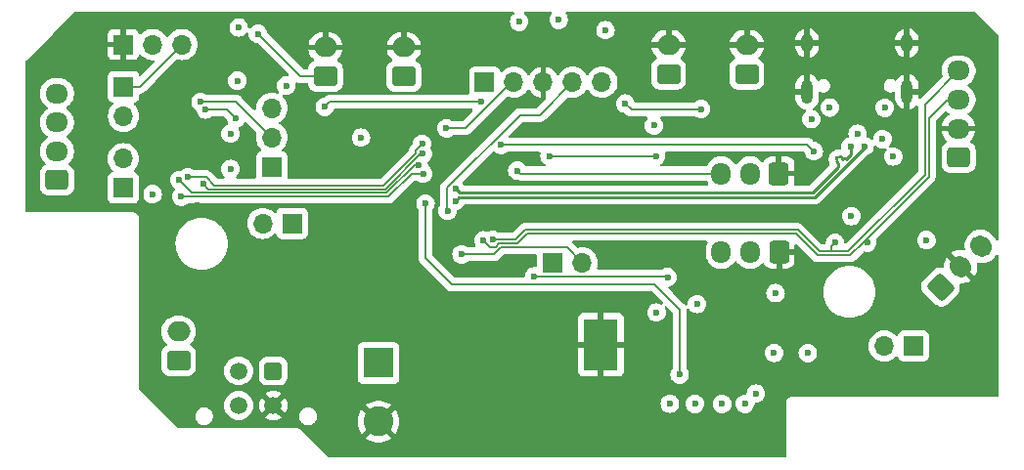
<source format=gbr>
%TF.GenerationSoftware,KiCad,Pcbnew,8.0.2-1*%
%TF.CreationDate,2024-05-25T19:53:03-04:00*%
%TF.ProjectId,checkpoint,63686563-6b70-46f6-996e-742e6b696361,v1.1*%
%TF.SameCoordinates,Original*%
%TF.FileFunction,Copper,L4,Bot*%
%TF.FilePolarity,Positive*%
%FSLAX46Y46*%
G04 Gerber Fmt 4.6, Leading zero omitted, Abs format (unit mm)*
G04 Created by KiCad (PCBNEW 8.0.2-1) date 2024-05-25 19:53:03*
%MOMM*%
%LPD*%
G01*
G04 APERTURE LIST*
G04 Aperture macros list*
%AMRoundRect*
0 Rectangle with rounded corners*
0 $1 Rounding radius*
0 $2 $3 $4 $5 $6 $7 $8 $9 X,Y pos of 4 corners*
0 Add a 4 corners polygon primitive as box body*
4,1,4,$2,$3,$4,$5,$6,$7,$8,$9,$2,$3,0*
0 Add four circle primitives for the rounded corners*
1,1,$1+$1,$2,$3*
1,1,$1+$1,$4,$5*
1,1,$1+$1,$6,$7*
1,1,$1+$1,$8,$9*
0 Add four rect primitives between the rounded corners*
20,1,$1+$1,$2,$3,$4,$5,0*
20,1,$1+$1,$4,$5,$6,$7,0*
20,1,$1+$1,$6,$7,$8,$9,0*
20,1,$1+$1,$8,$9,$2,$3,0*%
%AMHorizOval*
0 Thick line with rounded ends*
0 $1 width*
0 $2 $3 position (X,Y) of the first rounded end (center of the circle)*
0 $4 $5 position (X,Y) of the second rounded end (center of the circle)*
0 Add line between two ends*
20,1,$1,$2,$3,$4,$5,0*
0 Add two circle primitives to create the rounded ends*
1,1,$1,$2,$3*
1,1,$1,$4,$5*%
G04 Aperture macros list end*
%TA.AperFunction,ComponentPad*%
%ADD10RoundRect,0.250000X0.750000X-0.600000X0.750000X0.600000X-0.750000X0.600000X-0.750000X-0.600000X0*%
%TD*%
%TA.AperFunction,ComponentPad*%
%ADD11O,2.000000X1.700000*%
%TD*%
%TA.AperFunction,ComponentPad*%
%ADD12R,1.700000X1.700000*%
%TD*%
%TA.AperFunction,ComponentPad*%
%ADD13O,1.700000X1.700000*%
%TD*%
%TA.AperFunction,ComponentPad*%
%ADD14R,2.600000X2.600000*%
%TD*%
%TA.AperFunction,ComponentPad*%
%ADD15C,2.600000*%
%TD*%
%TA.AperFunction,ComponentPad*%
%ADD16RoundRect,0.250000X0.600000X0.725000X-0.600000X0.725000X-0.600000X-0.725000X0.600000X-0.725000X0*%
%TD*%
%TA.AperFunction,ComponentPad*%
%ADD17O,1.700000X1.950000*%
%TD*%
%TA.AperFunction,ComponentPad*%
%ADD18C,0.600000*%
%TD*%
%TA.AperFunction,SMDPad,CuDef*%
%ADD19R,2.950000X4.500000*%
%TD*%
%TA.AperFunction,ComponentPad*%
%ADD20RoundRect,0.250000X0.725000X-0.600000X0.725000X0.600000X-0.725000X0.600000X-0.725000X-0.600000X0*%
%TD*%
%TA.AperFunction,ComponentPad*%
%ADD21O,1.950000X1.700000*%
%TD*%
%TA.AperFunction,ComponentPad*%
%ADD22O,1.000000X2.100000*%
%TD*%
%TA.AperFunction,ComponentPad*%
%ADD23O,1.000000X1.600000*%
%TD*%
%TA.AperFunction,ComponentPad*%
%ADD24RoundRect,0.250001X0.499999X0.499999X-0.499999X0.499999X-0.499999X-0.499999X0.499999X-0.499999X0*%
%TD*%
%TA.AperFunction,ComponentPad*%
%ADD25C,1.500000*%
%TD*%
%TA.AperFunction,ComponentPad*%
%ADD26RoundRect,0.250000X0.088388X-0.936916X0.936916X-0.088388X-0.088388X0.936916X-0.936916X0.088388X0*%
%TD*%
%TA.AperFunction,ComponentPad*%
%ADD27HorizOval,1.700000X-0.088388X0.088388X0.088388X-0.088388X0*%
%TD*%
%TA.AperFunction,ViaPad*%
%ADD28C,0.600000*%
%TD*%
%TA.AperFunction,Conductor*%
%ADD29C,0.200000*%
%TD*%
%TA.AperFunction,Conductor*%
%ADD30C,0.267200*%
%TD*%
G04 APERTURE END LIST*
D10*
%TO.P,J1,1,Pin_1*%
%TO.N,Net-(J1-Pin_1)*%
X27039592Y-7108882D03*
D11*
%TO.P,J1,2,Pin_2*%
%TO.N,GND*%
X27039592Y-4608882D03*
%TD*%
D12*
%TO.P,JP1,1,A*%
%TO.N,/CANBUS/120R*%
X24144592Y-19858882D03*
D13*
%TO.P,JP1,2,B*%
%TO.N,Net-(JP1-B)*%
X21604592Y-19858882D03*
%TD*%
D10*
%TO.P,J2,1,Pin_1*%
%TO.N,Net-(J2-Pin_1)*%
X33824592Y-7108882D03*
D11*
%TO.P,J2,2,Pin_2*%
%TO.N,GND*%
X33824592Y-4608882D03*
%TD*%
D10*
%TO.P,J10,1,Pin_1*%
%TO.N,CAN_P*%
X14319592Y-31733882D03*
D11*
%TO.P,J10,2,Pin_2*%
%TO.N,CAN_N*%
X14319592Y-29233882D03*
%TD*%
D14*
%TO.P,J18,1,Pin_1*%
%TO.N,VOUT*%
X31625000Y-31955000D03*
D15*
%TO.P,J18,2,Pin_2*%
%TO.N,GND*%
X31625000Y-37035000D03*
%TD*%
D12*
%TO.P,JP2,1,A*%
%TO.N,+5V*%
X77953454Y-30490000D03*
D13*
%TO.P,JP2,2,B*%
%TO.N,Net-(D7-K)*%
X75413454Y-30490000D03*
%TD*%
D12*
%TO.P,J8,1,Pin_1*%
%TO.N,FORCE_N*%
X9539592Y-16788882D03*
D13*
%TO.P,J8,2,Pin_2*%
%TO.N,RTDIN_N*%
X9539592Y-14248882D03*
%TD*%
D16*
%TO.P,J15,1,Pin_1*%
%TO.N,GND*%
X66300000Y-22320000D03*
D17*
%TO.P,J15,2,Pin_2*%
%TO.N,+5V*%
X63800000Y-22320000D03*
%TO.P,J15,3,Pin_3*%
%TO.N,Net-(J15-Pin_3)*%
X61300000Y-22320000D03*
%TD*%
D18*
%TO.P,U6,9,GNDPAD*%
%TO.N,GND*%
X51479592Y-32178882D03*
X51479592Y-30978882D03*
X51479592Y-29678882D03*
X51479592Y-28578882D03*
D19*
X50879592Y-30378882D03*
D18*
X50279592Y-32178882D03*
X50279592Y-30978882D03*
X50279592Y-29678882D03*
X50279592Y-28578882D03*
%TD*%
D12*
%TO.P,J16,1,Pin_1*%
%TO.N,+3.3V*%
X40810000Y-7630000D03*
D13*
%TO.P,J16,2,Pin_2*%
%TO.N,SWDIO*%
X43350000Y-7630000D03*
%TO.P,J16,3,Pin_3*%
%TO.N,GND*%
X45890000Y-7630000D03*
%TO.P,J16,4,Pin_4*%
%TO.N,SWCLK*%
X48430000Y-7630000D03*
%TO.P,J16,5,Pin_5*%
%TO.N,RESET*%
X50970000Y-7630000D03*
%TD*%
D12*
%TO.P,J6,1,Pin_1*%
%TO.N,GND*%
X9534592Y-4358882D03*
D13*
%TO.P,J6,2,Pin_2*%
%TO.N,FORCE2*%
X12074592Y-4358882D03*
%TO.P,J6,3,Pin_3*%
%TO.N,FORCE_P*%
X14614592Y-4358882D03*
%TD*%
D10*
%TO.P,J3,1,Pin_1*%
%TO.N,Net-(J3-Pin_1)*%
X56739592Y-6908882D03*
D11*
%TO.P,J3,2,Pin_2*%
%TO.N,GND*%
X56739592Y-4408882D03*
%TD*%
D12*
%TO.P,J5,1,Pin_1*%
%TO.N,FORCE_P*%
X9549592Y-8019471D03*
D13*
%TO.P,J5,2,Pin_2*%
%TO.N,RTDIN_P*%
X9549592Y-10559471D03*
%TD*%
D12*
%TO.P,J11,1,Pin_1*%
%TO.N,+3.3V*%
X46719592Y-23278882D03*
D13*
%TO.P,J11,2,Pin_2*%
%TO.N,SWCLK*%
X49259592Y-23278882D03*
%TD*%
D16*
%TO.P,J14,1,Pin_1*%
%TO.N,GND*%
X66290000Y-15535000D03*
D17*
%TO.P,J14,2,Pin_2*%
%TO.N,+5V*%
X63790000Y-15535000D03*
%TO.P,J14,3,Pin_3*%
%TO.N,SERVO_PWM*%
X61290000Y-15535000D03*
%TD*%
D20*
%TO.P,J7,1,Pin_1*%
%TO.N,FORCE_N*%
X3790000Y-16110000D03*
D21*
%TO.P,J7,2,Pin_2*%
%TO.N,RTDIN_N*%
X3790000Y-13610000D03*
%TO.P,J7,3,Pin_3*%
%TO.N,RTDIN_P*%
X3790000Y-11110000D03*
%TO.P,J7,4,Pin_4*%
%TO.N,FORCE_P*%
X3790000Y-8610000D03*
%TD*%
D20*
%TO.P,J13,1,Pin_1*%
%TO.N,+5V*%
X81840000Y-14140000D03*
D21*
%TO.P,J13,2,Pin_2*%
%TO.N,GND*%
X81840000Y-11640000D03*
%TO.P,J13,3,Pin_3*%
%TO.N,I2C_SCL*%
X81840000Y-9140000D03*
%TO.P,J13,4,Pin_4*%
%TO.N,I2C_SDA*%
X81840000Y-6640000D03*
%TD*%
D22*
%TO.P,J17,S1,SHIELD*%
%TO.N,GND*%
X77369592Y-8438882D03*
D23*
X77369592Y-4258882D03*
D22*
X68729592Y-8438882D03*
D23*
X68729592Y-4258882D03*
%TD*%
D12*
%TO.P,J9,1,Pin_1*%
%TO.N,430R*%
X22379592Y-14958882D03*
D13*
%TO.P,J9,2,Pin_2*%
%TO.N,ISENSOR*%
X22379592Y-12418882D03*
%TO.P,J9,3,Pin_3*%
%TO.N,4300R*%
X22379592Y-9878882D03*
%TD*%
D10*
%TO.P,J4,1,Pin_1*%
%TO.N,Net-(J4-Pin_1)*%
X63509592Y-6908882D03*
D11*
%TO.P,J4,2,Pin_2*%
%TO.N,GND*%
X63509592Y-4408882D03*
%TD*%
D24*
%TO.P,J19,1,Pin_1*%
%TO.N,VIN*%
X22519592Y-32638882D03*
D25*
%TO.P,J19,2,Pin_2*%
%TO.N,CAN_N*%
X19519592Y-32638882D03*
%TO.P,J19,3,Pin_3*%
%TO.N,GND*%
X22519592Y-35638882D03*
%TO.P,J19,4,Pin_4*%
%TO.N,CAN_P*%
X19519592Y-35638882D03*
%TD*%
D26*
%TO.P,J12,1,Pin_1*%
%TO.N,Net-(J12-Pin_1)*%
X80271752Y-25377286D03*
D27*
%TO.P,J12,2,Pin_2*%
%TO.N,GND*%
X82039519Y-23609519D03*
%TO.P,J12,3,Pin_3*%
%TO.N,+5V*%
X83807286Y-21841752D03*
%TD*%
D28*
%TO.N,I2C_SCL*%
X73922306Y-21522306D03*
%TO.N,I2C_SDA*%
X71155000Y-21540000D03*
%TO.N,+3.3V*%
X72560000Y-19235000D03*
%TO.N,T0*%
X26970000Y-9760000D03*
X40550000Y-9320000D03*
%TO.N,GND*%
X12669592Y-14648882D03*
X43090000Y-18460000D03*
X23320000Y-24630000D03*
X22360000Y-25896382D03*
X31870000Y-12470000D03*
X6900000Y-17770000D03*
X23430000Y-25896382D03*
X22475000Y-24635000D03*
X16669592Y-11783293D03*
X31284592Y-11008882D03*
X26970000Y-25790000D03*
X43080000Y-16180000D03*
X31540000Y-15100000D03*
X73094591Y-10395643D03*
X31280000Y-12430000D03*
X14719592Y-13683293D03*
X31959592Y-10983882D03*
X46570000Y-3830000D03*
X6920000Y-6610000D03*
X15930000Y-18320000D03*
X34420000Y-22480000D03*
%TO.N,T3*%
X59550000Y-9950000D03*
X52990000Y-9480000D03*
%TO.N,+3.3V*%
X59195000Y-26855000D03*
X18810000Y-12090000D03*
X23630000Y-7920000D03*
X55470000Y-11380000D03*
X43810000Y-2390000D03*
X68790000Y-31100000D03*
X65870000Y-31080000D03*
X19400000Y-7500000D03*
X47221709Y-2230000D03*
X12069592Y-17320000D03*
X79070000Y-21310000D03*
X69090000Y-10830000D03*
X18810000Y-15140000D03*
X19520000Y-2880000D03*
X51270000Y-3120000D03*
%TO.N,+5V*%
X63350000Y-35500000D03*
X56850000Y-35480000D03*
X30110000Y-12430000D03*
X66000000Y-25900000D03*
X61369592Y-35508882D03*
X59020000Y-35500000D03*
X55700000Y-27590000D03*
X64290000Y-34610000D03*
%TO.N,RESET*%
X46435044Y-14016426D03*
X55660808Y-14020000D03*
%TO.N,Y_ENDSTOP*%
X69310000Y-13600000D03*
X42210000Y-13060000D03*
%TO.N,VBUS*%
X75460000Y-9850000D03*
X76190000Y-14060000D03*
X73094592Y-12095643D03*
X70690000Y-9820000D03*
X75260000Y-12550000D03*
%TO.N,Net-(J1-Pin_1)*%
X21190000Y-3430000D03*
%TO.N,RGB_DATA*%
X56645000Y-24520000D03*
X45090000Y-24450000D03*
%TO.N,ISENSOR*%
X16220000Y-9320000D03*
%TO.N,SERVO_PWM*%
X43645000Y-15285000D03*
%TO.N,SWCLK*%
X37599884Y-18758660D03*
X38810000Y-22540000D03*
%TO.N,SWDIO*%
X37504592Y-11620000D03*
X35690240Y-18141381D03*
X57700000Y-32970000D03*
%TO.N,MISO*%
X16459410Y-16460882D03*
X35457517Y-13807517D03*
%TO.N,PT_CS*%
X35500000Y-15550000D03*
X14534000Y-17544000D03*
%TO.N,MOSI*%
X35106331Y-14829748D03*
X14383721Y-16108025D03*
%TO.N,Net-(U1-BIAS)*%
X19275000Y-10760000D03*
X16665735Y-9994265D03*
%TO.N,SCK*%
X15144592Y-15860882D03*
X35400000Y-12970000D03*
%TO.N,USB_N*%
X38300000Y-16880000D03*
X72486347Y-13192894D03*
%TO.N,USB_P*%
X73701277Y-13196655D03*
X38290000Y-17910000D03*
%TO.N,I2C_SDA*%
X41525814Y-21289226D03*
%TO.N,I2C_SCL*%
X40721865Y-21333633D03*
%TD*%
D29*
%TO.N,I2C_SCL*%
X73922306Y-21522306D02*
X73879264Y-21479264D01*
X73879264Y-21479264D02*
X73579264Y-21479264D01*
X72428528Y-22630000D02*
X73579264Y-21479264D01*
X73579264Y-21479264D02*
X77219264Y-17839264D01*
%TO.N,I2C_SDA*%
X71155000Y-21540000D02*
X70860000Y-21835000D01*
X70860000Y-21835000D02*
X70860000Y-22295000D01*
X69785000Y-22295000D02*
X70860000Y-22295000D01*
X70860000Y-22295000D02*
X72301082Y-22295000D01*
%TO.N,T0*%
X40550000Y-9320000D02*
X27410000Y-9320000D01*
X27410000Y-9320000D02*
X26970000Y-9760000D01*
%TO.N,GND*%
X83190000Y-24760000D02*
X82039519Y-23609519D01*
%TO.N,T3*%
X59480000Y-10020000D02*
X59550000Y-9950000D01*
X52990000Y-9480000D02*
X53530000Y-10020000D01*
X53530000Y-10020000D02*
X59480000Y-10020000D01*
%TO.N,RESET*%
X55660808Y-14020000D02*
X46438618Y-14020000D01*
X46438618Y-14020000D02*
X46435044Y-14016426D01*
%TO.N,Y_ENDSTOP*%
X46090663Y-13039192D02*
X46069855Y-13060000D01*
X69310000Y-13600000D02*
X68749192Y-13039192D01*
X46069855Y-13060000D02*
X42210000Y-13060000D01*
X68749192Y-13039192D02*
X46090663Y-13039192D01*
%TO.N,Net-(J1-Pin_1)*%
X24878882Y-7108882D02*
X27039592Y-7108882D01*
X21190000Y-3430000D02*
X21200000Y-3430000D01*
X21200000Y-3430000D02*
X24878882Y-7108882D01*
%TO.N,RGB_DATA*%
X56565000Y-24440000D02*
X45100000Y-24440000D01*
X56645000Y-24520000D02*
X56565000Y-24440000D01*
X45100000Y-24440000D02*
X45090000Y-24450000D01*
%TO.N,FORCE_P*%
X10959003Y-8019471D02*
X9549592Y-8019471D01*
X10959003Y-8019471D02*
X14614592Y-4363882D01*
%TO.N,ISENSOR*%
X19280710Y-9320000D02*
X22379592Y-12418882D01*
X16220000Y-9320000D02*
X19280710Y-9320000D01*
%TO.N,SERVO_PWM*%
X43895000Y-15535000D02*
X61290000Y-15535000D01*
X43645000Y-15285000D02*
X43895000Y-15535000D01*
%TO.N,SWCLK*%
X43859946Y-10470000D02*
X45590000Y-10470000D01*
X41972448Y-22170000D02*
X42195448Y-21947000D01*
X37599884Y-18758660D02*
X37549973Y-18708749D01*
X42195448Y-21947000D02*
X47927710Y-21947000D01*
X47927710Y-21947000D02*
X49259592Y-23278882D01*
X37549973Y-16779973D02*
X43859946Y-10470000D01*
X41600000Y-22540000D02*
X41970000Y-22170000D01*
X37549973Y-18708749D02*
X37549973Y-16779973D01*
X41970000Y-22170000D02*
X41972448Y-22170000D01*
X38810000Y-22540000D02*
X41600000Y-22540000D01*
X45590000Y-10470000D02*
X48430000Y-7630000D01*
%TO.N,SWDIO*%
X37504592Y-11620000D02*
X39120000Y-11620000D01*
X39120000Y-11620000D02*
X43110000Y-7630000D01*
X57700000Y-32970000D02*
X57700000Y-27310000D01*
X55540000Y-25150000D02*
X37960000Y-25150000D01*
X35690240Y-22880240D02*
X35690240Y-18141381D01*
X37960000Y-25150000D02*
X35690240Y-22880240D01*
X57700000Y-27310000D02*
X55540000Y-25150000D01*
%TO.N,MISO*%
X16888528Y-16890000D02*
X16459410Y-16460882D01*
X32197552Y-16890000D02*
X16888528Y-16890000D01*
X35280035Y-13807517D02*
X32197552Y-16890000D01*
X35457517Y-13807517D02*
X35280035Y-13807517D01*
%TO.N,PT_CS*%
X34462448Y-15550000D02*
X32468448Y-17544000D01*
X35500000Y-15550000D02*
X34462448Y-15550000D01*
X32468448Y-17544000D02*
X14534000Y-17544000D01*
%TO.N,MOSI*%
X34720252Y-14829748D02*
X32333000Y-17217000D01*
X32333000Y-17217000D02*
X15492696Y-17217000D01*
X15492696Y-17217000D02*
X14383721Y-16108025D01*
X35106331Y-14829748D02*
X34720252Y-14829748D01*
%TO.N,Net-(U1-BIAS)*%
X18505000Y-9990000D02*
X16670000Y-9990000D01*
X19275000Y-10760000D02*
X18505000Y-9990000D01*
X16670000Y-9990000D02*
X16665735Y-9994265D01*
%TO.N,SCK*%
X34857517Y-13767587D02*
X32062104Y-16563000D01*
X34857517Y-13522483D02*
X34857517Y-13767587D01*
X32062104Y-16563000D02*
X17421529Y-16563000D01*
X17421529Y-16563000D02*
X16719411Y-15860882D01*
X35400000Y-12980000D02*
X34857517Y-13522483D01*
X35400000Y-12970000D02*
X35400000Y-12980000D01*
X16719411Y-15860882D02*
X15144592Y-15860882D01*
D30*
%TO.N,USB_N*%
X71822343Y-14278820D02*
X71657156Y-14113633D01*
X71363000Y-14113633D02*
X71289460Y-14187172D01*
X69184138Y-17211182D02*
X71381108Y-15014211D01*
X38631182Y-17211182D02*
X69184138Y-17211182D01*
X71454646Y-14940670D02*
X71381108Y-15014211D01*
X38300000Y-16880000D02*
X38631182Y-17211182D01*
X71289460Y-14481328D02*
X71454646Y-14646514D01*
X72486347Y-13192894D02*
X72486347Y-13908973D01*
X72486347Y-13908973D02*
X72116500Y-14278820D01*
X71657156Y-14113633D02*
G75*
G03*
X71363000Y-14113633I-147078J-147077D01*
G01*
X72116500Y-14278820D02*
G75*
G02*
X71822344Y-14278820I-147078J147078D01*
G01*
X71454646Y-14646514D02*
G75*
G02*
X71454636Y-14940660I-147054J-147068D01*
G01*
X71289460Y-14187172D02*
G75*
G03*
X71289428Y-14481360I147032J-147110D01*
G01*
%TO.N,USB_P*%
X38290000Y-17910000D02*
X38594618Y-17605382D01*
X69347421Y-17605382D02*
X73701277Y-13251526D01*
X38594618Y-17605382D02*
X69347421Y-17605382D01*
X73701277Y-13251526D02*
X73701277Y-13196655D01*
D29*
%TO.N,I2C_SDA*%
X43460774Y-21289226D02*
X44320000Y-20430000D01*
X44320000Y-20430000D02*
X67920000Y-20430000D01*
X78940000Y-15656082D02*
X78940000Y-9540000D01*
X67920000Y-20430000D02*
X69785000Y-22295000D01*
X41525814Y-21289226D02*
X43460774Y-21289226D01*
X72301082Y-22295000D02*
X78940000Y-15656082D01*
X78940000Y-9540000D02*
X81840000Y-6640000D01*
%TO.N,I2C_SCL*%
X67770000Y-20770000D02*
X69630000Y-22630000D01*
X80860000Y-9140000D02*
X81840000Y-9140000D01*
X40721865Y-21333633D02*
X41278232Y-21890000D01*
X79270000Y-10730000D02*
X80860000Y-9140000D01*
X77219266Y-17839264D02*
X79270000Y-15788530D01*
X69630000Y-22630000D02*
X72428528Y-22630000D01*
X77219264Y-17839264D02*
X77219266Y-17839264D01*
X43640000Y-21620000D02*
X44490000Y-20770000D01*
X79270000Y-15788530D02*
X79270000Y-10730000D01*
X44490000Y-20770000D02*
X67770000Y-20770000D01*
X41790000Y-21890000D02*
X42060000Y-21620000D01*
X42060000Y-21620000D02*
X43640000Y-21620000D01*
X41278232Y-21890000D02*
X41790000Y-21890000D01*
%TD*%
%TA.AperFunction,Conductor*%
%TO.N,GND*%
G36*
X41641885Y-13639809D02*
G01*
X41686232Y-13668310D01*
X41707738Y-13689816D01*
X41779436Y-13734867D01*
X41859570Y-13785219D01*
X41860478Y-13785789D01*
X42007319Y-13837171D01*
X42030745Y-13845368D01*
X42030750Y-13845369D01*
X42209996Y-13865565D01*
X42210000Y-13865565D01*
X42210004Y-13865565D01*
X42389249Y-13845369D01*
X42389252Y-13845368D01*
X42389255Y-13845368D01*
X42559522Y-13785789D01*
X42712262Y-13689816D01*
X42712267Y-13689810D01*
X42715097Y-13687555D01*
X42717275Y-13686665D01*
X42718158Y-13686111D01*
X42718255Y-13686265D01*
X42779783Y-13661145D01*
X42792412Y-13660500D01*
X45536734Y-13660500D01*
X45603773Y-13680185D01*
X45649528Y-13732989D01*
X45659472Y-13802147D01*
X45653775Y-13825457D01*
X45649676Y-13837170D01*
X45649674Y-13837176D01*
X45629479Y-14016422D01*
X45629479Y-14016429D01*
X45649674Y-14195675D01*
X45649675Y-14195680D01*
X45709255Y-14365949D01*
X45754107Y-14437330D01*
X45805228Y-14518688D01*
X45932782Y-14646242D01*
X46010050Y-14694793D01*
X46027100Y-14705506D01*
X46073391Y-14757841D01*
X46084039Y-14826895D01*
X46055664Y-14890743D01*
X45997274Y-14929115D01*
X45961128Y-14934500D01*
X44438707Y-14934500D01*
X44371668Y-14914815D01*
X44333713Y-14876472D01*
X44304354Y-14829748D01*
X44274816Y-14782738D01*
X44147262Y-14655184D01*
X44129587Y-14644078D01*
X43994523Y-14559211D01*
X43824254Y-14499631D01*
X43824249Y-14499630D01*
X43645004Y-14479435D01*
X43644996Y-14479435D01*
X43465750Y-14499630D01*
X43465745Y-14499631D01*
X43295476Y-14559211D01*
X43142737Y-14655184D01*
X43015184Y-14782737D01*
X42919211Y-14935476D01*
X42859631Y-15105745D01*
X42859630Y-15105750D01*
X42839435Y-15284996D01*
X42839435Y-15285000D01*
X42859630Y-15464249D01*
X42859631Y-15464254D01*
X42919211Y-15634523D01*
X43004222Y-15769816D01*
X43015184Y-15787262D01*
X43142738Y-15914816D01*
X43295478Y-16010789D01*
X43411003Y-16051213D01*
X43465745Y-16070368D01*
X43465750Y-16070369D01*
X43641360Y-16090155D01*
X43659570Y-16093600D01*
X43663215Y-16094576D01*
X43663216Y-16094577D01*
X43775019Y-16124534D01*
X43815942Y-16135500D01*
X43815943Y-16135500D01*
X59940591Y-16135500D01*
X60007630Y-16155185D01*
X60051076Y-16203205D01*
X60134949Y-16367817D01*
X60143943Y-16380195D01*
X60167424Y-16446001D01*
X60151599Y-16514055D01*
X60101494Y-16562751D01*
X60043626Y-16577082D01*
X39123604Y-16577082D01*
X39056565Y-16557397D01*
X39018612Y-16519056D01*
X38932888Y-16382627D01*
X38913889Y-16315393D01*
X38934257Y-16248558D01*
X38950197Y-16228982D01*
X41510870Y-13668310D01*
X41572193Y-13634825D01*
X41641885Y-13639809D01*
G37*
%TD.AperFunction*%
%TA.AperFunction,Conductor*%
G36*
X43329797Y-1537685D02*
G01*
X43375552Y-1590489D01*
X43385496Y-1659647D01*
X43356471Y-1723203D01*
X43328730Y-1746994D01*
X43307737Y-1760184D01*
X43180184Y-1887737D01*
X43084211Y-2040476D01*
X43024631Y-2210745D01*
X43024630Y-2210750D01*
X43004435Y-2389996D01*
X43004435Y-2390003D01*
X43024630Y-2569249D01*
X43024631Y-2569254D01*
X43084211Y-2739523D01*
X43122327Y-2800184D01*
X43180184Y-2892262D01*
X43307738Y-3019816D01*
X43460478Y-3115789D01*
X43556287Y-3149314D01*
X43630745Y-3175368D01*
X43630750Y-3175369D01*
X43809996Y-3195565D01*
X43810000Y-3195565D01*
X43810004Y-3195565D01*
X43989249Y-3175369D01*
X43989252Y-3175368D01*
X43989255Y-3175368D01*
X44147499Y-3119996D01*
X50464435Y-3119996D01*
X50464435Y-3120003D01*
X50484630Y-3299249D01*
X50484631Y-3299254D01*
X50544211Y-3469523D01*
X50632011Y-3609255D01*
X50640184Y-3622262D01*
X50767738Y-3749816D01*
X50920478Y-3845789D01*
X51061735Y-3895217D01*
X51090745Y-3905368D01*
X51090750Y-3905369D01*
X51269996Y-3925565D01*
X51270000Y-3925565D01*
X51270004Y-3925565D01*
X51449249Y-3905369D01*
X51449252Y-3905368D01*
X51449255Y-3905368D01*
X51619522Y-3845789D01*
X51772262Y-3749816D01*
X51899816Y-3622262D01*
X51995789Y-3469522D01*
X52055368Y-3299255D01*
X52055369Y-3299249D01*
X52075565Y-3120003D01*
X52075565Y-3119996D01*
X52055369Y-2940750D01*
X52055368Y-2940745D01*
X52038403Y-2892262D01*
X51995789Y-2770478D01*
X51899816Y-2617738D01*
X51772262Y-2490184D01*
X51619523Y-2394211D01*
X51449254Y-2334631D01*
X51449249Y-2334630D01*
X51270004Y-2314435D01*
X51269996Y-2314435D01*
X51090750Y-2334630D01*
X51090745Y-2334631D01*
X50920476Y-2394211D01*
X50767737Y-2490184D01*
X50640184Y-2617737D01*
X50544211Y-2770476D01*
X50484631Y-2940745D01*
X50484630Y-2940750D01*
X50464435Y-3119996D01*
X44147499Y-3119996D01*
X44159522Y-3115789D01*
X44312262Y-3019816D01*
X44439816Y-2892262D01*
X44535789Y-2739522D01*
X44595368Y-2569255D01*
X44599737Y-2530478D01*
X44615565Y-2390003D01*
X44615565Y-2389996D01*
X44595369Y-2210750D01*
X44595368Y-2210745D01*
X44554738Y-2094631D01*
X44535789Y-2040478D01*
X44439816Y-1887738D01*
X44312262Y-1760184D01*
X44291269Y-1746993D01*
X44244979Y-1694659D01*
X44234331Y-1625605D01*
X44262706Y-1561757D01*
X44321096Y-1523385D01*
X44357242Y-1518000D01*
X46502269Y-1518000D01*
X46569308Y-1537685D01*
X46615063Y-1590489D01*
X46625007Y-1659647D01*
X46595982Y-1723203D01*
X46592692Y-1726735D01*
X46591893Y-1727737D01*
X46495920Y-1880476D01*
X46436340Y-2050745D01*
X46436339Y-2050750D01*
X46416144Y-2229996D01*
X46416144Y-2230003D01*
X46436339Y-2409249D01*
X46436340Y-2409254D01*
X46495920Y-2579523D01*
X46572093Y-2700750D01*
X46591893Y-2732262D01*
X46719447Y-2859816D01*
X46794874Y-2907210D01*
X46848252Y-2940750D01*
X46872187Y-2955789D01*
X46990850Y-2997311D01*
X47042454Y-3015368D01*
X47042459Y-3015369D01*
X47221705Y-3035565D01*
X47221709Y-3035565D01*
X47221713Y-3035565D01*
X47400958Y-3015369D01*
X47400961Y-3015368D01*
X47400964Y-3015368D01*
X47571231Y-2955789D01*
X47723971Y-2859816D01*
X47851525Y-2732262D01*
X47947498Y-2579522D01*
X48007077Y-2409255D01*
X48009246Y-2390003D01*
X48027274Y-2230003D01*
X48027274Y-2229996D01*
X48007078Y-2050750D01*
X48007077Y-2050745D01*
X47947497Y-1880476D01*
X47851524Y-1727737D01*
X47847184Y-1722295D01*
X47848752Y-1721044D01*
X47819983Y-1668358D01*
X47824967Y-1598666D01*
X47866839Y-1542733D01*
X47932303Y-1518316D01*
X47941149Y-1518000D01*
X83210929Y-1518000D01*
X83277968Y-1537685D01*
X83298609Y-1554318D01*
X85257774Y-3513495D01*
X85291258Y-3574817D01*
X85294092Y-3601175D01*
X85294092Y-21183461D01*
X85274407Y-21250500D01*
X85221603Y-21296255D01*
X85152445Y-21306199D01*
X85088889Y-21277174D01*
X85059607Y-21239756D01*
X85050724Y-21222323D01*
X85041321Y-21209381D01*
X84925778Y-21050349D01*
X84598689Y-20723260D01*
X84426714Y-20598313D01*
X84237310Y-20501807D01*
X84035141Y-20436118D01*
X84035139Y-20436117D01*
X84035138Y-20436117D01*
X83873855Y-20410572D01*
X83825185Y-20402864D01*
X83612611Y-20402864D01*
X83563940Y-20410572D01*
X83402658Y-20436117D01*
X83200483Y-20501808D01*
X83011081Y-20598313D01*
X82839104Y-20723262D01*
X82688796Y-20873570D01*
X82563847Y-21045547D01*
X82467342Y-21234949D01*
X82401651Y-21437124D01*
X82374155Y-21610726D01*
X82368398Y-21647077D01*
X82368398Y-21859651D01*
X82371424Y-21878757D01*
X82400305Y-22061104D01*
X82391350Y-22130398D01*
X82346354Y-22183850D01*
X82279603Y-22204489D01*
X82258434Y-22202975D01*
X82057377Y-22171131D01*
X81844885Y-22171131D01*
X81635003Y-22204373D01*
X81635000Y-22204373D01*
X81432913Y-22270035D01*
X81243580Y-22366506D01*
X81189413Y-22405860D01*
X81930521Y-23146968D01*
X81856176Y-23166889D01*
X81747862Y-23229424D01*
X81659424Y-23317862D01*
X81596889Y-23426176D01*
X81576968Y-23500521D01*
X80835860Y-22759413D01*
X80796506Y-22813580D01*
X80700035Y-23002913D01*
X80634373Y-23205000D01*
X80634373Y-23205003D01*
X80601131Y-23414884D01*
X80601131Y-23611269D01*
X80581446Y-23678308D01*
X80528642Y-23724063D01*
X80459484Y-23734007D01*
X80448534Y-23731926D01*
X80271091Y-23689870D01*
X80271086Y-23689869D01*
X80271084Y-23689869D01*
X80095643Y-23689869D01*
X80095641Y-23689869D01*
X80095635Y-23689870D01*
X79924932Y-23730328D01*
X79820409Y-23782821D01*
X79768149Y-23809067D01*
X79768148Y-23809068D01*
X79768142Y-23809072D01*
X79688052Y-23874315D01*
X79688034Y-23874331D01*
X78768795Y-24793572D01*
X78768786Y-24793582D01*
X78703532Y-24873684D01*
X78624794Y-25030466D01*
X78584336Y-25201169D01*
X78584335Y-25201180D01*
X78584335Y-25376614D01*
X78584336Y-25376625D01*
X78624794Y-25547328D01*
X78641157Y-25579909D01*
X78703533Y-25704112D01*
X78703535Y-25704115D01*
X78703537Y-25704118D01*
X78732384Y-25739529D01*
X78768790Y-25784220D01*
X79864818Y-26880246D01*
X79944926Y-26945505D01*
X80101707Y-27024242D01*
X80101709Y-27024243D01*
X80240215Y-27057070D01*
X80272420Y-27064703D01*
X80272423Y-27064703D01*
X80447858Y-27064703D01*
X80447861Y-27064703D01*
X80566273Y-27036638D01*
X80618571Y-27024243D01*
X80618572Y-27024242D01*
X80618574Y-27024242D01*
X80775355Y-26945505D01*
X80855462Y-26880248D01*
X81774712Y-25960996D01*
X81839971Y-25880889D01*
X81918708Y-25724108D01*
X81923448Y-25704112D01*
X81937269Y-25645793D01*
X81959169Y-25553395D01*
X81959169Y-25377954D01*
X81946752Y-25325565D01*
X81917112Y-25200504D01*
X81920805Y-25130732D01*
X81961633Y-25074033D01*
X82026634Y-25048408D01*
X82037769Y-25047907D01*
X82234153Y-25047907D01*
X82444034Y-25014664D01*
X82444037Y-25014664D01*
X82646124Y-24949002D01*
X82835461Y-24852529D01*
X82889623Y-24813177D01*
X82889623Y-24813176D01*
X82148516Y-24072069D01*
X82222862Y-24052149D01*
X82331176Y-23989614D01*
X82419614Y-23901176D01*
X82482149Y-23792862D01*
X82502069Y-23718516D01*
X83243176Y-24459623D01*
X83243177Y-24459623D01*
X83282529Y-24405461D01*
X83379002Y-24216124D01*
X83444664Y-24014037D01*
X83444664Y-24014034D01*
X83477907Y-23804153D01*
X83477907Y-23591661D01*
X83446062Y-23390603D01*
X83455016Y-23321310D01*
X83500013Y-23267858D01*
X83566764Y-23247218D01*
X83587926Y-23248731D01*
X83789387Y-23280640D01*
X83789388Y-23280640D01*
X84001960Y-23280640D01*
X84001961Y-23280640D01*
X84211917Y-23247386D01*
X84414086Y-23181697D01*
X84603490Y-23085191D01*
X84775465Y-22960244D01*
X84925778Y-22809931D01*
X85050725Y-22637956D01*
X85059607Y-22620523D01*
X85107580Y-22569728D01*
X85175401Y-22552932D01*
X85241536Y-22575468D01*
X85284988Y-22630183D01*
X85294092Y-22676818D01*
X85294092Y-34764382D01*
X85274407Y-34831421D01*
X85221603Y-34877176D01*
X85170092Y-34888382D01*
X67353700Y-34888382D01*
X67226404Y-34922490D01*
X67112278Y-34988382D01*
X67112275Y-34988384D01*
X67019094Y-35081565D01*
X67019092Y-35081568D01*
X66953200Y-35195694D01*
X66919092Y-35322990D01*
X66919092Y-40034382D01*
X66899407Y-40101421D01*
X66846603Y-40147176D01*
X66795092Y-40158382D01*
X27372552Y-40158382D01*
X27305513Y-40138697D01*
X27284871Y-40122063D01*
X24997259Y-37834451D01*
X24986881Y-37822617D01*
X24893526Y-37729262D01*
X24893524Y-37729260D01*
X24816864Y-37685000D01*
X24779397Y-37663368D01*
X24715749Y-37646314D01*
X24652102Y-37629260D01*
X24652101Y-37629260D01*
X14360659Y-37629260D01*
X14293620Y-37609575D01*
X14272978Y-37592941D01*
X13184011Y-36503974D01*
X15759092Y-36503974D01*
X15759092Y-36653789D01*
X15788315Y-36800704D01*
X15788317Y-36800712D01*
X15845643Y-36939111D01*
X15845648Y-36939120D01*
X15928872Y-37063672D01*
X15928875Y-37063676D01*
X16034797Y-37169598D01*
X16034801Y-37169601D01*
X16159353Y-37252825D01*
X16159359Y-37252828D01*
X16159360Y-37252829D01*
X16297762Y-37310157D01*
X16444684Y-37339381D01*
X16444688Y-37339382D01*
X16444689Y-37339382D01*
X16594496Y-37339382D01*
X16594497Y-37339381D01*
X16741422Y-37310157D01*
X16879824Y-37252829D01*
X17004383Y-37169601D01*
X17110311Y-37063673D01*
X17193539Y-36939114D01*
X17250867Y-36800712D01*
X17280092Y-36653785D01*
X17280092Y-36503979D01*
X17250867Y-36357052D01*
X17193539Y-36218650D01*
X17193538Y-36218649D01*
X17193535Y-36218643D01*
X17110311Y-36094091D01*
X17110308Y-36094087D01*
X17004386Y-35988165D01*
X17004382Y-35988162D01*
X16879830Y-35904938D01*
X16879821Y-35904933D01*
X16741422Y-35847607D01*
X16741414Y-35847605D01*
X16594499Y-35818382D01*
X16594495Y-35818382D01*
X16444689Y-35818382D01*
X16444684Y-35818382D01*
X16297769Y-35847605D01*
X16297761Y-35847607D01*
X16159362Y-35904933D01*
X16159353Y-35904938D01*
X16034801Y-35988162D01*
X16034797Y-35988165D01*
X15928875Y-36094087D01*
X15928872Y-36094091D01*
X15845648Y-36218643D01*
X15845643Y-36218652D01*
X15788317Y-36357051D01*
X15788315Y-36357059D01*
X15759092Y-36503974D01*
X13184011Y-36503974D01*
X12318916Y-35638879D01*
X18264315Y-35638879D01*
X18264315Y-35638884D01*
X18267847Y-35679254D01*
X18283246Y-35855274D01*
X18283385Y-35856857D01*
X18283385Y-35856861D01*
X18340014Y-36068204D01*
X18340016Y-36068208D01*
X18340017Y-36068212D01*
X18372885Y-36138697D01*
X18432489Y-36266520D01*
X18445825Y-36285565D01*
X18557994Y-36445759D01*
X18712715Y-36600480D01*
X18891953Y-36725984D01*
X19090262Y-36818457D01*
X19301615Y-36875089D01*
X19484518Y-36891090D01*
X19519590Y-36894159D01*
X19519592Y-36894159D01*
X19519594Y-36894159D01*
X19547846Y-36891687D01*
X19737569Y-36875089D01*
X19948922Y-36818457D01*
X20147231Y-36725984D01*
X20326469Y-36600480D01*
X20481190Y-36445759D01*
X20606694Y-36266521D01*
X20699167Y-36068212D01*
X20755799Y-35856859D01*
X20774869Y-35638882D01*
X20774869Y-35638881D01*
X21264817Y-35638881D01*
X21264817Y-35638882D01*
X21283879Y-35856766D01*
X21283881Y-35856776D01*
X21340486Y-36068032D01*
X21340490Y-36068041D01*
X21432925Y-36266269D01*
X21476466Y-36328453D01*
X22028463Y-35776456D01*
X22044347Y-35835735D01*
X22111490Y-35952029D01*
X22206445Y-36046984D01*
X22322739Y-36114127D01*
X22382016Y-36130010D01*
X21830019Y-36682006D01*
X21892204Y-36725548D01*
X22090432Y-36817983D01*
X22090441Y-36817987D01*
X22301697Y-36874592D01*
X22301707Y-36874594D01*
X22519591Y-36893657D01*
X22519593Y-36893657D01*
X22737476Y-36874594D01*
X22737486Y-36874592D01*
X22948742Y-36817987D01*
X22948756Y-36817982D01*
X23146975Y-36725551D01*
X23146977Y-36725550D01*
X23209163Y-36682006D01*
X23031131Y-36503974D01*
X24759092Y-36503974D01*
X24759092Y-36653789D01*
X24788315Y-36800704D01*
X24788317Y-36800712D01*
X24845643Y-36939111D01*
X24845648Y-36939120D01*
X24928872Y-37063672D01*
X24928875Y-37063676D01*
X25034797Y-37169598D01*
X25034801Y-37169601D01*
X25159353Y-37252825D01*
X25159359Y-37252828D01*
X25159360Y-37252829D01*
X25297762Y-37310157D01*
X25444684Y-37339381D01*
X25444688Y-37339382D01*
X25444689Y-37339382D01*
X25594496Y-37339382D01*
X25594497Y-37339381D01*
X25741422Y-37310157D01*
X25879824Y-37252829D01*
X26004383Y-37169601D01*
X26110311Y-37063673D01*
X26129473Y-37034995D01*
X29819953Y-37034995D01*
X29819953Y-37035004D01*
X29840113Y-37304026D01*
X29840113Y-37304028D01*
X29900142Y-37567033D01*
X29900148Y-37567052D01*
X29998709Y-37818181D01*
X29998708Y-37818181D01*
X30133602Y-38051822D01*
X30187294Y-38119151D01*
X30187295Y-38119151D01*
X31023958Y-37282488D01*
X31048978Y-37342890D01*
X31120112Y-37449351D01*
X31210649Y-37539888D01*
X31317110Y-37611022D01*
X31377510Y-37636041D01*
X30539848Y-38473702D01*
X30722483Y-38598220D01*
X30722485Y-38598221D01*
X30965539Y-38715269D01*
X30965537Y-38715269D01*
X31223337Y-38794790D01*
X31223343Y-38794792D01*
X31490101Y-38834999D01*
X31490110Y-38835000D01*
X31759890Y-38835000D01*
X31759898Y-38834999D01*
X32026656Y-38794792D01*
X32026662Y-38794790D01*
X32284461Y-38715269D01*
X32527521Y-38598218D01*
X32710150Y-38473702D01*
X31872488Y-37636041D01*
X31932890Y-37611022D01*
X32039351Y-37539888D01*
X32129888Y-37449351D01*
X32201022Y-37342890D01*
X32226041Y-37282488D01*
X33062703Y-38119151D01*
X33062704Y-38119150D01*
X33116393Y-38051828D01*
X33116400Y-38051817D01*
X33251290Y-37818181D01*
X33349851Y-37567052D01*
X33349857Y-37567033D01*
X33409886Y-37304028D01*
X33409886Y-37304026D01*
X33430047Y-37035004D01*
X33430047Y-37034995D01*
X33409886Y-36765973D01*
X33409886Y-36765971D01*
X33349857Y-36502966D01*
X33349851Y-36502947D01*
X33251290Y-36251818D01*
X33251291Y-36251818D01*
X33116397Y-36018177D01*
X33062704Y-35950847D01*
X32226041Y-36787510D01*
X32201022Y-36727110D01*
X32129888Y-36620649D01*
X32039351Y-36530112D01*
X31932890Y-36458978D01*
X31872488Y-36433958D01*
X32710150Y-35596296D01*
X32539569Y-35479996D01*
X56044435Y-35479996D01*
X56044435Y-35480003D01*
X56064630Y-35659249D01*
X56064631Y-35659254D01*
X56124211Y-35829523D01*
X56200445Y-35950848D01*
X56220184Y-35982262D01*
X56347738Y-36109816D01*
X56500478Y-36205789D01*
X56670745Y-36265368D01*
X56670750Y-36265369D01*
X56849996Y-36285565D01*
X56850000Y-36285565D01*
X56850004Y-36285565D01*
X57029249Y-36265369D01*
X57029252Y-36265368D01*
X57029255Y-36265368D01*
X57199522Y-36205789D01*
X57352262Y-36109816D01*
X57479816Y-35982262D01*
X57575789Y-35829522D01*
X57635368Y-35659255D01*
X57635369Y-35659249D01*
X57653312Y-35499996D01*
X58214435Y-35499996D01*
X58214435Y-35500003D01*
X58234630Y-35679249D01*
X58234631Y-35679254D01*
X58294211Y-35849523D01*
X58329028Y-35904933D01*
X58390184Y-36002262D01*
X58517738Y-36129816D01*
X58608080Y-36186582D01*
X58659119Y-36218652D01*
X58670478Y-36225789D01*
X58840745Y-36285368D01*
X58840750Y-36285369D01*
X59019996Y-36305565D01*
X59020000Y-36305565D01*
X59020004Y-36305565D01*
X59199249Y-36285369D01*
X59199252Y-36285368D01*
X59199255Y-36285368D01*
X59369522Y-36225789D01*
X59522262Y-36129816D01*
X59649816Y-36002262D01*
X59745789Y-35849522D01*
X59805368Y-35679255D01*
X59805369Y-35679249D01*
X59824565Y-35508878D01*
X60564027Y-35508878D01*
X60564027Y-35508885D01*
X60584222Y-35688131D01*
X60584223Y-35688136D01*
X60643803Y-35858405D01*
X60721628Y-35982262D01*
X60739776Y-36011144D01*
X60867330Y-36138698D01*
X60883538Y-36148882D01*
X61005932Y-36225788D01*
X61020070Y-36234671D01*
X61111092Y-36266521D01*
X61190337Y-36294250D01*
X61190342Y-36294251D01*
X61369588Y-36314447D01*
X61369592Y-36314447D01*
X61369596Y-36314447D01*
X61548841Y-36294251D01*
X61548844Y-36294250D01*
X61548847Y-36294250D01*
X61719114Y-36234671D01*
X61871854Y-36138698D01*
X61999408Y-36011144D01*
X62095381Y-35858404D01*
X62154960Y-35688137D01*
X62155961Y-35679254D01*
X62175157Y-35508885D01*
X62175157Y-35508878D01*
X62174156Y-35499996D01*
X62544435Y-35499996D01*
X62544435Y-35500003D01*
X62564630Y-35679249D01*
X62564631Y-35679254D01*
X62624211Y-35849523D01*
X62659028Y-35904933D01*
X62720184Y-36002262D01*
X62847738Y-36129816D01*
X62938080Y-36186582D01*
X62989119Y-36218652D01*
X63000478Y-36225789D01*
X63170745Y-36285368D01*
X63170750Y-36285369D01*
X63349996Y-36305565D01*
X63350000Y-36305565D01*
X63350004Y-36305565D01*
X63529249Y-36285369D01*
X63529252Y-36285368D01*
X63529255Y-36285368D01*
X63699522Y-36225789D01*
X63852262Y-36129816D01*
X63979816Y-36002262D01*
X64075789Y-35849522D01*
X64135368Y-35679255D01*
X64137622Y-35659255D01*
X64152761Y-35524887D01*
X64179827Y-35460473D01*
X64237422Y-35420918D01*
X64283036Y-35416249D01*
X64283036Y-35415565D01*
X64289719Y-35415565D01*
X64289866Y-35415550D01*
X64289999Y-35415565D01*
X64290000Y-35415565D01*
X64290004Y-35415565D01*
X64469249Y-35395369D01*
X64469252Y-35395368D01*
X64469255Y-35395368D01*
X64639522Y-35335789D01*
X64792262Y-35239816D01*
X64919816Y-35112262D01*
X65015789Y-34959522D01*
X65075368Y-34789255D01*
X65075369Y-34789249D01*
X65095565Y-34610003D01*
X65095565Y-34609996D01*
X65075369Y-34430750D01*
X65075368Y-34430745D01*
X65015788Y-34260476D01*
X64919815Y-34107737D01*
X64792262Y-33980184D01*
X64639523Y-33884211D01*
X64469254Y-33824631D01*
X64469249Y-33824630D01*
X64290004Y-33804435D01*
X64289996Y-33804435D01*
X64110750Y-33824630D01*
X64110745Y-33824631D01*
X63940476Y-33884211D01*
X63787737Y-33980184D01*
X63660184Y-34107737D01*
X63564211Y-34260476D01*
X63504631Y-34430745D01*
X63504630Y-34430749D01*
X63487238Y-34585113D01*
X63460171Y-34649527D01*
X63402576Y-34689082D01*
X63356963Y-34693753D01*
X63356963Y-34694435D01*
X63350306Y-34694435D01*
X63350150Y-34694451D01*
X63350008Y-34694435D01*
X63349996Y-34694435D01*
X63170750Y-34714630D01*
X63170745Y-34714631D01*
X63000476Y-34774211D01*
X62847737Y-34870184D01*
X62720184Y-34997737D01*
X62624211Y-35150476D01*
X62564631Y-35320745D01*
X62564630Y-35320750D01*
X62544435Y-35499996D01*
X62174156Y-35499996D01*
X62154961Y-35329632D01*
X62154960Y-35329627D01*
X62151852Y-35320745D01*
X62095381Y-35159360D01*
X62076230Y-35128882D01*
X62046499Y-35081565D01*
X61999408Y-35006620D01*
X61871854Y-34879066D01*
X61796954Y-34832003D01*
X61719115Y-34783093D01*
X61548846Y-34723513D01*
X61548841Y-34723512D01*
X61369596Y-34703317D01*
X61369588Y-34703317D01*
X61190342Y-34723512D01*
X61190337Y-34723513D01*
X61020068Y-34783093D01*
X60867329Y-34879066D01*
X60739776Y-35006619D01*
X60643803Y-35159358D01*
X60584223Y-35329627D01*
X60584222Y-35329632D01*
X60564027Y-35508878D01*
X59824565Y-35508878D01*
X59825565Y-35500003D01*
X59825565Y-35499996D01*
X59805369Y-35320750D01*
X59805368Y-35320745D01*
X59789434Y-35275209D01*
X59745789Y-35150478D01*
X59649816Y-34997738D01*
X59522262Y-34870184D01*
X59490432Y-34850184D01*
X59369523Y-34774211D01*
X59199254Y-34714631D01*
X59199249Y-34714630D01*
X59020004Y-34694435D01*
X59019996Y-34694435D01*
X58840750Y-34714630D01*
X58840745Y-34714631D01*
X58670476Y-34774211D01*
X58517737Y-34870184D01*
X58390184Y-34997737D01*
X58294211Y-35150476D01*
X58234631Y-35320745D01*
X58234630Y-35320750D01*
X58214435Y-35499996D01*
X57653312Y-35499996D01*
X57655565Y-35480003D01*
X57655565Y-35479996D01*
X57635369Y-35300750D01*
X57635368Y-35300745D01*
X57603518Y-35209722D01*
X57575789Y-35130478D01*
X57479816Y-34977738D01*
X57352262Y-34850184D01*
X57323332Y-34832006D01*
X57199523Y-34754211D01*
X57029254Y-34694631D01*
X57029249Y-34694630D01*
X56850004Y-34674435D01*
X56849996Y-34674435D01*
X56670750Y-34694630D01*
X56670745Y-34694631D01*
X56500476Y-34754211D01*
X56347737Y-34850184D01*
X56220184Y-34977737D01*
X56124211Y-35130476D01*
X56064631Y-35300745D01*
X56064630Y-35300750D01*
X56044435Y-35479996D01*
X32539569Y-35479996D01*
X32527517Y-35471779D01*
X32527516Y-35471778D01*
X32284460Y-35354730D01*
X32284462Y-35354730D01*
X32026662Y-35275209D01*
X32026656Y-35275207D01*
X31759898Y-35235000D01*
X31490101Y-35235000D01*
X31223343Y-35275207D01*
X31223337Y-35275209D01*
X30965538Y-35354730D01*
X30722485Y-35471778D01*
X30722476Y-35471783D01*
X30539848Y-35596296D01*
X31377511Y-36433958D01*
X31317110Y-36458978D01*
X31210649Y-36530112D01*
X31120112Y-36620649D01*
X31048978Y-36727110D01*
X31023958Y-36787511D01*
X30187295Y-35950848D01*
X30133600Y-36018180D01*
X29998709Y-36251818D01*
X29900148Y-36502947D01*
X29900142Y-36502966D01*
X29840113Y-36765971D01*
X29840113Y-36765973D01*
X29819953Y-37034995D01*
X26129473Y-37034995D01*
X26193539Y-36939114D01*
X26250867Y-36800712D01*
X26280092Y-36653785D01*
X26280092Y-36503979D01*
X26250867Y-36357052D01*
X26193539Y-36218650D01*
X26193538Y-36218649D01*
X26193535Y-36218643D01*
X26110311Y-36094091D01*
X26110308Y-36094087D01*
X26004386Y-35988165D01*
X26004382Y-35988162D01*
X25879830Y-35904938D01*
X25879821Y-35904933D01*
X25741422Y-35847607D01*
X25741414Y-35847605D01*
X25594499Y-35818382D01*
X25594495Y-35818382D01*
X25444689Y-35818382D01*
X25444684Y-35818382D01*
X25297769Y-35847605D01*
X25297761Y-35847607D01*
X25159362Y-35904933D01*
X25159353Y-35904938D01*
X25034801Y-35988162D01*
X25034797Y-35988165D01*
X24928875Y-36094087D01*
X24928872Y-36094091D01*
X24845648Y-36218643D01*
X24845643Y-36218652D01*
X24788317Y-36357051D01*
X24788315Y-36357059D01*
X24759092Y-36503974D01*
X23031131Y-36503974D01*
X22657167Y-36130009D01*
X22716445Y-36114127D01*
X22832739Y-36046984D01*
X22927694Y-35952029D01*
X22994837Y-35835735D01*
X23010720Y-35776456D01*
X23562716Y-36328452D01*
X23606260Y-36266267D01*
X23606261Y-36266265D01*
X23698692Y-36068046D01*
X23698697Y-36068032D01*
X23755302Y-35856776D01*
X23755304Y-35856766D01*
X23774367Y-35638882D01*
X23774367Y-35638881D01*
X23755304Y-35420997D01*
X23755302Y-35420987D01*
X23698697Y-35209731D01*
X23698693Y-35209722D01*
X23606259Y-35011496D01*
X23606258Y-35011494D01*
X23562716Y-34949310D01*
X23562716Y-34949309D01*
X23010719Y-35501305D01*
X22994837Y-35442029D01*
X22927694Y-35325735D01*
X22832739Y-35230780D01*
X22716445Y-35163637D01*
X22657166Y-35147753D01*
X23209163Y-34595756D01*
X23146979Y-34552215D01*
X22948751Y-34459780D01*
X22948742Y-34459776D01*
X22737486Y-34403171D01*
X22737476Y-34403169D01*
X22519593Y-34384107D01*
X22519591Y-34384107D01*
X22301707Y-34403169D01*
X22301697Y-34403171D01*
X22090441Y-34459776D01*
X22090432Y-34459780D01*
X21892205Y-34552215D01*
X21830020Y-34595756D01*
X22382017Y-35147753D01*
X22322739Y-35163637D01*
X22206445Y-35230780D01*
X22111490Y-35325735D01*
X22044347Y-35442029D01*
X22028463Y-35501307D01*
X21476466Y-34949310D01*
X21432925Y-35011495D01*
X21340490Y-35209722D01*
X21340486Y-35209731D01*
X21283881Y-35420987D01*
X21283879Y-35420997D01*
X21264817Y-35638881D01*
X20774869Y-35638881D01*
X20755799Y-35420905D01*
X20699167Y-35209552D01*
X20606694Y-35011244D01*
X20606692Y-35011241D01*
X20606691Y-35011239D01*
X20481191Y-34832006D01*
X20413567Y-34764382D01*
X20326469Y-34677284D01*
X20188570Y-34580726D01*
X20147230Y-34551779D01*
X20004385Y-34485170D01*
X19948922Y-34459307D01*
X19948918Y-34459306D01*
X19948914Y-34459304D01*
X19737569Y-34402675D01*
X19519594Y-34383605D01*
X19519590Y-34383605D01*
X19374274Y-34396318D01*
X19301615Y-34402675D01*
X19301612Y-34402675D01*
X19090269Y-34459304D01*
X19090260Y-34459308D01*
X18891953Y-34551780D01*
X18891949Y-34551782D01*
X18712713Y-34677284D01*
X18557994Y-34832003D01*
X18432492Y-35011239D01*
X18432490Y-35011243D01*
X18340018Y-35209550D01*
X18340014Y-35209559D01*
X18283385Y-35420902D01*
X18283385Y-35420906D01*
X18264315Y-35638879D01*
X12318916Y-35638879D01*
X10931411Y-34251374D01*
X10897926Y-34190051D01*
X10895092Y-34163693D01*
X10895092Y-29127595D01*
X12819092Y-29127595D01*
X12819092Y-29340169D01*
X12852346Y-29550125D01*
X12895336Y-29682435D01*
X12918036Y-29752296D01*
X13014543Y-29941702D01*
X13139482Y-30113668D01*
X13278297Y-30252483D01*
X13311782Y-30313806D01*
X13306798Y-30383498D01*
X13264926Y-30439431D01*
X13255713Y-30445703D01*
X13100934Y-30541171D01*
X12976881Y-30665224D01*
X12884779Y-30814545D01*
X12884778Y-30814548D01*
X12829593Y-30981085D01*
X12829593Y-30981086D01*
X12829592Y-30981086D01*
X12819092Y-31083865D01*
X12819092Y-32383883D01*
X12819093Y-32383900D01*
X12829592Y-32486678D01*
X12829593Y-32486681D01*
X12884777Y-32653213D01*
X12884779Y-32653218D01*
X12899279Y-32676726D01*
X12976880Y-32802538D01*
X13100936Y-32926594D01*
X13250258Y-33018696D01*
X13416795Y-33073881D01*
X13519583Y-33084382D01*
X15119600Y-33084381D01*
X15222389Y-33073881D01*
X15388926Y-33018696D01*
X15538248Y-32926594D01*
X15662304Y-32802538D01*
X15754406Y-32653216D01*
X15759157Y-32638879D01*
X18264315Y-32638879D01*
X18264315Y-32638884D01*
X18283385Y-32856857D01*
X18283385Y-32856861D01*
X18340014Y-33068204D01*
X18340016Y-33068208D01*
X18340017Y-33068212D01*
X18368308Y-33128882D01*
X18432489Y-33266520D01*
X18432490Y-33266521D01*
X18557994Y-33445759D01*
X18712715Y-33600480D01*
X18891953Y-33725984D01*
X19090262Y-33818457D01*
X19301615Y-33875089D01*
X19484518Y-33891090D01*
X19519590Y-33894159D01*
X19519592Y-33894159D01*
X19519594Y-33894159D01*
X19547846Y-33891687D01*
X19737569Y-33875089D01*
X19948922Y-33818457D01*
X20147231Y-33725984D01*
X20326469Y-33600480D01*
X20481190Y-33445759D01*
X20606694Y-33266521D01*
X20699167Y-33068212D01*
X20755799Y-32856859D01*
X20774869Y-32638882D01*
X20755799Y-32420905D01*
X20699167Y-32209552D01*
X20642890Y-32088866D01*
X21269092Y-32088866D01*
X21269092Y-33188897D01*
X21279592Y-33291677D01*
X21279593Y-33291679D01*
X21283306Y-33302883D01*
X21334778Y-33458217D01*
X21334779Y-33458219D01*
X21426878Y-33607533D01*
X21426881Y-33607537D01*
X21550936Y-33731592D01*
X21550940Y-33731595D01*
X21700254Y-33823694D01*
X21700256Y-33823695D01*
X21700258Y-33823696D01*
X21866795Y-33878881D01*
X21969584Y-33889382D01*
X21969589Y-33889382D01*
X23069595Y-33889382D01*
X23069600Y-33889382D01*
X23172389Y-33878881D01*
X23338926Y-33823696D01*
X23488247Y-33731593D01*
X23612303Y-33607537D01*
X23704406Y-33458216D01*
X23759591Y-33291679D01*
X23770092Y-33188890D01*
X23770092Y-32088874D01*
X23759591Y-31986085D01*
X23704406Y-31819548D01*
X23695919Y-31805789D01*
X23612305Y-31670230D01*
X23612302Y-31670226D01*
X23488247Y-31546171D01*
X23488243Y-31546168D01*
X23338929Y-31454069D01*
X23338927Y-31454068D01*
X23255657Y-31426475D01*
X23172389Y-31398883D01*
X23172387Y-31398882D01*
X23069607Y-31388382D01*
X23069600Y-31388382D01*
X21969584Y-31388382D01*
X21969576Y-31388382D01*
X21866796Y-31398882D01*
X21866795Y-31398883D01*
X21700256Y-31454068D01*
X21700254Y-31454069D01*
X21550940Y-31546168D01*
X21550936Y-31546171D01*
X21426881Y-31670226D01*
X21426878Y-31670230D01*
X21334779Y-31819544D01*
X21334778Y-31819546D01*
X21279593Y-31986085D01*
X21279592Y-31986086D01*
X21269092Y-32088866D01*
X20642890Y-32088866D01*
X20606694Y-32011244D01*
X20606692Y-32011241D01*
X20606691Y-32011239D01*
X20481191Y-31832006D01*
X20413086Y-31763901D01*
X20326469Y-31677284D01*
X20147231Y-31551780D01*
X20147232Y-31551780D01*
X20147230Y-31551779D01*
X20048076Y-31505543D01*
X19948922Y-31459307D01*
X19948918Y-31459306D01*
X19948914Y-31459304D01*
X19737569Y-31402675D01*
X19519594Y-31383605D01*
X19519590Y-31383605D01*
X19374274Y-31396318D01*
X19301615Y-31402675D01*
X19301612Y-31402675D01*
X19090269Y-31459304D01*
X19090260Y-31459308D01*
X18891953Y-31551780D01*
X18891949Y-31551782D01*
X18712713Y-31677284D01*
X18557994Y-31832003D01*
X18432492Y-32011239D01*
X18432490Y-32011243D01*
X18396294Y-32088866D01*
X18340406Y-32208719D01*
X18340018Y-32209550D01*
X18340014Y-32209559D01*
X18283385Y-32420902D01*
X18283385Y-32420906D01*
X18264315Y-32638879D01*
X15759157Y-32638879D01*
X15809591Y-32486679D01*
X15820092Y-32383891D01*
X15820091Y-31083874D01*
X15809591Y-30981085D01*
X15754406Y-30814548D01*
X15662304Y-30665226D01*
X15604213Y-30607135D01*
X29824500Y-30607135D01*
X29824500Y-33302870D01*
X29824501Y-33302876D01*
X29830908Y-33362483D01*
X29881202Y-33497328D01*
X29881206Y-33497335D01*
X29967452Y-33612544D01*
X29967455Y-33612547D01*
X30082664Y-33698793D01*
X30082671Y-33698797D01*
X30217517Y-33749091D01*
X30217516Y-33749091D01*
X30224444Y-33749835D01*
X30277127Y-33755500D01*
X32972872Y-33755499D01*
X33032483Y-33749091D01*
X33167331Y-33698796D01*
X33282546Y-33612546D01*
X33368796Y-33497331D01*
X33419091Y-33362483D01*
X33425500Y-33302873D01*
X33425500Y-32676726D01*
X48904592Y-32676726D01*
X48910993Y-32736254D01*
X48910995Y-32736261D01*
X48961237Y-32870968D01*
X48961241Y-32870975D01*
X49047401Y-32986069D01*
X49047404Y-32986072D01*
X49162498Y-33072232D01*
X49162505Y-33072236D01*
X49297212Y-33122478D01*
X49297219Y-33122480D01*
X49356747Y-33128881D01*
X49356764Y-33128882D01*
X50629592Y-33128882D01*
X51129592Y-33128882D01*
X52402420Y-33128882D01*
X52402436Y-33128881D01*
X52461964Y-33122480D01*
X52461971Y-33122478D01*
X52596678Y-33072236D01*
X52596685Y-33072232D01*
X52711779Y-32986072D01*
X52711782Y-32986069D01*
X52797942Y-32870975D01*
X52797946Y-32870968D01*
X52848188Y-32736261D01*
X52848190Y-32736254D01*
X52854591Y-32676726D01*
X52854592Y-32676709D01*
X52854592Y-30628882D01*
X51129592Y-30628882D01*
X51129592Y-33128882D01*
X50629592Y-33128882D01*
X50629592Y-30628882D01*
X48904592Y-30628882D01*
X48904592Y-32676726D01*
X33425500Y-32676726D01*
X33425499Y-30607128D01*
X33419091Y-30547517D01*
X33397638Y-30489999D01*
X33368797Y-30412671D01*
X33368793Y-30412664D01*
X33282547Y-30297455D01*
X33282544Y-30297452D01*
X33167335Y-30211206D01*
X33167328Y-30211202D01*
X33032482Y-30160908D01*
X33032483Y-30160908D01*
X32972883Y-30154501D01*
X32972881Y-30154500D01*
X32972873Y-30154500D01*
X32972864Y-30154500D01*
X30277129Y-30154500D01*
X30277123Y-30154501D01*
X30217516Y-30160908D01*
X30082671Y-30211202D01*
X30082664Y-30211206D01*
X29967455Y-30297452D01*
X29967452Y-30297455D01*
X29881206Y-30412664D01*
X29881202Y-30412671D01*
X29830908Y-30547517D01*
X29825509Y-30597738D01*
X29824501Y-30607123D01*
X29824500Y-30607135D01*
X15604213Y-30607135D01*
X15538248Y-30541170D01*
X15388926Y-30449068D01*
X15388925Y-30449067D01*
X15383470Y-30445703D01*
X15336746Y-30393755D01*
X15325523Y-30324792D01*
X15353367Y-30260710D01*
X15360864Y-30252505D01*
X15499696Y-30113674D01*
X15624643Y-29941698D01*
X15721149Y-29752294D01*
X15786838Y-29550125D01*
X15820092Y-29340169D01*
X15820092Y-29127595D01*
X15786838Y-28917639D01*
X15721149Y-28715470D01*
X15624643Y-28526066D01*
X15624641Y-28526063D01*
X15624640Y-28526061D01*
X15499701Y-28354095D01*
X15349378Y-28203772D01*
X15180446Y-28081037D01*
X48904592Y-28081037D01*
X48904592Y-30128882D01*
X50629592Y-30128882D01*
X50629592Y-29682435D01*
X50629591Y-29682434D01*
X50367272Y-29944753D01*
X50305949Y-29978238D01*
X50236257Y-29973254D01*
X50191910Y-29944753D01*
X49896202Y-29649045D01*
X50129592Y-29649045D01*
X50129592Y-29708719D01*
X50152428Y-29763850D01*
X50194624Y-29806046D01*
X50249755Y-29828882D01*
X50309429Y-29828882D01*
X50364560Y-29806046D01*
X50406756Y-29763850D01*
X50429592Y-29708719D01*
X50429592Y-29649045D01*
X51329592Y-29649045D01*
X51329592Y-29708719D01*
X51352428Y-29763850D01*
X51394624Y-29806046D01*
X51449755Y-29828882D01*
X51509429Y-29828882D01*
X51564560Y-29806046D01*
X51606756Y-29763850D01*
X51629592Y-29708719D01*
X51629592Y-29649045D01*
X51606756Y-29593914D01*
X51564560Y-29551718D01*
X51509429Y-29528882D01*
X51449755Y-29528882D01*
X51394624Y-29551718D01*
X51352428Y-29593914D01*
X51329592Y-29649045D01*
X50429592Y-29649045D01*
X50406756Y-29593914D01*
X50364560Y-29551718D01*
X50309429Y-29528882D01*
X50249755Y-29528882D01*
X50194624Y-29551718D01*
X50152428Y-29593914D01*
X50129592Y-29649045D01*
X49896202Y-29649045D01*
X49594405Y-29347248D01*
X49560920Y-29285925D01*
X49565904Y-29216233D01*
X49594405Y-29171885D01*
X49637409Y-29128881D01*
X50083145Y-29128881D01*
X50279592Y-29325328D01*
X50476038Y-29128883D01*
X50476038Y-29128882D01*
X50476037Y-29128881D01*
X51283145Y-29128881D01*
X51479592Y-29325328D01*
X51676038Y-29128883D01*
X51676038Y-29128882D01*
X51479592Y-28932435D01*
X51283145Y-29128881D01*
X50476037Y-29128881D01*
X50279592Y-28932435D01*
X50083145Y-29128881D01*
X49637409Y-29128881D01*
X49594405Y-29085877D01*
X49560920Y-29024554D01*
X49565904Y-28954862D01*
X49594405Y-28910515D01*
X49955875Y-28549045D01*
X50129592Y-28549045D01*
X50129592Y-28608719D01*
X50152428Y-28663850D01*
X50194624Y-28706046D01*
X50249755Y-28728882D01*
X50309429Y-28728882D01*
X50364560Y-28706046D01*
X50406756Y-28663850D01*
X50429592Y-28608719D01*
X50429592Y-28549045D01*
X50406756Y-28493914D01*
X50364560Y-28451718D01*
X50309429Y-28428882D01*
X50249755Y-28428882D01*
X50194624Y-28451718D01*
X50152428Y-28493914D01*
X50129592Y-28549045D01*
X49955875Y-28549045D01*
X50191911Y-28313009D01*
X50253234Y-28279524D01*
X50322926Y-28284508D01*
X50367273Y-28313009D01*
X50629592Y-28575328D01*
X50629592Y-28575327D01*
X51129592Y-28575327D01*
X51155874Y-28549045D01*
X51329592Y-28549045D01*
X51329592Y-28608719D01*
X51352428Y-28663850D01*
X51394624Y-28706046D01*
X51449755Y-28728882D01*
X51509429Y-28728882D01*
X51564560Y-28706046D01*
X51606756Y-28663850D01*
X51629592Y-28608719D01*
X51629592Y-28549045D01*
X51606756Y-28493914D01*
X51564560Y-28451718D01*
X51509429Y-28428882D01*
X51449755Y-28428882D01*
X51394624Y-28451718D01*
X51352428Y-28493914D01*
X51329592Y-28549045D01*
X51155874Y-28549045D01*
X51391910Y-28313009D01*
X51453233Y-28279524D01*
X51522924Y-28284508D01*
X51567272Y-28313009D01*
X52164778Y-28910515D01*
X52198263Y-28971838D01*
X52193279Y-29041530D01*
X52164779Y-29085877D01*
X52121774Y-29128882D01*
X52164778Y-29171886D01*
X52198263Y-29233209D01*
X52193279Y-29302901D01*
X52164778Y-29347248D01*
X51567273Y-29944753D01*
X51505950Y-29978238D01*
X51436258Y-29973254D01*
X51391911Y-29944753D01*
X51129592Y-29682434D01*
X51129592Y-30128882D01*
X52854592Y-30128882D01*
X52854592Y-28081054D01*
X52854591Y-28081037D01*
X52848190Y-28021509D01*
X52848188Y-28021502D01*
X52797946Y-27886795D01*
X52797942Y-27886788D01*
X52711782Y-27771694D01*
X52711779Y-27771691D01*
X52596685Y-27685531D01*
X52596678Y-27685527D01*
X52461971Y-27635285D01*
X52461964Y-27635283D01*
X52402436Y-27628882D01*
X51129592Y-27628882D01*
X51129592Y-28575327D01*
X50629592Y-28575327D01*
X50629592Y-27628882D01*
X49356747Y-27628882D01*
X49297219Y-27635283D01*
X49297212Y-27635285D01*
X49162505Y-27685527D01*
X49162498Y-27685531D01*
X49047404Y-27771691D01*
X49047401Y-27771694D01*
X48961241Y-27886788D01*
X48961237Y-27886795D01*
X48910995Y-28021502D01*
X48910993Y-28021509D01*
X48904592Y-28081037D01*
X15180446Y-28081037D01*
X15177412Y-28078833D01*
X14988006Y-27982326D01*
X14988005Y-27982325D01*
X14988004Y-27982325D01*
X14785835Y-27916636D01*
X14785833Y-27916635D01*
X14785832Y-27916635D01*
X14624549Y-27891090D01*
X14575879Y-27883382D01*
X14063305Y-27883382D01*
X14014634Y-27891090D01*
X13853352Y-27916635D01*
X13651177Y-27982326D01*
X13461771Y-28078833D01*
X13289805Y-28203772D01*
X13139482Y-28354095D01*
X13014543Y-28526061D01*
X12918036Y-28715467D01*
X12852345Y-28917642D01*
X12819092Y-29127595D01*
X10895092Y-29127595D01*
X10895092Y-21627874D01*
X14054263Y-21627874D01*
X14054263Y-21627889D01*
X14073556Y-21922245D01*
X14073557Y-21922255D01*
X14073558Y-21922262D01*
X14127609Y-22194000D01*
X14131110Y-22211598D01*
X14131113Y-22211612D01*
X14225941Y-22490962D01*
X14356417Y-22755542D01*
X14356421Y-22755549D01*
X14520317Y-23000837D01*
X14714833Y-23222640D01*
X14936636Y-23417156D01*
X15130938Y-23546984D01*
X15181927Y-23581054D01*
X15446515Y-23711534D01*
X15595907Y-23762246D01*
X15719359Y-23804153D01*
X15725870Y-23806363D01*
X16015212Y-23863916D01*
X16043480Y-23865768D01*
X16309585Y-23883211D01*
X16309592Y-23883211D01*
X16309599Y-23883211D01*
X16545267Y-23867763D01*
X16603972Y-23863916D01*
X16893314Y-23806363D01*
X17172669Y-23711534D01*
X17437257Y-23581054D01*
X17682549Y-23417155D01*
X17904350Y-23222640D01*
X18098865Y-23000839D01*
X18262764Y-22755547D01*
X18393244Y-22490959D01*
X18488073Y-22211604D01*
X18545626Y-21922262D01*
X18556613Y-21754632D01*
X18564921Y-21627889D01*
X18564921Y-21627874D01*
X18545627Y-21333518D01*
X18545626Y-21333502D01*
X18488073Y-21044160D01*
X18484256Y-21032917D01*
X18467688Y-20984109D01*
X18393244Y-20764805D01*
X18262764Y-20500218D01*
X18098865Y-20254925D01*
X17957996Y-20094295D01*
X17904350Y-20033123D01*
X17705665Y-19858881D01*
X20248933Y-19858881D01*
X20248933Y-19858882D01*
X20269528Y-20094285D01*
X20269530Y-20094295D01*
X20330686Y-20322537D01*
X20330688Y-20322541D01*
X20330689Y-20322545D01*
X20414281Y-20501808D01*
X20430557Y-20536712D01*
X20430559Y-20536716D01*
X20516471Y-20659410D01*
X20566097Y-20730283D01*
X20733191Y-20897377D01*
X20829976Y-20965147D01*
X20926757Y-21032914D01*
X20926759Y-21032915D01*
X20926762Y-21032917D01*
X21140929Y-21132785D01*
X21369184Y-21193945D01*
X21545626Y-21209382D01*
X21604591Y-21214541D01*
X21604592Y-21214541D01*
X21604593Y-21214541D01*
X21663558Y-21209382D01*
X21840000Y-21193945D01*
X22068255Y-21132785D01*
X22282422Y-21032917D01*
X22475993Y-20897377D01*
X22597921Y-20775448D01*
X22659240Y-20741966D01*
X22728932Y-20746950D01*
X22784866Y-20788821D01*
X22801781Y-20819799D01*
X22850794Y-20951210D01*
X22850798Y-20951217D01*
X22937044Y-21066426D01*
X22937047Y-21066429D01*
X23052256Y-21152675D01*
X23052263Y-21152679D01*
X23187109Y-21202973D01*
X23187108Y-21202973D01*
X23194036Y-21203717D01*
X23246719Y-21209382D01*
X25042464Y-21209381D01*
X25102075Y-21202973D01*
X25236923Y-21152678D01*
X25352138Y-21066428D01*
X25438388Y-20951213D01*
X25488683Y-20816365D01*
X25495092Y-20756755D01*
X25495091Y-18961010D01*
X25488683Y-18901399D01*
X25487402Y-18897965D01*
X25438389Y-18766553D01*
X25438385Y-18766546D01*
X25352139Y-18651337D01*
X25352136Y-18651334D01*
X25236927Y-18565088D01*
X25236920Y-18565084D01*
X25102074Y-18514790D01*
X25102075Y-18514790D01*
X25042475Y-18508383D01*
X25042473Y-18508382D01*
X25042465Y-18508382D01*
X25042456Y-18508382D01*
X23246721Y-18508382D01*
X23246715Y-18508383D01*
X23187108Y-18514790D01*
X23052263Y-18565084D01*
X23052256Y-18565088D01*
X22937047Y-18651334D01*
X22937044Y-18651337D01*
X22850798Y-18766546D01*
X22850795Y-18766551D01*
X22801781Y-18897965D01*
X22759909Y-18953898D01*
X22694445Y-18978315D01*
X22626172Y-18963463D01*
X22597918Y-18942312D01*
X22475994Y-18820388D01*
X22475987Y-18820383D01*
X22282426Y-18684849D01*
X22282422Y-18684847D01*
X22256928Y-18672959D01*
X22068255Y-18584979D01*
X22068251Y-18584978D01*
X22068247Y-18584976D01*
X21840005Y-18523820D01*
X21839995Y-18523818D01*
X21604593Y-18503223D01*
X21604591Y-18503223D01*
X21369188Y-18523818D01*
X21369178Y-18523820D01*
X21140936Y-18584976D01*
X21140927Y-18584980D01*
X20926763Y-18684846D01*
X20926761Y-18684847D01*
X20733189Y-18820387D01*
X20566097Y-18987479D01*
X20430557Y-19181051D01*
X20430556Y-19181053D01*
X20330690Y-19395217D01*
X20330686Y-19395226D01*
X20269530Y-19623468D01*
X20269528Y-19623478D01*
X20248933Y-19858881D01*
X17705665Y-19858881D01*
X17682547Y-19838607D01*
X17437259Y-19674711D01*
X17437252Y-19674707D01*
X17172672Y-19544231D01*
X16893322Y-19449403D01*
X16893316Y-19449401D01*
X16893314Y-19449401D01*
X16603972Y-19391848D01*
X16603965Y-19391847D01*
X16603955Y-19391846D01*
X16309599Y-19372553D01*
X16309585Y-19372553D01*
X16015228Y-19391846D01*
X16015216Y-19391847D01*
X16015212Y-19391848D01*
X16015204Y-19391849D01*
X16015201Y-19391850D01*
X15725875Y-19449400D01*
X15725861Y-19449403D01*
X15446511Y-19544231D01*
X15181926Y-19674710D01*
X14936633Y-19838610D01*
X14714833Y-20033123D01*
X14520320Y-20254923D01*
X14356420Y-20500216D01*
X14225941Y-20764801D01*
X14131113Y-21044151D01*
X14131110Y-21044165D01*
X14073560Y-21333491D01*
X14073556Y-21333518D01*
X14054263Y-21627874D01*
X10895092Y-21627874D01*
X10895092Y-19342992D01*
X10895092Y-19342990D01*
X10860984Y-19215696D01*
X10795092Y-19101568D01*
X10701906Y-19008382D01*
X10644842Y-18975436D01*
X10587779Y-18942490D01*
X10524131Y-18925436D01*
X10460484Y-18908382D01*
X10460483Y-18908382D01*
X1194092Y-18908382D01*
X1127053Y-18888697D01*
X1081298Y-18835893D01*
X1070092Y-18784382D01*
X1070092Y-8503713D01*
X2314500Y-8503713D01*
X2314500Y-8716286D01*
X2346344Y-8917344D01*
X2347754Y-8926243D01*
X2408047Y-9111806D01*
X2413444Y-9128414D01*
X2509951Y-9317820D01*
X2634890Y-9489786D01*
X2785209Y-9640105D01*
X2785214Y-9640109D01*
X2949793Y-9759682D01*
X2992459Y-9815011D01*
X2998438Y-9884625D01*
X2965833Y-9946420D01*
X2949793Y-9960318D01*
X2785214Y-10079890D01*
X2785209Y-10079894D01*
X2634890Y-10230213D01*
X2509951Y-10402179D01*
X2413444Y-10591585D01*
X2347753Y-10793760D01*
X2322925Y-10950518D01*
X2314500Y-11003713D01*
X2314500Y-11216287D01*
X2321782Y-11262262D01*
X2342013Y-11390000D01*
X2347754Y-11426243D01*
X2411219Y-11621568D01*
X2413444Y-11628414D01*
X2509951Y-11817820D01*
X2634890Y-11989786D01*
X2785209Y-12140105D01*
X2785214Y-12140109D01*
X2949793Y-12259682D01*
X2992459Y-12315011D01*
X2998438Y-12384625D01*
X2965833Y-12446420D01*
X2949793Y-12460318D01*
X2785214Y-12579890D01*
X2785209Y-12579894D01*
X2634890Y-12730213D01*
X2509951Y-12902179D01*
X2413444Y-13091585D01*
X2413443Y-13091587D01*
X2413443Y-13091588D01*
X2405107Y-13117243D01*
X2347753Y-13293760D01*
X2314500Y-13503713D01*
X2314500Y-13716286D01*
X2340548Y-13880750D01*
X2347754Y-13926243D01*
X2412543Y-14125643D01*
X2413444Y-14128414D01*
X2509951Y-14317820D01*
X2634890Y-14489786D01*
X2773705Y-14628601D01*
X2807190Y-14689924D01*
X2802206Y-14759616D01*
X2760334Y-14815549D01*
X2751121Y-14821821D01*
X2596342Y-14917289D01*
X2472289Y-15041342D01*
X2380187Y-15190663D01*
X2380185Y-15190668D01*
X2357085Y-15260381D01*
X2325001Y-15357203D01*
X2325001Y-15357204D01*
X2325000Y-15357204D01*
X2314500Y-15459983D01*
X2314500Y-16760001D01*
X2314501Y-16760018D01*
X2325000Y-16862796D01*
X2325001Y-16862799D01*
X2360682Y-16970476D01*
X2380186Y-17029334D01*
X2472288Y-17178656D01*
X2596344Y-17302712D01*
X2745666Y-17394814D01*
X2912203Y-17449999D01*
X3014991Y-17460500D01*
X4565008Y-17460499D01*
X4667797Y-17449999D01*
X4834334Y-17394814D01*
X4983656Y-17302712D01*
X5107712Y-17178656D01*
X5199814Y-17029334D01*
X5254999Y-16862797D01*
X5265500Y-16760009D01*
X5265499Y-15459992D01*
X5254999Y-15357203D01*
X5199814Y-15190666D01*
X5107712Y-15041344D01*
X4983656Y-14917288D01*
X4834334Y-14825186D01*
X4834333Y-14825185D01*
X4828878Y-14821821D01*
X4782154Y-14769873D01*
X4770931Y-14700910D01*
X4798775Y-14636828D01*
X4806272Y-14628623D01*
X4945104Y-14489792D01*
X4949102Y-14484290D01*
X5043303Y-14354632D01*
X5070051Y-14317816D01*
X5105175Y-14248881D01*
X8183933Y-14248881D01*
X8183933Y-14248882D01*
X8204528Y-14484285D01*
X8204530Y-14484295D01*
X8265686Y-14712537D01*
X8265688Y-14712541D01*
X8265689Y-14712545D01*
X8337044Y-14865565D01*
X8365557Y-14926712D01*
X8365559Y-14926716D01*
X8445822Y-15041342D01*
X8501093Y-15120278D01*
X8501098Y-15120284D01*
X8623022Y-15242208D01*
X8656507Y-15303531D01*
X8651523Y-15373223D01*
X8609651Y-15429156D01*
X8578675Y-15446071D01*
X8447261Y-15495085D01*
X8447256Y-15495088D01*
X8332047Y-15581334D01*
X8332044Y-15581337D01*
X8245798Y-15696546D01*
X8245794Y-15696553D01*
X8195500Y-15831399D01*
X8191610Y-15867587D01*
X8189093Y-15891005D01*
X8189092Y-15891017D01*
X8189092Y-17686752D01*
X8189093Y-17686758D01*
X8195500Y-17746365D01*
X8245794Y-17881210D01*
X8245798Y-17881217D01*
X8332044Y-17996426D01*
X8332047Y-17996429D01*
X8447256Y-18082675D01*
X8447263Y-18082679D01*
X8582109Y-18132973D01*
X8582108Y-18132973D01*
X8589036Y-18133717D01*
X8641719Y-18139382D01*
X10437464Y-18139381D01*
X10497075Y-18132973D01*
X10631923Y-18082678D01*
X10747138Y-17996428D01*
X10833388Y-17881213D01*
X10883683Y-17746365D01*
X10890092Y-17686755D01*
X10890092Y-17319996D01*
X11264027Y-17319996D01*
X11264027Y-17320003D01*
X11284222Y-17499249D01*
X11284223Y-17499254D01*
X11343803Y-17669523D01*
X11439776Y-17822262D01*
X11567330Y-17949816D01*
X11641514Y-17996429D01*
X11686220Y-18024520D01*
X11720070Y-18045789D01*
X11825484Y-18082675D01*
X11890337Y-18105368D01*
X11890342Y-18105369D01*
X12069588Y-18125565D01*
X12069592Y-18125565D01*
X12069596Y-18125565D01*
X12248841Y-18105369D01*
X12248844Y-18105368D01*
X12248847Y-18105368D01*
X12419114Y-18045789D01*
X12571854Y-17949816D01*
X12699408Y-17822262D01*
X12795381Y-17669522D01*
X12854960Y-17499255D01*
X12860510Y-17449998D01*
X12875157Y-17320003D01*
X12875157Y-17319996D01*
X12854961Y-17140750D01*
X12854960Y-17140745D01*
X12815976Y-17029336D01*
X12795381Y-16970478D01*
X12699408Y-16817738D01*
X12571854Y-16690184D01*
X12419115Y-16594211D01*
X12248846Y-16534631D01*
X12248841Y-16534630D01*
X12069596Y-16514435D01*
X12069588Y-16514435D01*
X11890342Y-16534630D01*
X11890337Y-16534631D01*
X11720068Y-16594211D01*
X11567329Y-16690184D01*
X11439776Y-16817737D01*
X11343803Y-16970476D01*
X11284223Y-17140745D01*
X11284222Y-17140750D01*
X11264027Y-17319996D01*
X10890092Y-17319996D01*
X10890091Y-16108021D01*
X13578156Y-16108021D01*
X13578156Y-16108028D01*
X13598351Y-16287274D01*
X13598352Y-16287279D01*
X13657932Y-16457548D01*
X13753905Y-16610287D01*
X13881460Y-16737842D01*
X13950387Y-16781152D01*
X13996677Y-16833486D01*
X14007325Y-16902540D01*
X13978950Y-16966388D01*
X13972096Y-16973826D01*
X13904183Y-17041739D01*
X13808211Y-17194476D01*
X13748631Y-17364745D01*
X13748630Y-17364750D01*
X13728435Y-17543996D01*
X13728435Y-17544003D01*
X13748630Y-17723249D01*
X13748631Y-17723254D01*
X13808211Y-17893523D01*
X13903886Y-18045788D01*
X13904184Y-18046262D01*
X14031738Y-18173816D01*
X14086105Y-18207977D01*
X14158474Y-18253450D01*
X14184478Y-18269789D01*
X14347518Y-18326839D01*
X14354745Y-18329368D01*
X14354750Y-18329369D01*
X14533996Y-18349565D01*
X14534000Y-18349565D01*
X14534004Y-18349565D01*
X14713249Y-18329369D01*
X14713252Y-18329368D01*
X14713255Y-18329368D01*
X14883522Y-18269789D01*
X15036262Y-18173816D01*
X15036267Y-18173810D01*
X15039097Y-18171555D01*
X15041275Y-18170665D01*
X15042158Y-18170111D01*
X15042255Y-18170265D01*
X15103783Y-18145145D01*
X15116412Y-18144500D01*
X32381779Y-18144500D01*
X32381795Y-18144501D01*
X32389391Y-18144501D01*
X32547502Y-18144501D01*
X32547505Y-18144501D01*
X32559164Y-18141377D01*
X34884675Y-18141377D01*
X34884675Y-18141384D01*
X34904870Y-18320630D01*
X34904871Y-18320635D01*
X34964451Y-18490904D01*
X35060425Y-18643644D01*
X35062685Y-18646478D01*
X35063574Y-18648656D01*
X35064129Y-18649539D01*
X35063974Y-18649636D01*
X35089095Y-18711164D01*
X35089740Y-18723793D01*
X35089740Y-22793570D01*
X35089739Y-22793588D01*
X35089739Y-22959294D01*
X35089738Y-22959294D01*
X35130663Y-23112026D01*
X35130664Y-23112027D01*
X35147103Y-23140500D01*
X35199064Y-23230500D01*
X35209721Y-23248957D01*
X35328589Y-23367825D01*
X35328595Y-23367830D01*
X37475139Y-25514374D01*
X37475149Y-25514385D01*
X37479479Y-25518715D01*
X37479480Y-25518716D01*
X37591284Y-25630520D01*
X37591286Y-25630521D01*
X37591290Y-25630524D01*
X37718750Y-25704112D01*
X37728216Y-25709577D01*
X37840019Y-25739534D01*
X37880942Y-25750500D01*
X37880943Y-25750500D01*
X55239903Y-25750500D01*
X55306942Y-25770185D01*
X55327584Y-25786819D01*
X56227729Y-26686964D01*
X56261214Y-26748287D01*
X56256230Y-26817979D01*
X56214358Y-26873912D01*
X56148894Y-26898329D01*
X56080621Y-26883477D01*
X56074076Y-26879639D01*
X56049523Y-26864211D01*
X55879254Y-26804631D01*
X55879249Y-26804630D01*
X55700004Y-26784435D01*
X55699996Y-26784435D01*
X55520750Y-26804630D01*
X55520745Y-26804631D01*
X55350476Y-26864211D01*
X55197737Y-26960184D01*
X55070184Y-27087737D01*
X54974211Y-27240476D01*
X54914631Y-27410745D01*
X54914630Y-27410750D01*
X54894435Y-27589996D01*
X54894435Y-27590003D01*
X54914630Y-27769249D01*
X54914631Y-27769254D01*
X54974211Y-27939523D01*
X55070184Y-28092262D01*
X55197738Y-28219816D01*
X55288080Y-28276582D01*
X55346053Y-28313009D01*
X55350478Y-28315789D01*
X55520745Y-28375368D01*
X55520750Y-28375369D01*
X55699996Y-28395565D01*
X55700000Y-28395565D01*
X55700004Y-28395565D01*
X55879249Y-28375369D01*
X55879252Y-28375368D01*
X55879255Y-28375368D01*
X56049522Y-28315789D01*
X56202262Y-28219816D01*
X56329816Y-28092262D01*
X56425789Y-27939522D01*
X56485368Y-27769255D01*
X56485369Y-27769249D01*
X56505565Y-27590003D01*
X56505565Y-27589996D01*
X56485369Y-27410750D01*
X56485368Y-27410745D01*
X56425788Y-27240475D01*
X56410361Y-27215924D01*
X56391360Y-27148687D01*
X56411727Y-27081852D01*
X56464995Y-27036638D01*
X56534251Y-27027399D01*
X56597508Y-27057070D01*
X56603035Y-27062270D01*
X57063181Y-27522416D01*
X57096666Y-27583739D01*
X57099500Y-27610097D01*
X57099500Y-32387587D01*
X57079815Y-32454626D01*
X57072450Y-32464896D01*
X57070186Y-32467734D01*
X56974211Y-32620476D01*
X56914631Y-32790745D01*
X56914630Y-32790750D01*
X56894435Y-32969996D01*
X56894435Y-32970003D01*
X56914630Y-33149249D01*
X56914631Y-33149254D01*
X56974211Y-33319523D01*
X57061358Y-33458216D01*
X57070184Y-33472262D01*
X57197738Y-33599816D01*
X57350478Y-33695789D01*
X57452797Y-33731592D01*
X57520745Y-33755368D01*
X57520750Y-33755369D01*
X57699996Y-33775565D01*
X57700000Y-33775565D01*
X57700004Y-33775565D01*
X57879249Y-33755369D01*
X57879252Y-33755368D01*
X57879255Y-33755368D01*
X58049522Y-33695789D01*
X58202262Y-33599816D01*
X58329816Y-33472262D01*
X58425789Y-33319522D01*
X58485368Y-33149255D01*
X58485369Y-33149249D01*
X58505565Y-32970003D01*
X58505565Y-32969996D01*
X58485369Y-32790750D01*
X58485368Y-32790745D01*
X58437245Y-32653218D01*
X58425789Y-32620478D01*
X58329816Y-32467738D01*
X58329814Y-32467736D01*
X58329813Y-32467734D01*
X58327550Y-32464896D01*
X58326659Y-32462715D01*
X58326111Y-32461842D01*
X58326264Y-32461745D01*
X58301144Y-32400209D01*
X58300500Y-32387587D01*
X58300500Y-31079996D01*
X65064435Y-31079996D01*
X65064435Y-31080003D01*
X65084630Y-31259249D01*
X65084631Y-31259254D01*
X65144211Y-31429523D01*
X65217506Y-31546171D01*
X65240184Y-31582262D01*
X65367738Y-31709816D01*
X65399568Y-31729816D01*
X65485471Y-31783793D01*
X65520478Y-31805789D01*
X65634420Y-31845659D01*
X65690745Y-31865368D01*
X65690750Y-31865369D01*
X65869996Y-31885565D01*
X65870000Y-31885565D01*
X65870004Y-31885565D01*
X66049249Y-31865369D01*
X66049252Y-31865368D01*
X66049255Y-31865368D01*
X66219522Y-31805789D01*
X66372262Y-31709816D01*
X66499816Y-31582262D01*
X66595789Y-31429522D01*
X66655368Y-31259255D01*
X66669406Y-31134663D01*
X66673312Y-31099996D01*
X67984435Y-31099996D01*
X67984435Y-31100003D01*
X68004630Y-31279249D01*
X68004631Y-31279254D01*
X68064211Y-31449523D01*
X68147663Y-31582335D01*
X68160184Y-31602262D01*
X68287738Y-31729816D01*
X68373642Y-31783793D01*
X68439322Y-31825063D01*
X68440478Y-31825789D01*
X68553591Y-31865369D01*
X68610745Y-31885368D01*
X68610750Y-31885369D01*
X68789996Y-31905565D01*
X68790000Y-31905565D01*
X68790004Y-31905565D01*
X68969249Y-31885369D01*
X68969252Y-31885368D01*
X68969255Y-31885368D01*
X69139522Y-31825789D01*
X69292262Y-31729816D01*
X69419816Y-31602262D01*
X69515789Y-31449522D01*
X69575368Y-31279255D01*
X69575369Y-31279249D01*
X69595565Y-31100003D01*
X69595565Y-31099996D01*
X69575369Y-30920750D01*
X69575368Y-30920745D01*
X69515788Y-30750476D01*
X69476582Y-30688080D01*
X69419816Y-30597738D01*
X69312077Y-30489999D01*
X74057795Y-30489999D01*
X74057795Y-30490000D01*
X74078390Y-30725403D01*
X74078392Y-30725413D01*
X74139548Y-30953655D01*
X74139550Y-30953659D01*
X74139551Y-30953663D01*
X74207789Y-31100000D01*
X74239419Y-31167830D01*
X74239421Y-31167834D01*
X74347735Y-31322521D01*
X74374959Y-31361401D01*
X74542053Y-31528495D01*
X74638838Y-31596265D01*
X74735619Y-31664032D01*
X74735621Y-31664033D01*
X74735624Y-31664035D01*
X74949791Y-31763903D01*
X75178046Y-31825063D01*
X75354488Y-31840500D01*
X75413453Y-31845659D01*
X75413454Y-31845659D01*
X75413455Y-31845659D01*
X75472420Y-31840500D01*
X75648862Y-31825063D01*
X75877117Y-31763903D01*
X76091284Y-31664035D01*
X76284855Y-31528495D01*
X76406783Y-31406566D01*
X76468102Y-31373084D01*
X76537794Y-31378068D01*
X76593728Y-31419939D01*
X76610643Y-31450917D01*
X76659656Y-31582328D01*
X76659660Y-31582335D01*
X76745906Y-31697544D01*
X76745909Y-31697547D01*
X76861118Y-31783793D01*
X76861125Y-31783797D01*
X76995971Y-31834091D01*
X76995970Y-31834091D01*
X77002898Y-31834835D01*
X77055581Y-31840500D01*
X78851326Y-31840499D01*
X78910937Y-31834091D01*
X79045785Y-31783796D01*
X79161000Y-31697546D01*
X79247250Y-31582331D01*
X79297545Y-31447483D01*
X79303954Y-31387873D01*
X79303953Y-29592128D01*
X79297545Y-29532517D01*
X79296264Y-29529083D01*
X79247251Y-29397671D01*
X79247247Y-29397664D01*
X79161001Y-29282455D01*
X79160998Y-29282452D01*
X79045789Y-29196206D01*
X79045782Y-29196202D01*
X78910936Y-29145908D01*
X78910937Y-29145908D01*
X78851337Y-29139501D01*
X78851335Y-29139500D01*
X78851327Y-29139500D01*
X78851318Y-29139500D01*
X77055583Y-29139500D01*
X77055577Y-29139501D01*
X76995970Y-29145908D01*
X76861125Y-29196202D01*
X76861118Y-29196206D01*
X76745909Y-29282452D01*
X76745906Y-29282455D01*
X76659660Y-29397664D01*
X76659657Y-29397669D01*
X76610643Y-29529083D01*
X76568771Y-29585016D01*
X76503307Y-29609433D01*
X76435034Y-29594581D01*
X76406780Y-29573430D01*
X76284856Y-29451506D01*
X76284849Y-29451501D01*
X76091288Y-29315967D01*
X76091284Y-29315965D01*
X76026863Y-29285925D01*
X75877117Y-29216097D01*
X75877113Y-29216096D01*
X75877109Y-29216094D01*
X75648867Y-29154938D01*
X75648857Y-29154936D01*
X75413455Y-29134341D01*
X75413453Y-29134341D01*
X75178050Y-29154936D01*
X75178040Y-29154938D01*
X74949798Y-29216094D01*
X74949789Y-29216098D01*
X74735625Y-29315964D01*
X74735623Y-29315965D01*
X74542051Y-29451505D01*
X74374959Y-29618597D01*
X74239419Y-29812169D01*
X74239418Y-29812171D01*
X74139552Y-30026335D01*
X74139548Y-30026344D01*
X74078392Y-30254586D01*
X74078390Y-30254596D01*
X74057795Y-30489999D01*
X69312077Y-30489999D01*
X69292262Y-30470184D01*
X69200731Y-30412671D01*
X69139523Y-30374211D01*
X68969254Y-30314631D01*
X68969249Y-30314630D01*
X68790004Y-30294435D01*
X68789996Y-30294435D01*
X68610750Y-30314630D01*
X68610745Y-30314631D01*
X68440476Y-30374211D01*
X68287737Y-30470184D01*
X68160184Y-30597737D01*
X68064211Y-30750476D01*
X68004631Y-30920745D01*
X68004630Y-30920750D01*
X67984435Y-31099996D01*
X66673312Y-31099996D01*
X66675565Y-31080003D01*
X66675565Y-31079996D01*
X66655369Y-30900750D01*
X66655368Y-30900745D01*
X66602787Y-30750478D01*
X66595789Y-30730478D01*
X66592606Y-30725413D01*
X66518287Y-30607135D01*
X66499816Y-30577738D01*
X66372262Y-30450184D01*
X66355149Y-30439431D01*
X66219523Y-30354211D01*
X66049254Y-30294631D01*
X66049249Y-30294630D01*
X65870004Y-30274435D01*
X65869996Y-30274435D01*
X65690750Y-30294630D01*
X65690745Y-30294631D01*
X65520476Y-30354211D01*
X65367737Y-30450184D01*
X65240184Y-30577737D01*
X65144211Y-30730476D01*
X65084631Y-30900745D01*
X65084630Y-30900750D01*
X65064435Y-31079996D01*
X58300500Y-31079996D01*
X58300500Y-27366433D01*
X58320185Y-27299394D01*
X58372989Y-27253639D01*
X58442147Y-27243695D01*
X58505703Y-27272720D01*
X58529492Y-27300458D01*
X58565184Y-27357262D01*
X58692738Y-27484816D01*
X58845478Y-27580789D01*
X58982920Y-27628882D01*
X59015745Y-27640368D01*
X59015750Y-27640369D01*
X59194996Y-27660565D01*
X59195000Y-27660565D01*
X59195004Y-27660565D01*
X59374249Y-27640369D01*
X59374252Y-27640368D01*
X59374255Y-27640368D01*
X59544522Y-27580789D01*
X59697262Y-27484816D01*
X59824816Y-27357262D01*
X59920789Y-27204522D01*
X59980368Y-27034255D01*
X59980369Y-27034249D01*
X60000565Y-26855003D01*
X60000565Y-26854996D01*
X59980369Y-26675750D01*
X59980368Y-26675745D01*
X59920788Y-26505476D01*
X59842325Y-26380604D01*
X59824816Y-26352738D01*
X59697262Y-26225184D01*
X59695753Y-26224236D01*
X59544523Y-26129211D01*
X59374254Y-26069631D01*
X59374249Y-26069630D01*
X59195004Y-26049435D01*
X59194996Y-26049435D01*
X59015750Y-26069630D01*
X59015745Y-26069631D01*
X58845476Y-26129211D01*
X58692737Y-26225184D01*
X58565184Y-26352737D01*
X58469211Y-26505476D01*
X58409631Y-26675745D01*
X58409630Y-26675750D01*
X58388655Y-26861919D01*
X58386259Y-26861649D01*
X58369750Y-26917875D01*
X58316946Y-26963630D01*
X58247788Y-26973574D01*
X58184232Y-26944549D01*
X58177754Y-26938517D01*
X58064397Y-26825160D01*
X58064374Y-26825139D01*
X57139231Y-25899996D01*
X65194435Y-25899996D01*
X65194435Y-25900003D01*
X65214630Y-26079249D01*
X65214631Y-26079254D01*
X65274211Y-26249523D01*
X65339065Y-26352737D01*
X65370184Y-26402262D01*
X65497738Y-26529816D01*
X65650478Y-26625789D01*
X65748139Y-26659962D01*
X65820745Y-26685368D01*
X65820750Y-26685369D01*
X65999996Y-26705565D01*
X66000000Y-26705565D01*
X66000004Y-26705565D01*
X66179249Y-26685369D01*
X66179252Y-26685368D01*
X66179255Y-26685368D01*
X66349522Y-26625789D01*
X66502262Y-26529816D01*
X66629816Y-26402262D01*
X66725789Y-26249522D01*
X66785368Y-26079255D01*
X66785369Y-26079249D01*
X66805565Y-25900003D01*
X66805565Y-25899996D01*
X66793946Y-25796874D01*
X70136263Y-25796874D01*
X70136263Y-25796889D01*
X70155556Y-26091245D01*
X70155557Y-26091255D01*
X70155558Y-26091262D01*
X70187037Y-26249522D01*
X70213110Y-26380598D01*
X70213113Y-26380612D01*
X70307941Y-26659962D01*
X70438417Y-26924542D01*
X70438421Y-26924549D01*
X70602317Y-27169837D01*
X70796833Y-27391640D01*
X71018636Y-27586156D01*
X71263924Y-27750052D01*
X71263927Y-27750054D01*
X71528515Y-27880534D01*
X71807870Y-27975363D01*
X72097212Y-28032916D01*
X72125480Y-28034768D01*
X72391585Y-28052211D01*
X72391592Y-28052211D01*
X72391599Y-28052211D01*
X72627267Y-28036763D01*
X72685972Y-28032916D01*
X72975314Y-27975363D01*
X73254669Y-27880534D01*
X73519257Y-27750054D01*
X73764549Y-27586155D01*
X73986350Y-27391640D01*
X74180865Y-27169839D01*
X74344764Y-26924547D01*
X74475244Y-26659959D01*
X74570073Y-26380604D01*
X74627626Y-26091262D01*
X74640162Y-25900000D01*
X74646921Y-25796889D01*
X74646921Y-25796874D01*
X74627627Y-25502518D01*
X74627626Y-25502502D01*
X74570073Y-25213160D01*
X74475244Y-24933805D01*
X74344764Y-24669218D01*
X74180865Y-24423925D01*
X74046534Y-24270750D01*
X73986350Y-24202123D01*
X73764547Y-24007607D01*
X73519259Y-23843711D01*
X73519252Y-23843707D01*
X73254672Y-23713231D01*
X72975322Y-23618403D01*
X72975316Y-23618401D01*
X72975314Y-23618401D01*
X72685972Y-23560848D01*
X72685965Y-23560847D01*
X72685955Y-23560846D01*
X72391599Y-23541553D01*
X72391585Y-23541553D01*
X72097228Y-23560846D01*
X72097216Y-23560847D01*
X72097212Y-23560848D01*
X72097204Y-23560849D01*
X72097201Y-23560850D01*
X71807875Y-23618400D01*
X71807861Y-23618403D01*
X71528511Y-23713231D01*
X71263926Y-23843710D01*
X71018633Y-24007610D01*
X70796833Y-24202123D01*
X70602320Y-24423923D01*
X70438420Y-24669216D01*
X70307941Y-24933801D01*
X70213113Y-25213151D01*
X70213110Y-25213165D01*
X70155560Y-25502491D01*
X70155556Y-25502518D01*
X70136263Y-25796874D01*
X66793946Y-25796874D01*
X66785369Y-25720750D01*
X66785368Y-25720745D01*
X66726812Y-25553402D01*
X66725789Y-25550478D01*
X66629816Y-25397738D01*
X66502262Y-25270184D01*
X66411517Y-25213165D01*
X66349523Y-25174211D01*
X66179254Y-25114631D01*
X66179249Y-25114630D01*
X66000004Y-25094435D01*
X65999996Y-25094435D01*
X65820750Y-25114630D01*
X65820745Y-25114631D01*
X65650476Y-25174211D01*
X65497737Y-25270184D01*
X65370184Y-25397737D01*
X65274211Y-25550476D01*
X65214631Y-25720745D01*
X65214630Y-25720750D01*
X65194435Y-25899996D01*
X57139231Y-25899996D01*
X56754993Y-25515758D01*
X56721508Y-25454435D01*
X56726492Y-25384743D01*
X56768364Y-25328810D01*
X56817977Y-25309150D01*
X56817468Y-25306917D01*
X56824253Y-25305368D01*
X56824255Y-25305368D01*
X56994522Y-25245789D01*
X57147262Y-25149816D01*
X57274816Y-25022262D01*
X57370789Y-24869522D01*
X57430368Y-24699255D01*
X57430369Y-24699249D01*
X57450565Y-24520003D01*
X57450565Y-24519996D01*
X57430369Y-24340750D01*
X57430368Y-24340745D01*
X57370788Y-24170476D01*
X57274815Y-24017737D01*
X57147262Y-23890184D01*
X56994523Y-23794211D01*
X56824254Y-23734631D01*
X56824249Y-23734630D01*
X56645004Y-23714435D01*
X56644996Y-23714435D01*
X56465750Y-23734630D01*
X56465745Y-23734631D01*
X56295475Y-23794211D01*
X56253650Y-23820493D01*
X56187677Y-23839500D01*
X50669116Y-23839500D01*
X50602077Y-23819815D01*
X50556322Y-23767011D01*
X50546378Y-23697853D01*
X50549341Y-23683407D01*
X50570574Y-23604163D01*
X50594655Y-23514290D01*
X50615251Y-23278882D01*
X50614105Y-23265789D01*
X50607438Y-23189577D01*
X50594655Y-23043474D01*
X50533495Y-22815219D01*
X50433627Y-22601053D01*
X50422426Y-22585055D01*
X50298086Y-22407479D01*
X50130994Y-22240388D01*
X50130987Y-22240383D01*
X49937426Y-22104849D01*
X49937422Y-22104847D01*
X49917094Y-22095368D01*
X49723255Y-22004979D01*
X49723251Y-22004978D01*
X49723247Y-22004976D01*
X49495005Y-21943820D01*
X49494995Y-21943818D01*
X49259593Y-21923223D01*
X49259591Y-21923223D01*
X49024188Y-21943818D01*
X49024175Y-21943821D01*
X48895833Y-21978209D01*
X48825984Y-21976546D01*
X48776060Y-21946115D01*
X48415300Y-21585355D01*
X48415298Y-21585352D01*
X48412127Y-21582181D01*
X48410988Y-21580095D01*
X48399807Y-21566457D01*
X48399805Y-21566454D01*
X48402542Y-21564628D01*
X48378642Y-21520858D01*
X48383626Y-21451166D01*
X48425498Y-21395233D01*
X48490962Y-21370816D01*
X48499808Y-21370500D01*
X60002053Y-21370500D01*
X60069092Y-21390185D01*
X60114847Y-21442989D01*
X60124791Y-21512147D01*
X60112538Y-21550793D01*
X60086137Y-21602609D01*
X60048444Y-21676585D01*
X60048443Y-21676587D01*
X60048443Y-21676588D01*
X60023085Y-21754631D01*
X59982753Y-21878760D01*
X59949500Y-22088713D01*
X59949500Y-22551286D01*
X59981851Y-22755547D01*
X59982754Y-22761243D01*
X60000294Y-22815226D01*
X60048444Y-22963414D01*
X60144951Y-23152820D01*
X60269890Y-23324786D01*
X60420213Y-23475109D01*
X60592179Y-23600048D01*
X60592181Y-23600049D01*
X60592184Y-23600051D01*
X60781588Y-23696557D01*
X60983757Y-23762246D01*
X61193713Y-23795500D01*
X61193714Y-23795500D01*
X61406286Y-23795500D01*
X61406287Y-23795500D01*
X61616243Y-23762246D01*
X61818412Y-23696557D01*
X62007816Y-23600051D01*
X62061775Y-23560848D01*
X62179786Y-23475109D01*
X62179788Y-23475106D01*
X62179792Y-23475104D01*
X62330104Y-23324792D01*
X62449683Y-23160204D01*
X62505011Y-23117540D01*
X62574624Y-23111561D01*
X62636420Y-23144166D01*
X62650313Y-23160199D01*
X62736540Y-23278881D01*
X62769896Y-23324792D01*
X62920213Y-23475109D01*
X63092179Y-23600048D01*
X63092181Y-23600049D01*
X63092184Y-23600051D01*
X63281588Y-23696557D01*
X63483757Y-23762246D01*
X63693713Y-23795500D01*
X63693714Y-23795500D01*
X63906286Y-23795500D01*
X63906287Y-23795500D01*
X64116243Y-23762246D01*
X64318412Y-23696557D01*
X64507816Y-23600051D01*
X64625864Y-23514285D01*
X64679784Y-23475110D01*
X64679784Y-23475109D01*
X64679792Y-23475104D01*
X64818967Y-23335928D01*
X64880286Y-23302446D01*
X64949978Y-23307430D01*
X65005912Y-23349301D01*
X65012184Y-23358515D01*
X65107684Y-23513345D01*
X65231654Y-23637315D01*
X65380875Y-23729356D01*
X65380880Y-23729358D01*
X65547302Y-23784505D01*
X65547309Y-23784506D01*
X65650019Y-23794999D01*
X66049999Y-23794999D01*
X66050000Y-23794998D01*
X66050000Y-22724145D01*
X66116657Y-22762630D01*
X66237465Y-22795000D01*
X66362535Y-22795000D01*
X66483343Y-22762630D01*
X66550000Y-22724145D01*
X66550000Y-23794999D01*
X66949972Y-23794999D01*
X66949986Y-23794998D01*
X67052697Y-23784505D01*
X67219119Y-23729358D01*
X67219124Y-23729356D01*
X67368345Y-23637315D01*
X67492315Y-23513345D01*
X67584356Y-23364124D01*
X67584358Y-23364119D01*
X67639505Y-23197697D01*
X67639506Y-23197690D01*
X67649999Y-23094986D01*
X67650000Y-23094973D01*
X67650000Y-22570000D01*
X66704146Y-22570000D01*
X66742630Y-22503343D01*
X66775000Y-22382535D01*
X66775000Y-22257465D01*
X66742630Y-22136657D01*
X66704146Y-22070000D01*
X67649999Y-22070000D01*
X67649999Y-21798596D01*
X67669684Y-21731557D01*
X67722488Y-21685802D01*
X67791646Y-21675858D01*
X67855202Y-21704883D01*
X67861680Y-21710915D01*
X69145139Y-22994374D01*
X69145149Y-22994385D01*
X69149479Y-22998715D01*
X69149480Y-22998716D01*
X69261284Y-23110520D01*
X69319562Y-23144166D01*
X69348095Y-23160639D01*
X69348097Y-23160641D01*
X69398213Y-23189576D01*
X69398215Y-23189577D01*
X69550942Y-23230500D01*
X69550943Y-23230500D01*
X72341859Y-23230500D01*
X72341875Y-23230501D01*
X72349471Y-23230501D01*
X72507582Y-23230501D01*
X72507585Y-23230501D01*
X72660313Y-23189577D01*
X72710432Y-23160639D01*
X72797244Y-23110520D01*
X72909048Y-22998716D01*
X72909048Y-22998714D01*
X72919256Y-22988507D01*
X72919258Y-22988504D01*
X73582054Y-22325707D01*
X73643375Y-22292224D01*
X73710685Y-22296348D01*
X73743051Y-22307674D01*
X73743055Y-22307674D01*
X73743059Y-22307675D01*
X73922302Y-22327871D01*
X73922306Y-22327871D01*
X73922310Y-22327871D01*
X74101555Y-22307675D01*
X74101558Y-22307674D01*
X74101561Y-22307674D01*
X74271828Y-22248095D01*
X74424568Y-22152122D01*
X74552122Y-22024568D01*
X74648095Y-21871828D01*
X74707674Y-21701561D01*
X74715976Y-21627882D01*
X74727871Y-21522309D01*
X74727871Y-21522302D01*
X74707675Y-21343059D01*
X74707674Y-21343052D01*
X74707674Y-21343051D01*
X74696348Y-21310685D01*
X74696313Y-21309996D01*
X78264435Y-21309996D01*
X78264435Y-21310003D01*
X78284630Y-21489249D01*
X78284631Y-21489254D01*
X78344211Y-21659523D01*
X78431597Y-21798596D01*
X78440184Y-21812262D01*
X78567738Y-21939816D01*
X78628840Y-21978209D01*
X78708627Y-22028343D01*
X78720478Y-22035789D01*
X78871726Y-22088713D01*
X78890745Y-22095368D01*
X78890750Y-22095369D01*
X79069996Y-22115565D01*
X79070000Y-22115565D01*
X79070004Y-22115565D01*
X79249249Y-22095369D01*
X79249252Y-22095368D01*
X79249255Y-22095368D01*
X79419522Y-22035789D01*
X79572262Y-21939816D01*
X79699816Y-21812262D01*
X79795789Y-21659522D01*
X79855368Y-21489255D01*
X79855582Y-21487359D01*
X79875565Y-21310003D01*
X79875565Y-21309996D01*
X79855369Y-21130750D01*
X79855368Y-21130745D01*
X79832863Y-21066429D01*
X79795789Y-20960478D01*
X79789967Y-20951213D01*
X79741181Y-20873570D01*
X79699816Y-20807738D01*
X79572262Y-20680184D01*
X79539202Y-20659411D01*
X79419523Y-20584211D01*
X79249254Y-20524631D01*
X79249249Y-20524630D01*
X79070004Y-20504435D01*
X79069996Y-20504435D01*
X78890750Y-20524630D01*
X78890745Y-20524631D01*
X78720476Y-20584211D01*
X78567737Y-20680184D01*
X78440184Y-20807737D01*
X78344211Y-20960476D01*
X78284631Y-21130745D01*
X78284630Y-21130750D01*
X78264435Y-21309996D01*
X74696313Y-21309996D01*
X74692786Y-21240911D01*
X74725707Y-21182054D01*
X77580905Y-18326856D01*
X77580926Y-18326839D01*
X77587980Y-18319785D01*
X77587982Y-18319784D01*
X77699786Y-18207980D01*
X77699786Y-18207978D01*
X77709990Y-18197775D01*
X77709994Y-18197770D01*
X79628506Y-16279258D01*
X79628511Y-16279254D01*
X79638714Y-16269050D01*
X79638716Y-16269050D01*
X79750520Y-16157246D01*
X79811738Y-16051213D01*
X79829577Y-16020315D01*
X79870501Y-15867587D01*
X79870501Y-15709473D01*
X79870501Y-15701878D01*
X79870500Y-15701860D01*
X79870500Y-11030096D01*
X79890185Y-10963057D01*
X79906815Y-10942419D01*
X80669977Y-10179256D01*
X80731298Y-10145773D01*
X80800989Y-10150757D01*
X80830580Y-10168184D01*
X80831266Y-10167241D01*
X81000218Y-10289991D01*
X81042884Y-10345320D01*
X81048863Y-10414934D01*
X81016258Y-10476729D01*
X81000218Y-10490627D01*
X80835540Y-10610272D01*
X80835535Y-10610276D01*
X80685276Y-10760535D01*
X80685272Y-10760540D01*
X80560379Y-10932442D01*
X80463904Y-11121782D01*
X80398242Y-11323870D01*
X80398242Y-11323873D01*
X80387769Y-11390000D01*
X81435854Y-11390000D01*
X81397370Y-11456657D01*
X81365000Y-11577465D01*
X81365000Y-11702535D01*
X81397370Y-11823343D01*
X81435854Y-11890000D01*
X80387769Y-11890000D01*
X80398242Y-11956126D01*
X80398242Y-11956129D01*
X80463904Y-12158217D01*
X80560379Y-12347557D01*
X80685272Y-12519459D01*
X80685276Y-12519464D01*
X80824143Y-12658331D01*
X80857628Y-12719654D01*
X80852644Y-12789346D01*
X80810772Y-12845279D01*
X80801559Y-12851551D01*
X80646342Y-12947289D01*
X80522289Y-13071342D01*
X80430187Y-13220663D01*
X80430185Y-13220668D01*
X80410283Y-13280729D01*
X80375001Y-13387203D01*
X80375001Y-13387204D01*
X80375000Y-13387204D01*
X80364500Y-13489983D01*
X80364500Y-14790001D01*
X80364501Y-14790018D01*
X80375000Y-14892796D01*
X80375001Y-14892799D01*
X80430185Y-15059331D01*
X80430187Y-15059336D01*
X80440165Y-15075513D01*
X80522288Y-15208656D01*
X80646344Y-15332712D01*
X80795666Y-15424814D01*
X80962203Y-15479999D01*
X81064991Y-15490500D01*
X82615008Y-15490499D01*
X82624563Y-15489523D01*
X82632895Y-15488671D01*
X82717797Y-15479999D01*
X82884334Y-15424814D01*
X83033656Y-15332712D01*
X83157712Y-15208656D01*
X83249814Y-15059334D01*
X83304999Y-14892797D01*
X83315500Y-14790009D01*
X83315499Y-13489992D01*
X83313817Y-13473531D01*
X83304999Y-13387203D01*
X83304998Y-13387200D01*
X83301257Y-13375910D01*
X83249814Y-13220666D01*
X83157712Y-13071344D01*
X83033656Y-12947288D01*
X82884334Y-12855186D01*
X82884332Y-12855185D01*
X82878440Y-12851551D01*
X82831716Y-12799603D01*
X82820493Y-12730641D01*
X82848337Y-12666558D01*
X82855856Y-12658330D01*
X82994728Y-12519458D01*
X83119620Y-12347557D01*
X83216095Y-12158217D01*
X83281757Y-11956129D01*
X83281757Y-11956126D01*
X83292231Y-11890000D01*
X82244146Y-11890000D01*
X82282630Y-11823343D01*
X82315000Y-11702535D01*
X82315000Y-11577465D01*
X82282630Y-11456657D01*
X82244146Y-11390000D01*
X83292231Y-11390000D01*
X83281757Y-11323873D01*
X83281757Y-11323870D01*
X83216095Y-11121782D01*
X83119620Y-10932442D01*
X82994727Y-10760540D01*
X82994723Y-10760535D01*
X82844464Y-10610276D01*
X82844459Y-10610272D01*
X82679781Y-10490627D01*
X82637115Y-10435297D01*
X82631136Y-10365684D01*
X82663741Y-10303889D01*
X82679776Y-10289994D01*
X82844792Y-10170104D01*
X82995104Y-10019792D01*
X82995106Y-10019788D01*
X82995109Y-10019786D01*
X83120048Y-9847820D01*
X83120047Y-9847820D01*
X83120051Y-9847816D01*
X83216557Y-9658412D01*
X83282246Y-9456243D01*
X83315500Y-9246287D01*
X83315500Y-9033713D01*
X83282246Y-8823757D01*
X83216557Y-8621588D01*
X83120051Y-8432184D01*
X83120049Y-8432181D01*
X83120048Y-8432179D01*
X82995109Y-8260213D01*
X82844792Y-8109896D01*
X82830144Y-8099254D01*
X82680204Y-7990316D01*
X82637540Y-7934989D01*
X82631561Y-7865376D01*
X82664166Y-7803580D01*
X82680199Y-7789686D01*
X82844792Y-7670104D01*
X82995104Y-7519792D01*
X82995106Y-7519788D01*
X82995109Y-7519786D01*
X83120048Y-7347820D01*
X83120047Y-7347820D01*
X83120051Y-7347816D01*
X83216557Y-7158412D01*
X83282246Y-6956243D01*
X83315500Y-6746287D01*
X83315500Y-6533713D01*
X83282246Y-6323757D01*
X83216557Y-6121588D01*
X83120051Y-5932184D01*
X83120049Y-5932181D01*
X83120048Y-5932179D01*
X82995109Y-5760213D01*
X82844786Y-5609890D01*
X82672820Y-5484951D01*
X82483414Y-5388444D01*
X82483413Y-5388443D01*
X82483412Y-5388443D01*
X82281243Y-5322754D01*
X82281241Y-5322753D01*
X82281240Y-5322753D01*
X82119957Y-5297208D01*
X82071287Y-5289500D01*
X81608713Y-5289500D01*
X81560042Y-5297208D01*
X81398760Y-5322753D01*
X81196585Y-5388444D01*
X81007179Y-5484951D01*
X80835213Y-5609890D01*
X80684890Y-5760213D01*
X80559951Y-5932179D01*
X80463444Y-6121585D01*
X80397753Y-6323760D01*
X80364500Y-6533713D01*
X80364500Y-6746286D01*
X80397753Y-6956240D01*
X80442146Y-7092868D01*
X80444141Y-7162709D01*
X80411896Y-7218867D01*
X78581273Y-9049491D01*
X78519950Y-9082976D01*
X78450258Y-9077992D01*
X78394325Y-9036120D01*
X78369908Y-8970656D01*
X78369592Y-8961810D01*
X78369592Y-8688882D01*
X77669592Y-8688882D01*
X77669592Y-8188882D01*
X78369592Y-8188882D01*
X78369592Y-7790390D01*
X78369591Y-7790386D01*
X78331164Y-7597200D01*
X78331161Y-7597188D01*
X78255784Y-7415210D01*
X78255777Y-7415197D01*
X78146343Y-7251419D01*
X78146340Y-7251415D01*
X78007058Y-7112133D01*
X78007054Y-7112130D01*
X77843276Y-7002696D01*
X77843263Y-7002689D01*
X77661283Y-6927311D01*
X77661275Y-6927309D01*
X77619592Y-6919017D01*
X77619592Y-7721893D01*
X77609652Y-7704677D01*
X77553797Y-7648822D01*
X77485388Y-7609326D01*
X77409088Y-7588882D01*
X77330096Y-7588882D01*
X77253796Y-7609326D01*
X77185387Y-7648822D01*
X77129532Y-7704677D01*
X77119592Y-7721893D01*
X77119592Y-6919018D01*
X77119591Y-6919017D01*
X77077908Y-6927309D01*
X77077900Y-6927311D01*
X76895920Y-7002689D01*
X76895907Y-7002696D01*
X76732129Y-7112130D01*
X76732125Y-7112133D01*
X76592843Y-7251415D01*
X76592840Y-7251419D01*
X76483406Y-7415197D01*
X76483401Y-7415206D01*
X76479458Y-7424727D01*
X76435615Y-7479129D01*
X76369320Y-7501192D01*
X76301622Y-7483911D01*
X76296189Y-7480233D01*
X76161728Y-7402601D01*
X76088542Y-7382991D01*
X76015358Y-7363382D01*
X75863826Y-7363382D01*
X75717455Y-7402601D01*
X75586227Y-7478367D01*
X75586224Y-7478369D01*
X75479079Y-7585514D01*
X75479077Y-7585517D01*
X75403311Y-7716745D01*
X75364092Y-7863116D01*
X75364092Y-8014648D01*
X75367728Y-8028218D01*
X75403311Y-8161018D01*
X75412849Y-8177538D01*
X75479077Y-8292247D01*
X75586227Y-8399397D01*
X75717457Y-8475163D01*
X75863826Y-8514382D01*
X75863828Y-8514382D01*
X76015356Y-8514382D01*
X76015358Y-8514382D01*
X76161727Y-8475163D01*
X76183591Y-8462539D01*
X76251489Y-8446066D01*
X76317517Y-8468917D01*
X76360709Y-8523837D01*
X76369592Y-8569926D01*
X76369592Y-9087377D01*
X76408019Y-9280563D01*
X76408022Y-9280575D01*
X76483399Y-9462553D01*
X76483406Y-9462566D01*
X76592840Y-9626344D01*
X76592843Y-9626348D01*
X76732125Y-9765630D01*
X76732129Y-9765633D01*
X76895907Y-9875067D01*
X76895920Y-9875074D01*
X77077900Y-9950451D01*
X77119592Y-9958744D01*
X77119592Y-9155870D01*
X77129532Y-9173087D01*
X77185387Y-9228942D01*
X77253796Y-9268438D01*
X77330096Y-9288882D01*
X77409088Y-9288882D01*
X77485388Y-9268438D01*
X77553797Y-9228942D01*
X77609652Y-9173087D01*
X77619592Y-9155870D01*
X77619592Y-9958744D01*
X77661282Y-9950451D01*
X77661284Y-9950451D01*
X77843263Y-9875074D01*
X77843276Y-9875067D01*
X78007054Y-9765633D01*
X78007058Y-9765630D01*
X78127819Y-9644870D01*
X78189142Y-9611385D01*
X78258834Y-9616369D01*
X78314767Y-9658241D01*
X78339184Y-9723705D01*
X78339500Y-9732551D01*
X78339500Y-15355985D01*
X78319815Y-15423024D01*
X78303181Y-15443666D01*
X72167576Y-21579270D01*
X72106253Y-21612755D01*
X72036561Y-21607771D01*
X71980628Y-21565899D01*
X71956675Y-21505472D01*
X71940369Y-21360750D01*
X71940368Y-21360745D01*
X71922613Y-21310003D01*
X71880789Y-21190478D01*
X71784816Y-21037738D01*
X71657262Y-20910184D01*
X71598996Y-20873573D01*
X71504523Y-20814211D01*
X71334254Y-20754631D01*
X71334249Y-20754630D01*
X71155004Y-20734435D01*
X71154996Y-20734435D01*
X70975750Y-20754630D01*
X70975745Y-20754631D01*
X70805476Y-20814211D01*
X70652737Y-20910184D01*
X70525184Y-21037737D01*
X70429210Y-21190478D01*
X70369630Y-21360750D01*
X70355365Y-21487359D01*
X70339539Y-21535463D01*
X70336384Y-21540929D01*
X70336377Y-21540941D01*
X70300423Y-21603215D01*
X70297312Y-21610726D01*
X70295971Y-21610170D01*
X70264225Y-21662254D01*
X70201378Y-21692783D01*
X70180815Y-21694500D01*
X70085097Y-21694500D01*
X70018058Y-21674815D01*
X69997416Y-21658181D01*
X68407590Y-20068355D01*
X68407588Y-20068352D01*
X68288717Y-19949481D01*
X68288716Y-19949480D01*
X68201904Y-19899360D01*
X68201904Y-19899359D01*
X68201900Y-19899358D01*
X68151785Y-19870423D01*
X67999057Y-19829499D01*
X67840943Y-19829499D01*
X67833347Y-19829499D01*
X67833331Y-19829500D01*
X44399057Y-19829500D01*
X44240943Y-19829500D01*
X44088215Y-19870423D01*
X44088214Y-19870423D01*
X44088212Y-19870424D01*
X44088209Y-19870425D01*
X44038096Y-19899359D01*
X44038095Y-19899360D01*
X43994689Y-19924420D01*
X43951285Y-19949479D01*
X43951282Y-19949481D01*
X43839478Y-20061286D01*
X43248358Y-20652407D01*
X43187035Y-20685892D01*
X43160677Y-20688726D01*
X42108226Y-20688726D01*
X42041187Y-20669041D01*
X42030911Y-20661671D01*
X42028077Y-20659411D01*
X42028076Y-20659410D01*
X41963124Y-20618598D01*
X41875337Y-20563437D01*
X41705068Y-20503857D01*
X41705063Y-20503856D01*
X41525818Y-20483661D01*
X41525810Y-20483661D01*
X41346564Y-20503856D01*
X41346551Y-20503859D01*
X41176294Y-20563435D01*
X41143934Y-20583768D01*
X41076697Y-20602767D01*
X41037009Y-20595814D01*
X40901127Y-20548266D01*
X40901114Y-20548263D01*
X40721869Y-20528068D01*
X40721861Y-20528068D01*
X40542615Y-20548263D01*
X40542610Y-20548264D01*
X40372341Y-20607844D01*
X40219602Y-20703817D01*
X40092049Y-20831370D01*
X39996076Y-20984109D01*
X39936496Y-21154378D01*
X39936495Y-21154383D01*
X39916300Y-21333629D01*
X39916300Y-21333636D01*
X39936495Y-21512882D01*
X39936496Y-21512887D01*
X39983452Y-21647077D01*
X39996076Y-21683155D01*
X40007637Y-21701555D01*
X40037781Y-21749528D01*
X40056781Y-21816764D01*
X40036413Y-21883600D01*
X39983146Y-21928814D01*
X39932787Y-21939500D01*
X39392412Y-21939500D01*
X39325373Y-21919815D01*
X39315097Y-21912445D01*
X39312263Y-21910185D01*
X39312262Y-21910184D01*
X39251219Y-21871828D01*
X39159523Y-21814211D01*
X38989254Y-21754631D01*
X38989249Y-21754630D01*
X38810004Y-21734435D01*
X38809996Y-21734435D01*
X38630750Y-21754630D01*
X38630745Y-21754631D01*
X38460476Y-21814211D01*
X38307737Y-21910184D01*
X38180184Y-22037737D01*
X38084211Y-22190476D01*
X38024631Y-22360745D01*
X38024630Y-22360750D01*
X38004435Y-22539996D01*
X38004435Y-22540003D01*
X38024630Y-22719249D01*
X38024631Y-22719254D01*
X38084211Y-22889523D01*
X38180184Y-23042262D01*
X38307738Y-23169816D01*
X38363733Y-23205000D01*
X38404317Y-23230501D01*
X38460478Y-23265789D01*
X38497893Y-23278881D01*
X38630745Y-23325368D01*
X38630750Y-23325369D01*
X38809996Y-23345565D01*
X38810000Y-23345565D01*
X38810004Y-23345565D01*
X38989249Y-23325369D01*
X38989252Y-23325368D01*
X38989255Y-23325368D01*
X39159522Y-23265789D01*
X39312262Y-23169816D01*
X39312267Y-23169810D01*
X39315097Y-23167555D01*
X39317275Y-23166665D01*
X39318158Y-23166111D01*
X39318255Y-23166265D01*
X39379783Y-23141145D01*
X39392412Y-23140500D01*
X41513331Y-23140500D01*
X41513347Y-23140501D01*
X41520943Y-23140501D01*
X41679054Y-23140501D01*
X41679057Y-23140501D01*
X41831785Y-23099577D01*
X41881904Y-23070639D01*
X41968716Y-23020520D01*
X42080520Y-22908716D01*
X42080520Y-22908714D01*
X42090728Y-22898507D01*
X42090730Y-22898504D01*
X42324894Y-22664339D01*
X42337088Y-22653647D01*
X42341158Y-22650523D01*
X42341164Y-22650520D01*
X42407865Y-22583819D01*
X42469188Y-22550334D01*
X42495546Y-22547500D01*
X45245092Y-22547500D01*
X45312131Y-22567185D01*
X45357886Y-22619989D01*
X45369092Y-22671500D01*
X45369092Y-23537124D01*
X45349407Y-23604163D01*
X45296603Y-23649918D01*
X45231209Y-23660344D01*
X45090004Y-23644435D01*
X45089996Y-23644435D01*
X44910750Y-23664630D01*
X44910745Y-23664631D01*
X44740476Y-23724211D01*
X44587737Y-23820184D01*
X44460184Y-23947737D01*
X44364211Y-24100476D01*
X44304631Y-24270745D01*
X44304630Y-24270750D01*
X44285631Y-24439383D01*
X44258565Y-24503797D01*
X44200970Y-24543352D01*
X44162411Y-24549500D01*
X38260097Y-24549500D01*
X38193058Y-24529815D01*
X38172416Y-24513181D01*
X36327059Y-22667824D01*
X36293574Y-22606501D01*
X36290740Y-22580143D01*
X36290740Y-18723793D01*
X36310425Y-18656754D01*
X36317795Y-18646478D01*
X36320050Y-18643648D01*
X36320056Y-18643643D01*
X36416029Y-18490903D01*
X36475608Y-18320636D01*
X36483178Y-18253450D01*
X36495805Y-18141384D01*
X36495805Y-18141377D01*
X36475609Y-17962131D01*
X36475608Y-17962126D01*
X36416028Y-17791857D01*
X36349994Y-17686765D01*
X36320056Y-17639119D01*
X36192502Y-17511565D01*
X36111233Y-17460500D01*
X36039763Y-17415592D01*
X35869494Y-17356012D01*
X35869489Y-17356011D01*
X35690244Y-17335816D01*
X35690236Y-17335816D01*
X35510990Y-17356011D01*
X35510985Y-17356012D01*
X35340716Y-17415592D01*
X35187977Y-17511565D01*
X35060424Y-17639118D01*
X34964451Y-17791857D01*
X34904871Y-17962126D01*
X34904870Y-17962131D01*
X34884675Y-18141377D01*
X32559164Y-18141377D01*
X32700233Y-18103577D01*
X32771685Y-18062324D01*
X32837164Y-18024520D01*
X32948968Y-17912716D01*
X32948968Y-17912714D01*
X32959172Y-17902511D01*
X32959175Y-17902506D01*
X34674864Y-16186819D01*
X34736187Y-16153334D01*
X34762545Y-16150500D01*
X34917588Y-16150500D01*
X34984627Y-16170185D01*
X34994903Y-16177555D01*
X34997736Y-16179814D01*
X34997738Y-16179816D01*
X35107140Y-16248558D01*
X35139754Y-16269051D01*
X35150478Y-16275789D01*
X35258396Y-16313551D01*
X35320745Y-16335368D01*
X35320750Y-16335369D01*
X35499996Y-16355565D01*
X35500000Y-16355565D01*
X35500004Y-16355565D01*
X35679249Y-16335369D01*
X35679252Y-16335368D01*
X35679255Y-16335368D01*
X35849522Y-16275789D01*
X36002262Y-16179816D01*
X36129816Y-16052262D01*
X36225789Y-15899522D01*
X36285368Y-15729255D01*
X36285369Y-15729249D01*
X36305565Y-15550003D01*
X36305565Y-15549996D01*
X36285369Y-15370750D01*
X36285368Y-15370745D01*
X36268541Y-15322656D01*
X36225789Y-15200478D01*
X36129816Y-15047738D01*
X36002262Y-14920184D01*
X35966538Y-14897737D01*
X35920248Y-14845403D01*
X35909291Y-14806627D01*
X35891700Y-14650498D01*
X35891697Y-14650485D01*
X35875486Y-14604157D01*
X35871924Y-14534378D01*
X35906652Y-14473751D01*
X35926548Y-14458212D01*
X35959779Y-14437333D01*
X36087333Y-14309779D01*
X36183306Y-14157039D01*
X36242885Y-13986772D01*
X36249705Y-13926243D01*
X36263082Y-13807520D01*
X36263082Y-13807513D01*
X36242886Y-13628267D01*
X36242885Y-13628262D01*
X36218208Y-13557739D01*
X36183306Y-13457995D01*
X36172289Y-13440462D01*
X36147010Y-13400230D01*
X36128010Y-13332993D01*
X36134962Y-13293306D01*
X36183789Y-13153768D01*
X36185367Y-13149259D01*
X36185369Y-13149249D01*
X36205565Y-12970003D01*
X36205565Y-12969996D01*
X36185369Y-12790750D01*
X36185368Y-12790745D01*
X36160549Y-12719816D01*
X36125789Y-12620478D01*
X36118736Y-12609254D01*
X36071925Y-12534754D01*
X36029816Y-12467738D01*
X35902262Y-12340184D01*
X35894610Y-12335376D01*
X35749523Y-12244211D01*
X35579254Y-12184631D01*
X35579249Y-12184630D01*
X35400004Y-12164435D01*
X35399996Y-12164435D01*
X35220750Y-12184630D01*
X35220745Y-12184631D01*
X35050476Y-12244211D01*
X34897737Y-12340184D01*
X34770184Y-12467737D01*
X34674210Y-12620478D01*
X34614630Y-12790750D01*
X34603567Y-12888938D01*
X34576500Y-12953352D01*
X34568029Y-12962735D01*
X34488803Y-13041961D01*
X34376998Y-13153765D01*
X34376996Y-13153768D01*
X34361958Y-13179815D01*
X34332243Y-13231284D01*
X34318877Y-13254435D01*
X34298180Y-13290283D01*
X34297940Y-13290698D01*
X34257016Y-13443426D01*
X34257016Y-13443428D01*
X34257016Y-13467491D01*
X34237331Y-13534530D01*
X34220697Y-13555172D01*
X31849688Y-15926181D01*
X31788365Y-15959666D01*
X31762007Y-15962500D01*
X23854092Y-15962500D01*
X23787053Y-15942815D01*
X23741298Y-15890011D01*
X23730092Y-15838500D01*
X23730091Y-14061011D01*
X23730090Y-14061005D01*
X23730089Y-14060998D01*
X23723683Y-14001399D01*
X23718227Y-13986772D01*
X23673389Y-13866553D01*
X23673385Y-13866546D01*
X23587139Y-13751337D01*
X23587136Y-13751334D01*
X23471927Y-13665088D01*
X23471920Y-13665084D01*
X23340509Y-13616071D01*
X23284575Y-13574200D01*
X23260158Y-13508735D01*
X23275010Y-13440462D01*
X23296155Y-13412214D01*
X23418087Y-13290283D01*
X23553627Y-13096712D01*
X23653495Y-12882545D01*
X23714655Y-12654290D01*
X23734279Y-12429996D01*
X29304435Y-12429996D01*
X29304435Y-12430003D01*
X29324630Y-12609249D01*
X29324631Y-12609254D01*
X29384211Y-12779523D01*
X29461285Y-12902184D01*
X29480184Y-12932262D01*
X29607738Y-13059816D01*
X29684314Y-13107932D01*
X29757261Y-13153768D01*
X29760478Y-13155789D01*
X29916499Y-13210383D01*
X29930745Y-13215368D01*
X29930750Y-13215369D01*
X30109996Y-13235565D01*
X30110000Y-13235565D01*
X30110004Y-13235565D01*
X30289249Y-13215369D01*
X30289252Y-13215368D01*
X30289255Y-13215368D01*
X30459522Y-13155789D01*
X30612262Y-13059816D01*
X30739816Y-12932262D01*
X30835789Y-12779522D01*
X30895368Y-12609255D01*
X30895369Y-12609249D01*
X30915565Y-12430003D01*
X30915565Y-12429996D01*
X30895369Y-12250750D01*
X30895368Y-12250745D01*
X30893082Y-12244211D01*
X30835789Y-12080478D01*
X30819857Y-12055123D01*
X30778129Y-11988713D01*
X30739816Y-11927738D01*
X30612262Y-11800184D01*
X30610774Y-11799249D01*
X30459523Y-11704211D01*
X30289254Y-11644631D01*
X30289249Y-11644630D01*
X30110004Y-11624435D01*
X30109996Y-11624435D01*
X29930750Y-11644630D01*
X29930745Y-11644631D01*
X29760476Y-11704211D01*
X29607737Y-11800184D01*
X29480184Y-11927737D01*
X29384211Y-12080476D01*
X29324631Y-12250745D01*
X29324630Y-12250750D01*
X29304435Y-12429996D01*
X23734279Y-12429996D01*
X23735251Y-12418882D01*
X23734257Y-12407526D01*
X23723028Y-12279180D01*
X23714655Y-12183474D01*
X23657328Y-11969523D01*
X23653497Y-11955226D01*
X23653496Y-11955225D01*
X23653495Y-11955219D01*
X23553627Y-11741053D01*
X23553225Y-11740478D01*
X23418086Y-11547479D01*
X23250994Y-11380388D01*
X23250988Y-11380383D01*
X23065434Y-11250457D01*
X23021809Y-11195880D01*
X23014615Y-11126382D01*
X23046138Y-11064027D01*
X23065434Y-11047307D01*
X23119786Y-11009249D01*
X23250993Y-10917377D01*
X23418087Y-10750283D01*
X23553627Y-10556712D01*
X23653495Y-10342545D01*
X23714655Y-10114290D01*
X23735251Y-9878882D01*
X23724850Y-9759996D01*
X26164435Y-9759996D01*
X26164435Y-9760003D01*
X26184630Y-9939249D01*
X26184631Y-9939254D01*
X26244211Y-10109523D01*
X26320043Y-10230208D01*
X26340184Y-10262262D01*
X26467738Y-10389816D01*
X26470509Y-10391557D01*
X26612025Y-10480478D01*
X26620478Y-10485789D01*
X26790745Y-10545368D01*
X26790750Y-10545369D01*
X26969996Y-10565565D01*
X26970000Y-10565565D01*
X26970004Y-10565565D01*
X27149249Y-10545369D01*
X27149252Y-10545368D01*
X27149255Y-10545368D01*
X27319522Y-10485789D01*
X27472262Y-10389816D01*
X27599816Y-10262262D01*
X27695789Y-10109522D01*
X27732872Y-10003545D01*
X27773594Y-9946769D01*
X27838547Y-9921022D01*
X27849914Y-9920500D01*
X39670903Y-9920500D01*
X39737942Y-9940185D01*
X39783697Y-9992989D01*
X39793641Y-10062147D01*
X39764616Y-10125703D01*
X39758584Y-10132181D01*
X38907584Y-10983181D01*
X38846261Y-11016666D01*
X38819903Y-11019500D01*
X38087004Y-11019500D01*
X38019965Y-10999815D01*
X38009689Y-10992445D01*
X38006855Y-10990185D01*
X38006854Y-10990184D01*
X37925801Y-10939255D01*
X37854115Y-10894211D01*
X37683846Y-10834631D01*
X37683841Y-10834630D01*
X37504596Y-10814435D01*
X37504588Y-10814435D01*
X37325342Y-10834630D01*
X37325337Y-10834631D01*
X37155068Y-10894211D01*
X37002329Y-10990184D01*
X36874776Y-11117737D01*
X36778803Y-11270476D01*
X36719223Y-11440745D01*
X36719222Y-11440750D01*
X36699027Y-11619996D01*
X36699027Y-11620003D01*
X36719222Y-11799249D01*
X36719223Y-11799254D01*
X36778803Y-11969523D01*
X36864425Y-12105788D01*
X36874776Y-12122262D01*
X37002330Y-12249816D01*
X37092672Y-12306582D01*
X37146149Y-12340184D01*
X37155070Y-12345789D01*
X37266057Y-12384625D01*
X37325337Y-12405368D01*
X37325342Y-12405369D01*
X37504588Y-12425565D01*
X37504592Y-12425565D01*
X37504596Y-12425565D01*
X37683841Y-12405369D01*
X37683844Y-12405368D01*
X37683847Y-12405368D01*
X37854114Y-12345789D01*
X38006854Y-12249816D01*
X38006859Y-12249810D01*
X38009689Y-12247555D01*
X38011867Y-12246665D01*
X38012750Y-12246111D01*
X38012847Y-12246265D01*
X38074375Y-12221145D01*
X38087004Y-12220500D01*
X39033331Y-12220500D01*
X39033347Y-12220501D01*
X39040943Y-12220501D01*
X39199054Y-12220501D01*
X39199057Y-12220501D01*
X39351785Y-12179577D01*
X39442769Y-12127047D01*
X39488716Y-12100520D01*
X39600520Y-11988716D01*
X39600520Y-11988714D01*
X39610724Y-11978511D01*
X39610728Y-11978506D01*
X42687860Y-8901373D01*
X42749181Y-8867890D01*
X42818873Y-8872874D01*
X42827943Y-8876674D01*
X42886330Y-8903900D01*
X42886332Y-8903900D01*
X42886337Y-8903903D01*
X42886342Y-8903904D01*
X42886344Y-8903905D01*
X42936489Y-8917341D01*
X43114592Y-8965063D01*
X43302918Y-8981539D01*
X43349999Y-8985659D01*
X43350000Y-8985659D01*
X43350001Y-8985659D01*
X43389234Y-8982226D01*
X43585408Y-8965063D01*
X43813663Y-8903903D01*
X44027830Y-8804035D01*
X44221401Y-8668495D01*
X44388495Y-8501401D01*
X44518730Y-8315405D01*
X44573307Y-8271781D01*
X44642805Y-8264587D01*
X44705160Y-8296110D01*
X44721879Y-8315405D01*
X44851890Y-8501078D01*
X45018917Y-8668105D01*
X45212421Y-8803600D01*
X45426507Y-8903429D01*
X45426516Y-8903433D01*
X45640000Y-8960634D01*
X45640000Y-8063012D01*
X45697007Y-8095925D01*
X45824174Y-8130000D01*
X45955826Y-8130000D01*
X46082993Y-8095925D01*
X46140000Y-8063012D01*
X46140000Y-9019401D01*
X46120315Y-9086440D01*
X46103681Y-9107082D01*
X45377584Y-9833181D01*
X45316261Y-9866666D01*
X45289903Y-9869500D01*
X43780887Y-9869500D01*
X43745873Y-9878881D01*
X43745874Y-9878882D01*
X43628160Y-9910423D01*
X43628155Y-9910426D01*
X43491236Y-9989475D01*
X43491228Y-9989481D01*
X37069454Y-16411255D01*
X37069452Y-16411258D01*
X37067822Y-16414082D01*
X37032198Y-16475785D01*
X36990396Y-16548188D01*
X36949472Y-16700916D01*
X36949472Y-16700918D01*
X36949472Y-16869019D01*
X36949473Y-16869032D01*
X36949473Y-18253450D01*
X36930467Y-18319421D01*
X36874093Y-18409139D01*
X36814517Y-18579397D01*
X36814514Y-18579410D01*
X36794319Y-18758656D01*
X36794319Y-18758663D01*
X36814514Y-18937909D01*
X36814515Y-18937914D01*
X36874095Y-19108183D01*
X36953780Y-19235000D01*
X36970068Y-19260922D01*
X37097622Y-19388476D01*
X37250362Y-19484449D01*
X37420629Y-19544028D01*
X37420634Y-19544029D01*
X37599880Y-19564225D01*
X37599884Y-19564225D01*
X37599888Y-19564225D01*
X37779133Y-19544029D01*
X37779136Y-19544028D01*
X37779139Y-19544028D01*
X37949406Y-19484449D01*
X38102146Y-19388476D01*
X38229700Y-19260922D01*
X38245990Y-19234996D01*
X71754435Y-19234996D01*
X71754435Y-19235003D01*
X71774630Y-19414249D01*
X71774631Y-19414254D01*
X71834211Y-19584523D01*
X71916947Y-19716196D01*
X71930184Y-19737262D01*
X72057738Y-19864816D01*
X72210478Y-19960789D01*
X72380745Y-20020368D01*
X72380750Y-20020369D01*
X72559996Y-20040565D01*
X72560000Y-20040565D01*
X72560004Y-20040565D01*
X72739249Y-20020369D01*
X72739252Y-20020368D01*
X72739255Y-20020368D01*
X72909522Y-19960789D01*
X73062262Y-19864816D01*
X73189816Y-19737262D01*
X73285789Y-19584522D01*
X73345368Y-19414255D01*
X73347513Y-19395217D01*
X73365565Y-19235003D01*
X73365565Y-19234996D01*
X73345369Y-19055750D01*
X73345368Y-19055745D01*
X73291360Y-18901399D01*
X73285789Y-18885478D01*
X73189816Y-18732738D01*
X73062262Y-18605184D01*
X73021235Y-18579405D01*
X72909523Y-18509211D01*
X72739254Y-18449631D01*
X72739249Y-18449630D01*
X72560004Y-18429435D01*
X72559996Y-18429435D01*
X72380750Y-18449630D01*
X72380745Y-18449631D01*
X72210476Y-18509211D01*
X72057737Y-18605184D01*
X71930184Y-18732737D01*
X71834211Y-18885476D01*
X71774631Y-19055745D01*
X71774630Y-19055750D01*
X71754435Y-19234996D01*
X38245990Y-19234996D01*
X38325673Y-19108182D01*
X38385252Y-18937915D01*
X38389367Y-18901399D01*
X38398494Y-18820387D01*
X38401530Y-18793436D01*
X38428596Y-18729024D01*
X38483793Y-18690280D01*
X38639522Y-18635789D01*
X38792262Y-18539816D01*
X38919816Y-18412262D01*
X38991920Y-18297508D01*
X39044254Y-18251219D01*
X39096913Y-18239482D01*
X69409877Y-18239482D01*
X69409878Y-18239481D01*
X69532381Y-18215114D01*
X69647780Y-18167314D01*
X69663671Y-18156696D01*
X69751636Y-18097920D01*
X69839959Y-18009597D01*
X69839959Y-18009595D01*
X69850167Y-17999388D01*
X69850168Y-17999385D01*
X73840523Y-14009031D01*
X73887244Y-13979674D01*
X74050799Y-13922444D01*
X74203539Y-13826471D01*
X74331093Y-13698917D01*
X74427066Y-13546177D01*
X74486645Y-13375910D01*
X74488305Y-13361182D01*
X74504136Y-13220668D01*
X74505124Y-13211900D01*
X74532190Y-13147487D01*
X74589785Y-13107932D01*
X74659622Y-13105794D01*
X74716025Y-13138103D01*
X74757738Y-13179816D01*
X74822754Y-13220668D01*
X74908639Y-13274634D01*
X74910478Y-13275789D01*
X75080739Y-13335366D01*
X75080745Y-13335368D01*
X75080750Y-13335369D01*
X75259996Y-13355565D01*
X75260000Y-13355565D01*
X75260004Y-13355565D01*
X75439249Y-13335369D01*
X75439251Y-13335368D01*
X75439255Y-13335368D01*
X75454542Y-13330019D01*
X75524320Y-13326455D01*
X75584949Y-13361182D01*
X75617178Y-13423174D01*
X75610775Y-13492750D01*
X75583183Y-13534739D01*
X75560183Y-13557739D01*
X75464211Y-13710476D01*
X75404631Y-13880745D01*
X75404630Y-13880750D01*
X75384435Y-14059996D01*
X75384435Y-14060000D01*
X75404630Y-14239249D01*
X75404631Y-14239254D01*
X75464211Y-14409523D01*
X75533043Y-14519068D01*
X75560184Y-14562262D01*
X75687738Y-14689816D01*
X75723911Y-14712545D01*
X75835620Y-14782737D01*
X75840478Y-14785789D01*
X75957952Y-14826895D01*
X76010745Y-14845368D01*
X76010750Y-14845369D01*
X76189996Y-14865565D01*
X76190000Y-14865565D01*
X76190004Y-14865565D01*
X76369249Y-14845369D01*
X76369252Y-14845368D01*
X76369255Y-14845368D01*
X76539522Y-14785789D01*
X76692262Y-14689816D01*
X76819816Y-14562262D01*
X76915789Y-14409522D01*
X76975368Y-14239255D01*
X76977799Y-14217684D01*
X76995565Y-14060000D01*
X76995565Y-14059996D01*
X76975369Y-13880750D01*
X76975368Y-13880745D01*
X76961370Y-13840742D01*
X76915789Y-13710478D01*
X76819816Y-13557738D01*
X76692262Y-13430184D01*
X76673845Y-13418612D01*
X76539523Y-13334211D01*
X76369254Y-13274631D01*
X76369249Y-13274630D01*
X76190004Y-13254435D01*
X76189996Y-13254435D01*
X76010750Y-13274630D01*
X76010735Y-13274634D01*
X75995451Y-13279982D01*
X75925672Y-13283543D01*
X75865046Y-13248812D01*
X75832820Y-13186818D01*
X75839226Y-13117243D01*
X75866815Y-13075262D01*
X75889816Y-13052262D01*
X75985789Y-12899522D01*
X76045368Y-12729255D01*
X76051194Y-12677547D01*
X76065565Y-12550003D01*
X76065565Y-12549996D01*
X76045369Y-12370750D01*
X76045368Y-12370745D01*
X76037254Y-12347557D01*
X75985789Y-12200478D01*
X75889816Y-12047738D01*
X75762262Y-11920184D01*
X75747240Y-11910745D01*
X75609523Y-11824211D01*
X75439254Y-11764631D01*
X75439249Y-11764630D01*
X75260004Y-11744435D01*
X75259996Y-11744435D01*
X75080750Y-11764630D01*
X75080745Y-11764631D01*
X74910476Y-11824211D01*
X74757737Y-11920184D01*
X74630184Y-12047737D01*
X74534211Y-12200476D01*
X74474631Y-12370745D01*
X74474630Y-12370749D01*
X74456152Y-12534754D01*
X74429085Y-12599168D01*
X74371491Y-12638723D01*
X74301654Y-12640860D01*
X74245251Y-12608551D01*
X74203539Y-12566839D01*
X74050800Y-12470866D01*
X73954544Y-12437185D01*
X73897768Y-12396463D01*
X73872021Y-12331510D01*
X73878459Y-12279187D01*
X73879960Y-12274898D01*
X73883186Y-12246265D01*
X73900157Y-12095646D01*
X73900157Y-12095639D01*
X73879961Y-11916393D01*
X73879960Y-11916388D01*
X73847402Y-11823343D01*
X73820381Y-11746121D01*
X73817195Y-11741051D01*
X73756611Y-11644632D01*
X73724408Y-11593381D01*
X73596854Y-11465827D01*
X73556944Y-11440750D01*
X73444115Y-11369854D01*
X73273846Y-11310274D01*
X73273841Y-11310273D01*
X73094596Y-11290078D01*
X73094588Y-11290078D01*
X72915342Y-11310273D01*
X72915337Y-11310274D01*
X72745068Y-11369854D01*
X72592329Y-11465827D01*
X72464776Y-11593380D01*
X72368803Y-11746119D01*
X72309223Y-11916388D01*
X72309222Y-11916393D01*
X72289027Y-12095639D01*
X72289027Y-12095646D01*
X72309222Y-12274894D01*
X72309382Y-12275349D01*
X72309398Y-12275662D01*
X72310773Y-12281687D01*
X72309717Y-12281927D01*
X72312945Y-12345128D01*
X72278217Y-12405756D01*
X72233296Y-12433347D01*
X72136827Y-12467103D01*
X71984084Y-12563078D01*
X71856531Y-12690631D01*
X71760558Y-12843370D01*
X71700978Y-13013639D01*
X71700977Y-13013644D01*
X71680782Y-13192890D01*
X71680782Y-13192897D01*
X71690678Y-13280729D01*
X71678623Y-13349551D01*
X71631274Y-13400930D01*
X71567458Y-13418612D01*
X71427133Y-13418612D01*
X71264453Y-13450971D01*
X71264445Y-13450973D01*
X71111195Y-13514451D01*
X70973272Y-13606609D01*
X70973270Y-13606611D01*
X70958788Y-13621092D01*
X70941347Y-13638533D01*
X70792916Y-13786961D01*
X70792496Y-13787423D01*
X70782568Y-13797347D01*
X70782561Y-13797356D01*
X70690368Y-13935264D01*
X70626849Y-14088528D01*
X70594459Y-14251240D01*
X70594440Y-14417139D01*
X70626793Y-14579849D01*
X70626794Y-14579854D01*
X70680586Y-14709731D01*
X70688052Y-14779201D01*
X70656775Y-14841679D01*
X70653704Y-14844861D01*
X68957805Y-16540763D01*
X68896482Y-16574248D01*
X68870124Y-16577082D01*
X67746754Y-16577082D01*
X67679715Y-16557397D01*
X67633960Y-16504593D01*
X67624016Y-16435435D01*
X67629047Y-16414082D01*
X67629503Y-16412702D01*
X67629506Y-16412690D01*
X67639999Y-16309986D01*
X67640000Y-16309973D01*
X67640000Y-15785000D01*
X66694146Y-15785000D01*
X66732630Y-15718343D01*
X66765000Y-15597535D01*
X66765000Y-15472465D01*
X66732630Y-15351657D01*
X66694146Y-15285000D01*
X67639999Y-15285000D01*
X67639999Y-14760028D01*
X67639998Y-14760013D01*
X67629505Y-14657302D01*
X67574358Y-14490880D01*
X67574356Y-14490875D01*
X67482315Y-14341654D01*
X67358345Y-14217684D01*
X67209124Y-14125643D01*
X67209119Y-14125641D01*
X67042697Y-14070494D01*
X67042690Y-14070493D01*
X66939986Y-14060000D01*
X66540000Y-14060000D01*
X66540000Y-15130854D01*
X66473343Y-15092370D01*
X66352535Y-15060000D01*
X66227465Y-15060000D01*
X66106657Y-15092370D01*
X66040000Y-15130854D01*
X66040000Y-14060000D01*
X65640028Y-14060000D01*
X65640012Y-14060001D01*
X65537302Y-14070494D01*
X65370880Y-14125641D01*
X65370875Y-14125643D01*
X65221654Y-14217684D01*
X65097683Y-14341655D01*
X65097680Y-14341659D01*
X65002183Y-14496484D01*
X64950235Y-14543209D01*
X64881273Y-14554430D01*
X64817191Y-14526587D01*
X64808964Y-14519068D01*
X64669786Y-14379890D01*
X64497820Y-14254951D01*
X64308414Y-14158444D01*
X64308413Y-14158443D01*
X64308412Y-14158443D01*
X64106243Y-14092754D01*
X64106241Y-14092753D01*
X64106240Y-14092753D01*
X63944957Y-14067208D01*
X63896287Y-14059500D01*
X63683713Y-14059500D01*
X63635042Y-14067208D01*
X63473760Y-14092753D01*
X63271585Y-14158444D01*
X63082179Y-14254951D01*
X62910213Y-14379890D01*
X62759894Y-14530209D01*
X62759890Y-14530214D01*
X62640318Y-14694793D01*
X62584989Y-14737459D01*
X62515375Y-14743438D01*
X62453580Y-14710833D01*
X62439682Y-14694793D01*
X62320109Y-14530214D01*
X62320105Y-14530209D01*
X62169786Y-14379890D01*
X61997820Y-14254951D01*
X61808414Y-14158444D01*
X61808413Y-14158443D01*
X61808412Y-14158443D01*
X61606243Y-14092754D01*
X61606241Y-14092753D01*
X61606240Y-14092753D01*
X61444957Y-14067208D01*
X61396287Y-14059500D01*
X61183713Y-14059500D01*
X61135042Y-14067208D01*
X60973760Y-14092753D01*
X60771585Y-14158444D01*
X60582179Y-14254951D01*
X60410213Y-14379890D01*
X60259890Y-14530213D01*
X60134951Y-14702179D01*
X60090200Y-14790009D01*
X60051703Y-14865565D01*
X60051076Y-14866795D01*
X60003102Y-14917591D01*
X59940591Y-14934500D01*
X56140412Y-14934500D01*
X56073373Y-14914815D01*
X56027618Y-14862011D01*
X56017674Y-14792853D01*
X56046699Y-14729297D01*
X56074440Y-14705506D01*
X56081754Y-14700910D01*
X56163070Y-14649816D01*
X56290624Y-14522262D01*
X56386597Y-14369522D01*
X56446176Y-14199255D01*
X56446579Y-14195680D01*
X56466373Y-14020003D01*
X56466373Y-14019996D01*
X56446177Y-13840750D01*
X56446175Y-13840742D01*
X56433545Y-13804646D01*
X56429984Y-13734867D01*
X56464713Y-13674240D01*
X56526707Y-13642013D01*
X56550587Y-13639692D01*
X68398094Y-13639692D01*
X68465133Y-13659377D01*
X68510888Y-13712181D01*
X68521313Y-13749806D01*
X68522836Y-13763323D01*
X68524631Y-13779253D01*
X68584210Y-13949521D01*
X68626251Y-14016429D01*
X68680184Y-14102262D01*
X68807738Y-14229816D01*
X68960478Y-14325789D01*
X69005832Y-14341659D01*
X69130745Y-14385368D01*
X69130750Y-14385369D01*
X69309996Y-14405565D01*
X69310000Y-14405565D01*
X69310004Y-14405565D01*
X69489249Y-14385369D01*
X69489252Y-14385368D01*
X69489255Y-14385368D01*
X69659522Y-14325789D01*
X69812262Y-14229816D01*
X69939816Y-14102262D01*
X70035789Y-13949522D01*
X70095368Y-13779255D01*
X70098686Y-13749810D01*
X70115565Y-13600003D01*
X70115565Y-13599996D01*
X70095369Y-13420750D01*
X70095368Y-13420745D01*
X70080229Y-13377481D01*
X70035789Y-13250478D01*
X70011549Y-13211901D01*
X69972186Y-13149255D01*
X69939816Y-13097738D01*
X69812262Y-12970184D01*
X69751579Y-12932054D01*
X69659521Y-12874210D01*
X69511849Y-12822538D01*
X69489255Y-12814632D01*
X69489254Y-12814631D01*
X69489249Y-12814630D01*
X69402330Y-12804837D01*
X69337916Y-12777770D01*
X69328533Y-12769298D01*
X69236782Y-12677547D01*
X69236780Y-12677544D01*
X69117909Y-12558673D01*
X69117908Y-12558672D01*
X69017017Y-12500423D01*
X68980977Y-12479615D01*
X68828249Y-12438691D01*
X68670135Y-12438691D01*
X68662539Y-12438691D01*
X68662523Y-12438692D01*
X46177332Y-12438692D01*
X46177316Y-12438691D01*
X46169720Y-12438691D01*
X46011606Y-12438691D01*
X45949714Y-12455275D01*
X45917621Y-12459500D01*
X43019042Y-12459500D01*
X42952003Y-12439815D01*
X42906248Y-12387011D01*
X42896304Y-12317853D01*
X42925329Y-12254297D01*
X42931361Y-12247819D01*
X43433060Y-11746121D01*
X44072362Y-11106819D01*
X44133685Y-11073334D01*
X44160043Y-11070500D01*
X45503331Y-11070500D01*
X45503347Y-11070501D01*
X45510943Y-11070501D01*
X45669054Y-11070501D01*
X45669057Y-11070501D01*
X45821785Y-11029577D01*
X45895845Y-10986818D01*
X45958716Y-10950520D01*
X46070520Y-10838716D01*
X46070520Y-10838714D01*
X46080724Y-10828511D01*
X46080727Y-10828506D01*
X47429238Y-9479996D01*
X52184435Y-9479996D01*
X52184435Y-9480003D01*
X52204630Y-9659249D01*
X52204631Y-9659254D01*
X52264211Y-9829523D01*
X52315046Y-9910426D01*
X52360184Y-9982262D01*
X52487738Y-10109816D01*
X52640478Y-10205789D01*
X52810745Y-10265368D01*
X52897669Y-10275161D01*
X52962080Y-10302226D01*
X52971465Y-10310700D01*
X53045139Y-10384374D01*
X53045149Y-10384385D01*
X53049479Y-10388715D01*
X53049480Y-10388716D01*
X53161284Y-10500520D01*
X53161286Y-10500521D01*
X53209254Y-10528215D01*
X53209253Y-10528215D01*
X53209256Y-10528216D01*
X53298209Y-10579574D01*
X53298210Y-10579574D01*
X53298215Y-10579577D01*
X53450942Y-10620500D01*
X53450943Y-10620500D01*
X54798060Y-10620500D01*
X54865099Y-10640185D01*
X54910854Y-10692989D01*
X54920798Y-10762147D01*
X54891773Y-10825703D01*
X54885741Y-10832181D01*
X54840184Y-10877737D01*
X54744211Y-11030476D01*
X54684631Y-11200745D01*
X54684630Y-11200750D01*
X54664435Y-11379996D01*
X54664435Y-11380003D01*
X54684630Y-11559249D01*
X54684631Y-11559254D01*
X54744211Y-11729523D01*
X54809467Y-11833376D01*
X54840184Y-11882262D01*
X54967738Y-12009816D01*
X55039844Y-12055123D01*
X55104335Y-12095646D01*
X55120478Y-12105789D01*
X55218559Y-12140109D01*
X55290745Y-12165368D01*
X55290750Y-12165369D01*
X55469996Y-12185565D01*
X55470000Y-12185565D01*
X55470004Y-12185565D01*
X55649249Y-12165369D01*
X55649252Y-12165368D01*
X55649255Y-12165368D01*
X55819522Y-12105789D01*
X55972262Y-12009816D01*
X56099816Y-11882262D01*
X56195789Y-11729522D01*
X56255368Y-11559255D01*
X56266928Y-11456657D01*
X56275565Y-11380003D01*
X56275565Y-11379996D01*
X56255369Y-11200750D01*
X56255368Y-11200745D01*
X56227738Y-11121782D01*
X56195789Y-11030478D01*
X56191174Y-11023134D01*
X56124723Y-10917377D01*
X56099816Y-10877738D01*
X56054259Y-10832181D01*
X56020774Y-10770858D01*
X56025758Y-10701166D01*
X56067630Y-10645233D01*
X56133094Y-10620816D01*
X56141940Y-10620500D01*
X59076762Y-10620500D01*
X59142733Y-10639505D01*
X59200478Y-10675789D01*
X59370745Y-10735368D01*
X59370750Y-10735369D01*
X59549996Y-10755565D01*
X59550000Y-10755565D01*
X59550004Y-10755565D01*
X59729249Y-10735369D01*
X59729252Y-10735368D01*
X59729255Y-10735368D01*
X59899522Y-10675789D01*
X60052262Y-10579816D01*
X60179816Y-10452262D01*
X60275789Y-10299522D01*
X60335368Y-10129255D01*
X60335369Y-10129249D01*
X60355565Y-9950003D01*
X60355565Y-9949996D01*
X60335369Y-9770750D01*
X60335368Y-9770745D01*
X60299949Y-9669523D01*
X60275789Y-9600478D01*
X60254215Y-9566144D01*
X60236462Y-9537889D01*
X60179816Y-9447738D01*
X60052262Y-9320184D01*
X60035074Y-9309384D01*
X59899523Y-9224211D01*
X59729254Y-9164631D01*
X59729249Y-9164630D01*
X59550004Y-9144435D01*
X59549996Y-9144435D01*
X59370750Y-9164630D01*
X59370745Y-9164631D01*
X59200476Y-9224211D01*
X59047737Y-9320184D01*
X58984741Y-9383181D01*
X58923418Y-9416666D01*
X58897060Y-9419500D01*
X53899562Y-9419500D01*
X53832523Y-9399815D01*
X53786768Y-9347011D01*
X53776342Y-9309384D01*
X53775369Y-9300749D01*
X53775368Y-9300745D01*
X53749569Y-9227015D01*
X53715789Y-9130478D01*
X53715604Y-9130184D01*
X53664901Y-9049491D01*
X53619816Y-8977738D01*
X53492262Y-8850184D01*
X53476670Y-8840387D01*
X53339523Y-8754211D01*
X53169254Y-8694631D01*
X53169249Y-8694630D01*
X52990004Y-8674435D01*
X52989996Y-8674435D01*
X52810750Y-8694630D01*
X52810745Y-8694631D01*
X52640476Y-8754211D01*
X52487737Y-8850184D01*
X52360184Y-8977737D01*
X52264211Y-9130476D01*
X52204631Y-9300745D01*
X52204630Y-9300750D01*
X52184435Y-9479996D01*
X47429238Y-9479996D01*
X47946470Y-8962764D01*
X48007791Y-8929281D01*
X48066242Y-8930672D01*
X48121990Y-8945609D01*
X48194592Y-8965063D01*
X48382918Y-8981539D01*
X48429999Y-8985659D01*
X48430000Y-8985659D01*
X48430001Y-8985659D01*
X48469234Y-8982226D01*
X48665408Y-8965063D01*
X48893663Y-8903903D01*
X49107830Y-8804035D01*
X49301401Y-8668495D01*
X49468495Y-8501401D01*
X49598425Y-8315842D01*
X49653002Y-8272217D01*
X49722500Y-8265023D01*
X49784855Y-8296546D01*
X49801575Y-8315842D01*
X49931500Y-8501395D01*
X49931505Y-8501401D01*
X50098599Y-8668495D01*
X50166852Y-8716286D01*
X50292165Y-8804032D01*
X50292167Y-8804033D01*
X50292170Y-8804035D01*
X50506337Y-8903903D01*
X50506343Y-8903904D01*
X50506344Y-8903905D01*
X50556489Y-8917341D01*
X50734592Y-8965063D01*
X50922918Y-8981539D01*
X50969999Y-8985659D01*
X50970000Y-8985659D01*
X50970001Y-8985659D01*
X51009234Y-8982226D01*
X51205408Y-8965063D01*
X51433663Y-8903903D01*
X51647830Y-8804035D01*
X51841401Y-8668495D01*
X52008495Y-8501401D01*
X52144035Y-8307830D01*
X52243903Y-8093663D01*
X52305063Y-7865408D01*
X52325659Y-7630000D01*
X52305063Y-7394592D01*
X52243903Y-7166337D01*
X52144035Y-6952171D01*
X52138731Y-6944595D01*
X52008494Y-6758597D01*
X51841402Y-6591506D01*
X51841395Y-6591501D01*
X51647834Y-6455967D01*
X51647830Y-6455965D01*
X51647828Y-6455964D01*
X51433663Y-6356097D01*
X51433659Y-6356096D01*
X51433655Y-6356094D01*
X51205413Y-6294938D01*
X51205403Y-6294936D01*
X50970001Y-6274341D01*
X50969999Y-6274341D01*
X50734596Y-6294936D01*
X50734586Y-6294938D01*
X50506344Y-6356094D01*
X50506335Y-6356098D01*
X50292171Y-6455964D01*
X50292169Y-6455965D01*
X50098597Y-6591505D01*
X49931505Y-6758597D01*
X49801575Y-6944158D01*
X49746998Y-6987783D01*
X49677500Y-6994977D01*
X49615145Y-6963454D01*
X49598425Y-6944158D01*
X49468494Y-6758597D01*
X49301402Y-6591506D01*
X49301395Y-6591501D01*
X49107834Y-6455967D01*
X49107830Y-6455965D01*
X49107828Y-6455964D01*
X48893663Y-6356097D01*
X48893659Y-6356096D01*
X48893655Y-6356094D01*
X48665413Y-6294938D01*
X48665403Y-6294936D01*
X48430001Y-6274341D01*
X48429999Y-6274341D01*
X48194596Y-6294936D01*
X48194586Y-6294938D01*
X47966344Y-6356094D01*
X47966335Y-6356098D01*
X47752171Y-6455964D01*
X47752169Y-6455965D01*
X47558597Y-6591505D01*
X47391508Y-6758594D01*
X47261269Y-6944595D01*
X47206692Y-6988219D01*
X47137193Y-6995412D01*
X47074839Y-6963890D01*
X47058119Y-6944594D01*
X46928113Y-6758926D01*
X46928108Y-6758920D01*
X46761082Y-6591894D01*
X46567578Y-6456399D01*
X46353492Y-6356570D01*
X46353486Y-6356567D01*
X46140000Y-6299364D01*
X46140000Y-7196988D01*
X46082993Y-7164075D01*
X45955826Y-7130000D01*
X45824174Y-7130000D01*
X45697007Y-7164075D01*
X45640000Y-7196988D01*
X45640000Y-6299364D01*
X45639999Y-6299364D01*
X45426513Y-6356567D01*
X45426507Y-6356570D01*
X45212422Y-6456399D01*
X45212420Y-6456400D01*
X45018926Y-6591886D01*
X45018920Y-6591891D01*
X44851891Y-6758920D01*
X44851890Y-6758922D01*
X44721880Y-6944595D01*
X44667303Y-6988219D01*
X44597804Y-6995412D01*
X44535450Y-6963890D01*
X44518730Y-6944594D01*
X44388494Y-6758597D01*
X44221402Y-6591506D01*
X44221395Y-6591501D01*
X44027834Y-6455967D01*
X44027830Y-6455965D01*
X44027828Y-6455964D01*
X43813663Y-6356097D01*
X43813659Y-6356096D01*
X43813655Y-6356094D01*
X43585413Y-6294938D01*
X43585403Y-6294936D01*
X43350001Y-6274341D01*
X43349999Y-6274341D01*
X43114596Y-6294936D01*
X43114586Y-6294938D01*
X42886344Y-6356094D01*
X42886335Y-6356098D01*
X42672171Y-6455964D01*
X42672169Y-6455965D01*
X42478600Y-6591503D01*
X42356673Y-6713430D01*
X42295350Y-6746914D01*
X42225658Y-6741930D01*
X42169725Y-6700058D01*
X42152810Y-6669081D01*
X42103797Y-6537671D01*
X42103793Y-6537664D01*
X42017547Y-6422455D01*
X42017544Y-6422452D01*
X41902335Y-6336206D01*
X41902328Y-6336202D01*
X41767482Y-6285908D01*
X41767483Y-6285908D01*
X41707883Y-6279501D01*
X41707881Y-6279500D01*
X41707873Y-6279500D01*
X41707864Y-6279500D01*
X39912129Y-6279500D01*
X39912123Y-6279501D01*
X39852516Y-6285908D01*
X39717671Y-6336202D01*
X39717664Y-6336206D01*
X39602455Y-6422452D01*
X39602452Y-6422455D01*
X39516206Y-6537664D01*
X39516202Y-6537671D01*
X39465908Y-6672517D01*
X39459501Y-6732116D01*
X39459500Y-6732135D01*
X39459500Y-8527870D01*
X39459501Y-8527876D01*
X39465346Y-8582247D01*
X39452939Y-8651006D01*
X39405328Y-8702143D01*
X39342056Y-8719500D01*
X27496669Y-8719500D01*
X27496653Y-8719499D01*
X27489057Y-8719499D01*
X27330943Y-8719499D01*
X27239610Y-8743972D01*
X27178210Y-8760424D01*
X27178209Y-8760425D01*
X27143066Y-8780716D01*
X27143064Y-8780717D01*
X27041290Y-8839475D01*
X27041286Y-8839478D01*
X26951465Y-8929299D01*
X26890141Y-8962783D01*
X26877668Y-8964837D01*
X26790750Y-8974630D01*
X26620478Y-9034210D01*
X26467737Y-9130184D01*
X26340184Y-9257737D01*
X26244211Y-9410476D01*
X26184631Y-9580745D01*
X26184630Y-9580750D01*
X26164435Y-9759996D01*
X23724850Y-9759996D01*
X23714655Y-9643474D01*
X23653495Y-9415219D01*
X23553627Y-9201053D01*
X23546016Y-9190184D01*
X23418088Y-9007482D01*
X23370586Y-8959980D01*
X23319935Y-8909329D01*
X23286452Y-8848009D01*
X23291436Y-8778317D01*
X23333307Y-8722383D01*
X23398771Y-8697966D01*
X23443914Y-8703986D01*
X23443953Y-8703818D01*
X23445785Y-8704236D01*
X23448573Y-8704608D01*
X23450745Y-8705368D01*
X23450750Y-8705369D01*
X23629996Y-8725565D01*
X23630000Y-8725565D01*
X23630004Y-8725565D01*
X23809249Y-8705369D01*
X23809252Y-8705368D01*
X23809255Y-8705368D01*
X23979522Y-8645789D01*
X24132262Y-8549816D01*
X24259816Y-8422262D01*
X24355789Y-8269522D01*
X24415368Y-8099255D01*
X24415369Y-8099249D01*
X24435565Y-7920003D01*
X24435565Y-7919997D01*
X24425224Y-7828218D01*
X24418035Y-7764417D01*
X24430089Y-7695596D01*
X24477438Y-7644216D01*
X24545048Y-7626592D01*
X24603255Y-7643146D01*
X24647097Y-7668459D01*
X24799825Y-7709383D01*
X24799828Y-7709383D01*
X24965535Y-7709383D01*
X24965551Y-7709382D01*
X25422057Y-7709382D01*
X25489096Y-7729067D01*
X25534851Y-7781871D01*
X25545415Y-7820780D01*
X25549593Y-7861679D01*
X25549593Y-7861681D01*
X25574554Y-7937007D01*
X25604778Y-8028216D01*
X25696880Y-8177538D01*
X25820936Y-8301594D01*
X25970258Y-8393696D01*
X26136795Y-8448881D01*
X26239583Y-8459382D01*
X27839600Y-8459381D01*
X27942389Y-8448881D01*
X28108926Y-8393696D01*
X28258248Y-8301594D01*
X28382304Y-8177538D01*
X28474406Y-8028216D01*
X28529591Y-7861679D01*
X28540092Y-7758891D01*
X28540091Y-6458874D01*
X28540090Y-6458865D01*
X32324092Y-6458865D01*
X32324092Y-7758883D01*
X32324093Y-7758900D01*
X32334592Y-7861678D01*
X32334593Y-7861681D01*
X32359554Y-7937007D01*
X32389778Y-8028216D01*
X32481880Y-8177538D01*
X32605936Y-8301594D01*
X32755258Y-8393696D01*
X32921795Y-8448881D01*
X33024583Y-8459382D01*
X34624600Y-8459381D01*
X34727389Y-8448881D01*
X34893926Y-8393696D01*
X35043248Y-8301594D01*
X35167304Y-8177538D01*
X35259406Y-8028216D01*
X35314591Y-7861679D01*
X35325092Y-7758891D01*
X35325091Y-6458874D01*
X35321370Y-6422452D01*
X35314591Y-6356085D01*
X35314590Y-6356082D01*
X35308002Y-6336202D01*
X35282375Y-6258865D01*
X55239092Y-6258865D01*
X55239092Y-7558883D01*
X55239093Y-7558900D01*
X55249592Y-7661678D01*
X55249593Y-7661681D01*
X55304777Y-7828213D01*
X55304779Y-7828218D01*
X55317920Y-7849523D01*
X55396880Y-7977538D01*
X55520936Y-8101594D01*
X55670258Y-8193696D01*
X55836795Y-8248881D01*
X55939583Y-8259382D01*
X57539600Y-8259381D01*
X57642389Y-8248881D01*
X57808926Y-8193696D01*
X57958248Y-8101594D01*
X58082304Y-7977538D01*
X58174406Y-7828216D01*
X58229591Y-7661679D01*
X58240092Y-7558891D01*
X58240091Y-6258874D01*
X58240090Y-6258865D01*
X62009092Y-6258865D01*
X62009092Y-7558883D01*
X62009093Y-7558900D01*
X62019592Y-7661678D01*
X62019593Y-7661681D01*
X62074777Y-7828213D01*
X62074779Y-7828218D01*
X62087920Y-7849523D01*
X62166880Y-7977538D01*
X62290936Y-8101594D01*
X62440258Y-8193696D01*
X62606795Y-8248881D01*
X62709583Y-8259382D01*
X64309600Y-8259381D01*
X64412389Y-8248881D01*
X64578926Y-8193696D01*
X64728248Y-8101594D01*
X64852304Y-7977538D01*
X64944406Y-7828216D01*
X64956942Y-7790386D01*
X67729592Y-7790386D01*
X67729592Y-8188882D01*
X68429592Y-8188882D01*
X68429592Y-8688882D01*
X67729592Y-8688882D01*
X67729592Y-9087377D01*
X67768019Y-9280563D01*
X67768022Y-9280575D01*
X67843399Y-9462553D01*
X67843406Y-9462566D01*
X67952840Y-9626344D01*
X67952843Y-9626348D01*
X68092125Y-9765630D01*
X68092129Y-9765633D01*
X68255907Y-9875067D01*
X68255920Y-9875074D01*
X68437898Y-9950451D01*
X68437902Y-9950452D01*
X68547922Y-9972336D01*
X68609834Y-10004721D01*
X68644408Y-10065437D01*
X68640669Y-10135206D01*
X68599803Y-10191878D01*
X68589713Y-10198942D01*
X68587743Y-10200179D01*
X68587737Y-10200184D01*
X68460184Y-10327737D01*
X68364211Y-10480476D01*
X68304631Y-10650745D01*
X68304630Y-10650750D01*
X68284435Y-10829996D01*
X68284435Y-10830003D01*
X68304630Y-11009249D01*
X68304631Y-11009254D01*
X68364211Y-11179523D01*
X68433678Y-11290078D01*
X68460184Y-11332262D01*
X68587738Y-11459816D01*
X68629074Y-11485789D01*
X68727252Y-11547479D01*
X68740478Y-11555789D01*
X68831783Y-11587738D01*
X68910745Y-11615368D01*
X68910750Y-11615369D01*
X69089996Y-11635565D01*
X69090000Y-11635565D01*
X69090004Y-11635565D01*
X69269249Y-11615369D01*
X69269252Y-11615368D01*
X69269255Y-11615368D01*
X69439522Y-11555789D01*
X69592262Y-11459816D01*
X69719816Y-11332262D01*
X69815789Y-11179522D01*
X69875368Y-11009255D01*
X69875369Y-11009249D01*
X69895565Y-10830003D01*
X69895565Y-10829996D01*
X69875369Y-10650750D01*
X69875368Y-10650745D01*
X69866038Y-10624081D01*
X69815789Y-10480478D01*
X69815372Y-10479815D01*
X69758822Y-10389816D01*
X69719816Y-10327738D01*
X69592262Y-10200184D01*
X69439522Y-10104211D01*
X69293967Y-10053279D01*
X69237191Y-10012557D01*
X69211444Y-9947604D01*
X69224900Y-9879042D01*
X69266032Y-9833135D01*
X69285696Y-9819996D01*
X69884435Y-9819996D01*
X69884435Y-9820003D01*
X69904630Y-9999249D01*
X69904631Y-9999254D01*
X69964211Y-10169523D01*
X70048639Y-10303889D01*
X70060184Y-10322262D01*
X70187738Y-10449816D01*
X70278080Y-10506582D01*
X70339809Y-10545369D01*
X70340478Y-10545789D01*
X70471364Y-10591588D01*
X70510745Y-10605368D01*
X70510750Y-10605369D01*
X70689996Y-10625565D01*
X70690000Y-10625565D01*
X70690004Y-10625565D01*
X70869249Y-10605369D01*
X70869252Y-10605368D01*
X70869255Y-10605368D01*
X71039522Y-10545789D01*
X71192262Y-10449816D01*
X71319816Y-10322262D01*
X71415789Y-10169522D01*
X71475368Y-9999255D01*
X71476074Y-9992989D01*
X71492186Y-9849996D01*
X74654435Y-9849996D01*
X74654435Y-9850003D01*
X74674630Y-10029249D01*
X74674631Y-10029254D01*
X74734211Y-10199523D01*
X74824073Y-10342537D01*
X74830184Y-10352262D01*
X74957738Y-10479816D01*
X75034766Y-10528216D01*
X75094206Y-10565565D01*
X75110478Y-10575789D01*
X75236083Y-10619740D01*
X75280745Y-10635368D01*
X75280750Y-10635369D01*
X75459996Y-10655565D01*
X75460000Y-10655565D01*
X75460004Y-10655565D01*
X75639249Y-10635369D01*
X75639252Y-10635368D01*
X75639255Y-10635368D01*
X75809522Y-10575789D01*
X75962262Y-10479816D01*
X76089816Y-10352262D01*
X76185789Y-10199522D01*
X76245368Y-10029255D01*
X76245369Y-10029249D01*
X76265565Y-9850003D01*
X76265565Y-9849996D01*
X76245369Y-9670750D01*
X76245368Y-9670745D01*
X76234872Y-9640750D01*
X76185789Y-9500478D01*
X76166937Y-9470476D01*
X76133126Y-9416666D01*
X76089816Y-9347738D01*
X75962262Y-9220184D01*
X75931812Y-9201051D01*
X75809523Y-9124211D01*
X75639254Y-9064631D01*
X75639249Y-9064630D01*
X75460004Y-9044435D01*
X75459996Y-9044435D01*
X75280750Y-9064630D01*
X75280745Y-9064631D01*
X75110476Y-9124211D01*
X74957737Y-9220184D01*
X74830184Y-9347737D01*
X74734211Y-9500476D01*
X74674631Y-9670745D01*
X74674630Y-9670750D01*
X74654435Y-9849996D01*
X71492186Y-9849996D01*
X71495565Y-9820003D01*
X71495565Y-9819996D01*
X71475369Y-9640750D01*
X71475368Y-9640745D01*
X71426286Y-9500476D01*
X71415789Y-9470478D01*
X71415247Y-9469616D01*
X71371388Y-9399815D01*
X71319816Y-9317738D01*
X71192262Y-9190184D01*
X71162183Y-9171284D01*
X71039523Y-9094211D01*
X70869254Y-9034631D01*
X70869249Y-9034630D01*
X70690004Y-9014435D01*
X70689996Y-9014435D01*
X70510750Y-9034630D01*
X70510745Y-9034631D01*
X70340476Y-9094211D01*
X70187737Y-9190184D01*
X70060184Y-9317737D01*
X69964211Y-9470476D01*
X69904631Y-9640745D01*
X69904630Y-9640750D01*
X69884435Y-9819996D01*
X69285696Y-9819996D01*
X69367050Y-9765636D01*
X69367058Y-9765630D01*
X69506340Y-9626348D01*
X69506343Y-9626344D01*
X69615777Y-9462566D01*
X69615784Y-9462553D01*
X69691161Y-9280575D01*
X69691164Y-9280563D01*
X69729591Y-9087377D01*
X69729592Y-9087374D01*
X69729592Y-8569926D01*
X69749277Y-8502887D01*
X69802081Y-8457132D01*
X69871239Y-8447188D01*
X69915592Y-8462539D01*
X69937457Y-8475163D01*
X70083826Y-8514382D01*
X70083828Y-8514382D01*
X70235356Y-8514382D01*
X70235358Y-8514382D01*
X70381727Y-8475163D01*
X70512957Y-8399397D01*
X70620107Y-8292247D01*
X70695873Y-8161017D01*
X70735092Y-8014648D01*
X70735092Y-7863116D01*
X70695873Y-7716747D01*
X70620107Y-7585517D01*
X70512957Y-7478367D01*
X70441320Y-7437007D01*
X70381728Y-7402601D01*
X70308542Y-7382991D01*
X70235358Y-7363382D01*
X70083826Y-7363382D01*
X69937455Y-7402601D01*
X69846788Y-7454949D01*
X69806227Y-7478367D01*
X69806225Y-7478368D01*
X69799189Y-7482431D01*
X69797919Y-7480231D01*
X69744587Y-7500842D01*
X69676144Y-7486796D01*
X69626160Y-7437976D01*
X69619723Y-7424720D01*
X69615784Y-7415210D01*
X69615777Y-7415197D01*
X69506343Y-7251419D01*
X69506340Y-7251415D01*
X69367058Y-7112133D01*
X69367054Y-7112130D01*
X69203276Y-7002696D01*
X69203263Y-7002689D01*
X69021283Y-6927311D01*
X69021275Y-6927309D01*
X68979592Y-6919017D01*
X68979592Y-7721893D01*
X68969652Y-7704677D01*
X68913797Y-7648822D01*
X68845388Y-7609326D01*
X68769088Y-7588882D01*
X68690096Y-7588882D01*
X68613796Y-7609326D01*
X68545387Y-7648822D01*
X68489532Y-7704677D01*
X68479592Y-7721893D01*
X68479592Y-6919018D01*
X68479591Y-6919017D01*
X68437908Y-6927309D01*
X68437900Y-6927311D01*
X68255920Y-7002689D01*
X68255907Y-7002696D01*
X68092129Y-7112130D01*
X68092125Y-7112133D01*
X67952843Y-7251415D01*
X67952840Y-7251419D01*
X67843406Y-7415197D01*
X67843399Y-7415210D01*
X67768022Y-7597188D01*
X67768019Y-7597200D01*
X67729592Y-7790386D01*
X64956942Y-7790386D01*
X64999591Y-7661679D01*
X65010092Y-7558891D01*
X65010091Y-6258874D01*
X65003009Y-6189550D01*
X64999591Y-6156085D01*
X64999590Y-6156082D01*
X64961198Y-6040224D01*
X64944406Y-5989548D01*
X64852304Y-5840226D01*
X64728248Y-5716170D01*
X64578926Y-5624068D01*
X64578924Y-5624067D01*
X64573032Y-5620433D01*
X64526308Y-5568485D01*
X64515085Y-5499523D01*
X64542929Y-5435440D01*
X64550448Y-5427212D01*
X64689320Y-5288340D01*
X64814212Y-5116439D01*
X64910687Y-4927099D01*
X64976349Y-4725011D01*
X64976349Y-4725008D01*
X64986823Y-4658882D01*
X63942604Y-4658882D01*
X63975517Y-4601875D01*
X64009592Y-4474708D01*
X64009592Y-4343056D01*
X63975517Y-4215889D01*
X63942604Y-4158882D01*
X64986823Y-4158882D01*
X64976349Y-4092755D01*
X64976349Y-4092752D01*
X64910687Y-3890664D01*
X64895259Y-3860386D01*
X67729592Y-3860386D01*
X67729592Y-4008882D01*
X68429592Y-4008882D01*
X68429592Y-4508882D01*
X67729592Y-4508882D01*
X67729592Y-4657377D01*
X67768019Y-4850563D01*
X67768022Y-4850575D01*
X67843399Y-5032553D01*
X67843406Y-5032566D01*
X67952840Y-5196344D01*
X67952843Y-5196348D01*
X68092125Y-5335630D01*
X68092129Y-5335633D01*
X68255907Y-5445067D01*
X68255920Y-5445074D01*
X68437900Y-5520451D01*
X68479592Y-5528744D01*
X68479592Y-4725870D01*
X68489532Y-4743087D01*
X68545387Y-4798942D01*
X68613796Y-4838438D01*
X68690096Y-4858882D01*
X68769088Y-4858882D01*
X68845388Y-4838438D01*
X68913797Y-4798942D01*
X68969652Y-4743087D01*
X68979592Y-4725870D01*
X68979592Y-5528744D01*
X69021282Y-5520451D01*
X69021284Y-5520451D01*
X69203263Y-5445074D01*
X69203276Y-5445067D01*
X69367054Y-5335633D01*
X69367058Y-5335630D01*
X69506340Y-5196348D01*
X69506343Y-5196344D01*
X69615777Y-5032566D01*
X69615784Y-5032553D01*
X69691161Y-4850575D01*
X69691164Y-4850563D01*
X69729591Y-4657377D01*
X69729592Y-4657374D01*
X69729592Y-4508882D01*
X69029592Y-4508882D01*
X69029592Y-4008882D01*
X69729592Y-4008882D01*
X69729592Y-3860390D01*
X69729591Y-3860386D01*
X76369592Y-3860386D01*
X76369592Y-4008882D01*
X77069592Y-4008882D01*
X77069592Y-4508882D01*
X76369592Y-4508882D01*
X76369592Y-4657377D01*
X76408019Y-4850563D01*
X76408022Y-4850575D01*
X76483399Y-5032553D01*
X76483406Y-5032566D01*
X76592840Y-5196344D01*
X76592843Y-5196348D01*
X76732125Y-5335630D01*
X76732129Y-5335633D01*
X76895907Y-5445067D01*
X76895920Y-5445074D01*
X77077900Y-5520451D01*
X77119592Y-5528744D01*
X77119592Y-4725870D01*
X77129532Y-4743087D01*
X77185387Y-4798942D01*
X77253796Y-4838438D01*
X77330096Y-4858882D01*
X77409088Y-4858882D01*
X77485388Y-4838438D01*
X77553797Y-4798942D01*
X77609652Y-4743087D01*
X77619592Y-4725870D01*
X77619592Y-5528744D01*
X77661282Y-5520451D01*
X77661284Y-5520451D01*
X77843263Y-5445074D01*
X77843276Y-5445067D01*
X78007054Y-5335633D01*
X78007058Y-5335630D01*
X78146340Y-5196348D01*
X78146343Y-5196344D01*
X78255777Y-5032566D01*
X78255784Y-5032553D01*
X78331161Y-4850575D01*
X78331164Y-4850563D01*
X78369591Y-4657377D01*
X78369592Y-4657374D01*
X78369592Y-4508882D01*
X77669592Y-4508882D01*
X77669592Y-4008882D01*
X78369592Y-4008882D01*
X78369592Y-3860390D01*
X78369591Y-3860386D01*
X78331164Y-3667200D01*
X78331161Y-3667188D01*
X78255784Y-3485210D01*
X78255777Y-3485197D01*
X78146343Y-3321419D01*
X78146340Y-3321415D01*
X78007058Y-3182133D01*
X78007054Y-3182130D01*
X77843276Y-3072696D01*
X77843263Y-3072689D01*
X77661283Y-2997311D01*
X77661275Y-2997309D01*
X77619592Y-2989017D01*
X77619592Y-3791893D01*
X77609652Y-3774677D01*
X77553797Y-3718822D01*
X77485388Y-3679326D01*
X77409088Y-3658882D01*
X77330096Y-3658882D01*
X77253796Y-3679326D01*
X77185387Y-3718822D01*
X77129532Y-3774677D01*
X77119592Y-3791893D01*
X77119592Y-2989018D01*
X77119591Y-2989017D01*
X77077908Y-2997309D01*
X77077900Y-2997311D01*
X76895920Y-3072689D01*
X76895907Y-3072696D01*
X76732129Y-3182130D01*
X76732125Y-3182133D01*
X76592843Y-3321415D01*
X76592840Y-3321419D01*
X76483406Y-3485197D01*
X76483399Y-3485210D01*
X76408022Y-3667188D01*
X76408019Y-3667200D01*
X76369592Y-3860386D01*
X69729591Y-3860386D01*
X69691164Y-3667200D01*
X69691161Y-3667188D01*
X69615784Y-3485210D01*
X69615777Y-3485197D01*
X69506343Y-3321419D01*
X69506340Y-3321415D01*
X69367058Y-3182133D01*
X69367054Y-3182130D01*
X69203276Y-3072696D01*
X69203263Y-3072689D01*
X69021283Y-2997311D01*
X69021275Y-2997309D01*
X68979592Y-2989017D01*
X68979592Y-3791893D01*
X68969652Y-3774677D01*
X68913797Y-3718822D01*
X68845388Y-3679326D01*
X68769088Y-3658882D01*
X68690096Y-3658882D01*
X68613796Y-3679326D01*
X68545387Y-3718822D01*
X68489532Y-3774677D01*
X68479592Y-3791893D01*
X68479592Y-2989018D01*
X68479591Y-2989017D01*
X68437908Y-2997309D01*
X68437900Y-2997311D01*
X68255920Y-3072689D01*
X68255907Y-3072696D01*
X68092129Y-3182130D01*
X68092125Y-3182133D01*
X67952843Y-3321415D01*
X67952840Y-3321419D01*
X67843406Y-3485197D01*
X67843399Y-3485210D01*
X67768022Y-3667188D01*
X67768019Y-3667200D01*
X67729592Y-3860386D01*
X64895259Y-3860386D01*
X64814212Y-3701324D01*
X64689319Y-3529422D01*
X64689315Y-3529417D01*
X64539056Y-3379158D01*
X64539051Y-3379154D01*
X64367149Y-3254261D01*
X64177809Y-3157786D01*
X63975721Y-3092124D01*
X63765838Y-3058882D01*
X63759592Y-3058882D01*
X63759592Y-3975870D01*
X63702585Y-3942957D01*
X63575418Y-3908882D01*
X63443766Y-3908882D01*
X63316599Y-3942957D01*
X63259592Y-3975870D01*
X63259592Y-3058882D01*
X63253346Y-3058882D01*
X63043464Y-3092124D01*
X63043461Y-3092124D01*
X62841374Y-3157786D01*
X62652034Y-3254261D01*
X62480132Y-3379154D01*
X62480127Y-3379158D01*
X62329868Y-3529417D01*
X62329864Y-3529422D01*
X62204971Y-3701324D01*
X62108496Y-3890664D01*
X62042834Y-4092752D01*
X62042834Y-4092755D01*
X62032361Y-4158882D01*
X63076580Y-4158882D01*
X63043667Y-4215889D01*
X63009592Y-4343056D01*
X63009592Y-4474708D01*
X63043667Y-4601875D01*
X63076580Y-4658882D01*
X62032361Y-4658882D01*
X62042834Y-4725008D01*
X62042834Y-4725011D01*
X62108496Y-4927099D01*
X62204971Y-5116439D01*
X62329864Y-5288341D01*
X62329868Y-5288346D01*
X62468735Y-5427213D01*
X62502220Y-5488536D01*
X62497236Y-5558228D01*
X62455364Y-5614161D01*
X62446151Y-5620433D01*
X62290934Y-5716171D01*
X62166881Y-5840224D01*
X62074779Y-5989545D01*
X62074777Y-5989550D01*
X62057985Y-6040226D01*
X62019593Y-6156085D01*
X62019593Y-6156086D01*
X62019592Y-6156086D01*
X62009092Y-6258865D01*
X58240090Y-6258865D01*
X58233009Y-6189550D01*
X58229591Y-6156085D01*
X58229590Y-6156082D01*
X58191198Y-6040224D01*
X58174406Y-5989548D01*
X58082304Y-5840226D01*
X57958248Y-5716170D01*
X57808926Y-5624068D01*
X57808924Y-5624067D01*
X57803032Y-5620433D01*
X57756308Y-5568485D01*
X57745085Y-5499523D01*
X57772929Y-5435440D01*
X57780448Y-5427212D01*
X57919320Y-5288340D01*
X58044212Y-5116439D01*
X58140687Y-4927099D01*
X58206349Y-4725011D01*
X58206349Y-4725008D01*
X58216823Y-4658882D01*
X57172604Y-4658882D01*
X57205517Y-4601875D01*
X57239592Y-4474708D01*
X57239592Y-4343056D01*
X57205517Y-4215889D01*
X57172604Y-4158882D01*
X58216823Y-4158882D01*
X58206349Y-4092755D01*
X58206349Y-4092752D01*
X58140687Y-3890664D01*
X58044212Y-3701324D01*
X57919319Y-3529422D01*
X57919315Y-3529417D01*
X57769056Y-3379158D01*
X57769051Y-3379154D01*
X57597149Y-3254261D01*
X57407809Y-3157786D01*
X57205721Y-3092124D01*
X56995838Y-3058882D01*
X56989592Y-3058882D01*
X56989592Y-3975870D01*
X56932585Y-3942957D01*
X56805418Y-3908882D01*
X56673766Y-3908882D01*
X56546599Y-3942957D01*
X56489592Y-3975870D01*
X56489592Y-3058882D01*
X56483346Y-3058882D01*
X56273464Y-3092124D01*
X56273461Y-3092124D01*
X56071374Y-3157786D01*
X55882034Y-3254261D01*
X55710132Y-3379154D01*
X55710127Y-3379158D01*
X55559868Y-3529417D01*
X55559864Y-3529422D01*
X55434971Y-3701324D01*
X55338496Y-3890664D01*
X55272834Y-4092752D01*
X55272834Y-4092755D01*
X55262361Y-4158882D01*
X56306580Y-4158882D01*
X56273667Y-4215889D01*
X56239592Y-4343056D01*
X56239592Y-4474708D01*
X56273667Y-4601875D01*
X56306580Y-4658882D01*
X55262361Y-4658882D01*
X55272834Y-4725008D01*
X55272834Y-4725011D01*
X55338496Y-4927099D01*
X55434971Y-5116439D01*
X55559864Y-5288341D01*
X55559868Y-5288346D01*
X55698735Y-5427213D01*
X55732220Y-5488536D01*
X55727236Y-5558228D01*
X55685364Y-5614161D01*
X55676151Y-5620433D01*
X55520934Y-5716171D01*
X55396881Y-5840224D01*
X55304779Y-5989545D01*
X55304777Y-5989550D01*
X55287985Y-6040226D01*
X55249593Y-6156085D01*
X55249593Y-6156086D01*
X55249592Y-6156086D01*
X55239092Y-6258865D01*
X35282375Y-6258865D01*
X35259406Y-6189548D01*
X35167304Y-6040226D01*
X35043248Y-5916170D01*
X34893926Y-5824068D01*
X34893924Y-5824067D01*
X34888032Y-5820433D01*
X34841308Y-5768485D01*
X34830085Y-5699523D01*
X34857929Y-5635440D01*
X34865448Y-5627212D01*
X35004320Y-5488340D01*
X35129212Y-5316439D01*
X35225687Y-5127099D01*
X35291349Y-4925011D01*
X35291349Y-4925008D01*
X35301823Y-4858882D01*
X34257604Y-4858882D01*
X34290517Y-4801875D01*
X34324592Y-4674708D01*
X34324592Y-4543056D01*
X34290517Y-4415889D01*
X34257604Y-4358882D01*
X35301823Y-4358882D01*
X35291349Y-4292755D01*
X35291349Y-4292752D01*
X35225687Y-4090664D01*
X35129212Y-3901324D01*
X35004319Y-3729422D01*
X35004315Y-3729417D01*
X34854056Y-3579158D01*
X34854051Y-3579154D01*
X34682149Y-3454261D01*
X34492809Y-3357786D01*
X34290721Y-3292124D01*
X34080838Y-3258882D01*
X34074592Y-3258882D01*
X34074592Y-4175870D01*
X34017585Y-4142957D01*
X33890418Y-4108882D01*
X33758766Y-4108882D01*
X33631599Y-4142957D01*
X33574592Y-4175870D01*
X33574592Y-3258882D01*
X33568346Y-3258882D01*
X33358464Y-3292124D01*
X33358461Y-3292124D01*
X33156374Y-3357786D01*
X32967034Y-3454261D01*
X32795132Y-3579154D01*
X32795127Y-3579158D01*
X32644868Y-3729417D01*
X32644864Y-3729422D01*
X32519971Y-3901324D01*
X32423496Y-4090664D01*
X32357834Y-4292752D01*
X32357834Y-4292755D01*
X32347361Y-4358882D01*
X33391580Y-4358882D01*
X33358667Y-4415889D01*
X33324592Y-4543056D01*
X33324592Y-4674708D01*
X33358667Y-4801875D01*
X33391580Y-4858882D01*
X32347361Y-4858882D01*
X32357834Y-4925008D01*
X32357834Y-4925011D01*
X32423496Y-5127099D01*
X32519971Y-5316439D01*
X32644864Y-5488341D01*
X32644868Y-5488346D01*
X32783735Y-5627213D01*
X32817220Y-5688536D01*
X32812236Y-5758228D01*
X32770364Y-5814161D01*
X32761151Y-5820433D01*
X32605934Y-5916171D01*
X32481881Y-6040224D01*
X32389779Y-6189545D01*
X32389778Y-6189548D01*
X32334593Y-6356085D01*
X32334593Y-6356086D01*
X32334592Y-6356086D01*
X32324092Y-6458865D01*
X28540090Y-6458865D01*
X28536370Y-6422452D01*
X28529591Y-6356085D01*
X28529590Y-6356082D01*
X28523002Y-6336202D01*
X28474406Y-6189548D01*
X28382304Y-6040226D01*
X28258248Y-5916170D01*
X28108926Y-5824068D01*
X28108924Y-5824067D01*
X28103032Y-5820433D01*
X28056308Y-5768485D01*
X28045085Y-5699523D01*
X28072929Y-5635440D01*
X28080448Y-5627212D01*
X28219320Y-5488340D01*
X28344212Y-5316439D01*
X28440687Y-5127099D01*
X28506349Y-4925011D01*
X28506349Y-4925008D01*
X28516823Y-4858882D01*
X27472604Y-4858882D01*
X27505517Y-4801875D01*
X27539592Y-4674708D01*
X27539592Y-4543056D01*
X27505517Y-4415889D01*
X27472604Y-4358882D01*
X28516823Y-4358882D01*
X28506349Y-4292755D01*
X28506349Y-4292752D01*
X28440687Y-4090664D01*
X28344212Y-3901324D01*
X28219319Y-3729422D01*
X28219315Y-3729417D01*
X28069056Y-3579158D01*
X28069051Y-3579154D01*
X27897149Y-3454261D01*
X27707809Y-3357786D01*
X27505721Y-3292124D01*
X27295838Y-3258882D01*
X27289592Y-3258882D01*
X27289592Y-4175870D01*
X27232585Y-4142957D01*
X27105418Y-4108882D01*
X26973766Y-4108882D01*
X26846599Y-4142957D01*
X26789592Y-4175870D01*
X26789592Y-3258882D01*
X26783346Y-3258882D01*
X26573464Y-3292124D01*
X26573461Y-3292124D01*
X26371374Y-3357786D01*
X26182034Y-3454261D01*
X26010132Y-3579154D01*
X26010127Y-3579158D01*
X25859868Y-3729417D01*
X25859864Y-3729422D01*
X25734971Y-3901324D01*
X25638496Y-4090664D01*
X25572834Y-4292752D01*
X25572834Y-4292755D01*
X25562361Y-4358882D01*
X26606580Y-4358882D01*
X26573667Y-4415889D01*
X26539592Y-4543056D01*
X26539592Y-4674708D01*
X26573667Y-4801875D01*
X26606580Y-4858882D01*
X25562361Y-4858882D01*
X25572834Y-4925008D01*
X25572834Y-4925011D01*
X25638496Y-5127099D01*
X25734971Y-5316439D01*
X25859864Y-5488341D01*
X25859868Y-5488346D01*
X25998735Y-5627213D01*
X26032220Y-5688536D01*
X26027236Y-5758228D01*
X25985364Y-5814161D01*
X25976151Y-5820433D01*
X25820934Y-5916171D01*
X25696881Y-6040224D01*
X25604779Y-6189545D01*
X25604778Y-6189548D01*
X25556181Y-6336206D01*
X25549593Y-6356086D01*
X25549592Y-6356087D01*
X25545415Y-6396984D01*
X25519019Y-6461675D01*
X25461839Y-6501827D01*
X25422057Y-6508382D01*
X25178979Y-6508382D01*
X25111940Y-6488697D01*
X25091298Y-6472063D01*
X22019431Y-3400196D01*
X21985946Y-3338873D01*
X21983892Y-3326398D01*
X21975369Y-3250749D01*
X21975368Y-3250745D01*
X21951360Y-3182133D01*
X21915789Y-3080478D01*
X21819816Y-2927738D01*
X21692262Y-2800184D01*
X21539523Y-2704211D01*
X21369254Y-2644631D01*
X21369249Y-2644630D01*
X21190004Y-2624435D01*
X21189996Y-2624435D01*
X21010750Y-2644630D01*
X21010745Y-2644631D01*
X20840476Y-2704211D01*
X20687737Y-2800184D01*
X20560184Y-2927737D01*
X20560181Y-2927741D01*
X20554333Y-2937048D01*
X20501996Y-2983336D01*
X20432942Y-2993981D01*
X20369095Y-2965602D01*
X20330726Y-2907210D01*
X20326123Y-2884953D01*
X20325564Y-2879996D01*
X20313225Y-2770476D01*
X20305369Y-2700750D01*
X20305368Y-2700745D01*
X20285733Y-2644631D01*
X20245789Y-2530478D01*
X20149816Y-2377738D01*
X20022262Y-2250184D01*
X19990144Y-2230003D01*
X19869523Y-2154211D01*
X19699254Y-2094631D01*
X19699249Y-2094630D01*
X19520004Y-2074435D01*
X19519996Y-2074435D01*
X19340750Y-2094630D01*
X19340745Y-2094631D01*
X19170476Y-2154211D01*
X19017737Y-2250184D01*
X18890184Y-2377737D01*
X18794211Y-2530476D01*
X18734631Y-2700745D01*
X18734630Y-2700750D01*
X18714435Y-2879996D01*
X18714435Y-2880003D01*
X18734630Y-3059249D01*
X18734631Y-3059254D01*
X18794211Y-3229523D01*
X18888231Y-3379154D01*
X18890184Y-3382262D01*
X19017738Y-3509816D01*
X19170478Y-3605789D01*
X19322209Y-3658882D01*
X19340745Y-3665368D01*
X19340750Y-3665369D01*
X19519996Y-3685565D01*
X19520000Y-3685565D01*
X19520004Y-3685565D01*
X19699249Y-3665369D01*
X19699252Y-3665368D01*
X19699255Y-3665368D01*
X19869522Y-3605789D01*
X20022262Y-3509816D01*
X20149816Y-3382262D01*
X20155662Y-3372958D01*
X20207995Y-3326667D01*
X20277048Y-3316017D01*
X20340897Y-3344391D01*
X20379270Y-3402780D01*
X20383876Y-3425045D01*
X20404630Y-3609250D01*
X20404631Y-3609254D01*
X20464211Y-3779523D01*
X20531649Y-3886849D01*
X20560184Y-3932262D01*
X20687738Y-4059816D01*
X20840478Y-4155789D01*
X20991926Y-4208783D01*
X21010745Y-4215368D01*
X21010750Y-4215369D01*
X21108936Y-4226431D01*
X21173350Y-4253497D01*
X21182735Y-4261970D01*
X23836073Y-6915308D01*
X23869558Y-6976631D01*
X23864574Y-7046323D01*
X23822702Y-7102256D01*
X23757238Y-7126673D01*
X23734509Y-7126209D01*
X23630004Y-7114435D01*
X23629996Y-7114435D01*
X23450750Y-7134630D01*
X23450745Y-7134631D01*
X23280476Y-7194211D01*
X23127737Y-7290184D01*
X23000184Y-7417737D01*
X22904211Y-7570476D01*
X22844631Y-7740745D01*
X22844630Y-7740750D01*
X22824435Y-7919996D01*
X22824435Y-7920003D01*
X22844630Y-8099249D01*
X22844631Y-8099254D01*
X22904211Y-8269523D01*
X23003867Y-8428123D01*
X23022867Y-8495359D01*
X23002499Y-8562195D01*
X22949232Y-8607409D01*
X22879975Y-8616647D01*
X22846473Y-8606479D01*
X22843262Y-8604982D01*
X22843258Y-8604980D01*
X22843255Y-8604979D01*
X22843253Y-8604978D01*
X22843247Y-8604976D01*
X22615005Y-8543820D01*
X22614995Y-8543818D01*
X22379593Y-8523223D01*
X22379591Y-8523223D01*
X22144188Y-8543818D01*
X22144178Y-8543820D01*
X21915936Y-8604976D01*
X21915927Y-8604980D01*
X21701763Y-8704846D01*
X21701761Y-8704847D01*
X21508189Y-8840387D01*
X21341097Y-9007479D01*
X21205557Y-9201051D01*
X21205556Y-9201053D01*
X21105690Y-9415217D01*
X21105686Y-9415226D01*
X21044530Y-9643468D01*
X21044528Y-9643478D01*
X21023933Y-9878881D01*
X21023933Y-9878882D01*
X21026369Y-9906726D01*
X21012602Y-9975226D01*
X20963987Y-10025410D01*
X20895959Y-10041343D01*
X20830115Y-10017968D01*
X20815160Y-10005215D01*
X19768300Y-8958355D01*
X19768298Y-8958352D01*
X19649427Y-8839481D01*
X19649419Y-8839475D01*
X19547646Y-8780717D01*
X19547644Y-8780716D01*
X19512500Y-8760425D01*
X19512499Y-8760424D01*
X19489312Y-8754211D01*
X19359767Y-8719499D01*
X19201653Y-8719499D01*
X19194057Y-8719499D01*
X19194041Y-8719500D01*
X16802412Y-8719500D01*
X16735373Y-8699815D01*
X16725097Y-8692445D01*
X16722263Y-8690185D01*
X16722262Y-8690184D01*
X16628355Y-8631178D01*
X16569523Y-8594211D01*
X16399254Y-8534631D01*
X16399249Y-8534630D01*
X16220004Y-8514435D01*
X16219996Y-8514435D01*
X16040750Y-8534630D01*
X16040745Y-8534631D01*
X15870476Y-8594211D01*
X15717737Y-8690184D01*
X15590184Y-8817737D01*
X15494211Y-8970476D01*
X15434631Y-9140745D01*
X15434630Y-9140750D01*
X15414435Y-9319996D01*
X15414435Y-9320003D01*
X15434630Y-9499249D01*
X15434631Y-9499254D01*
X15494211Y-9669523D01*
X15557817Y-9770750D01*
X15590184Y-9822262D01*
X15717738Y-9949816D01*
X15796410Y-9999249D01*
X15815069Y-10010973D01*
X15861360Y-10063308D01*
X15872317Y-10102083D01*
X15880365Y-10173514D01*
X15939945Y-10343786D01*
X16008105Y-10452262D01*
X16035919Y-10496527D01*
X16163473Y-10624081D01*
X16316213Y-10720054D01*
X16483336Y-10778533D01*
X16486480Y-10779633D01*
X16486485Y-10779634D01*
X16665731Y-10799830D01*
X16665735Y-10799830D01*
X16665739Y-10799830D01*
X16844984Y-10779634D01*
X16844987Y-10779633D01*
X16844990Y-10779633D01*
X17015257Y-10720054D01*
X17167997Y-10624081D01*
X17168001Y-10624076D01*
X17173440Y-10619740D01*
X17174891Y-10621559D01*
X17226582Y-10593334D01*
X17252940Y-10590500D01*
X18204903Y-10590500D01*
X18271942Y-10610185D01*
X18292584Y-10626819D01*
X18444298Y-10778533D01*
X18477783Y-10839856D01*
X18479837Y-10852330D01*
X18489630Y-10939249D01*
X18549210Y-11109521D01*
X18581679Y-11161195D01*
X18600679Y-11228432D01*
X18580311Y-11295267D01*
X18527043Y-11340481D01*
X18517640Y-11344208D01*
X18460480Y-11364209D01*
X18307737Y-11460184D01*
X18180184Y-11587737D01*
X18084211Y-11740476D01*
X18024631Y-11910745D01*
X18024630Y-11910750D01*
X18004435Y-12089996D01*
X18004435Y-12090003D01*
X18024630Y-12269249D01*
X18024631Y-12269254D01*
X18084211Y-12439523D01*
X18161846Y-12563078D01*
X18180184Y-12592262D01*
X18307738Y-12719816D01*
X18324277Y-12730208D01*
X18458636Y-12814632D01*
X18460478Y-12815789D01*
X18630745Y-12875368D01*
X18630750Y-12875369D01*
X18809996Y-12895565D01*
X18810000Y-12895565D01*
X18810004Y-12895565D01*
X18989249Y-12875369D01*
X18989252Y-12875368D01*
X18989255Y-12875368D01*
X19159522Y-12815789D01*
X19312262Y-12719816D01*
X19439816Y-12592262D01*
X19535789Y-12439522D01*
X19595368Y-12269255D01*
X19596447Y-12259681D01*
X19615565Y-12090003D01*
X19615565Y-12089996D01*
X19595369Y-11910750D01*
X19595368Y-11910745D01*
X19556356Y-11799255D01*
X19535789Y-11740478D01*
X19535788Y-11740476D01*
X19535787Y-11740473D01*
X19503321Y-11688804D01*
X19484320Y-11621568D01*
X19504687Y-11554733D01*
X19557955Y-11509518D01*
X19567350Y-11505794D01*
X19624522Y-11485789D01*
X19777262Y-11389816D01*
X19904816Y-11262262D01*
X20000789Y-11109522D01*
X20000789Y-11109519D01*
X20003036Y-11105945D01*
X20055371Y-11059654D01*
X20124424Y-11049006D01*
X20188273Y-11077381D01*
X20195711Y-11084236D01*
X21046825Y-11935350D01*
X21080310Y-11996673D01*
X21078919Y-12055123D01*
X21044531Y-12183465D01*
X21044528Y-12183478D01*
X21023933Y-12418881D01*
X21023933Y-12418882D01*
X21044528Y-12654285D01*
X21044530Y-12654295D01*
X21105686Y-12882537D01*
X21105688Y-12882541D01*
X21105689Y-12882545D01*
X21166822Y-13013644D01*
X21205557Y-13096712D01*
X21205559Y-13096716D01*
X21292352Y-13220668D01*
X21341093Y-13290278D01*
X21341098Y-13290284D01*
X21463022Y-13412208D01*
X21496507Y-13473531D01*
X21491523Y-13543223D01*
X21449651Y-13599156D01*
X21418675Y-13616071D01*
X21287261Y-13665085D01*
X21287256Y-13665088D01*
X21172047Y-13751334D01*
X21172044Y-13751337D01*
X21085798Y-13866546D01*
X21085794Y-13866553D01*
X21035500Y-14001399D01*
X21029254Y-14059500D01*
X21029093Y-14061005D01*
X21029092Y-14061017D01*
X21029093Y-15838500D01*
X21009408Y-15905539D01*
X20956605Y-15951294D01*
X20905093Y-15962500D01*
X19418940Y-15962500D01*
X19351901Y-15942815D01*
X19306146Y-15890011D01*
X19296202Y-15820853D01*
X19325227Y-15757297D01*
X19331259Y-15750819D01*
X19385532Y-15696546D01*
X19439816Y-15642262D01*
X19535789Y-15489522D01*
X19595368Y-15319255D01*
X19595485Y-15318216D01*
X19615565Y-15140003D01*
X19615565Y-15139996D01*
X19595369Y-14960750D01*
X19595368Y-14960745D01*
X19571592Y-14892797D01*
X19535789Y-14790478D01*
X19535494Y-14790009D01*
X19450778Y-14655184D01*
X19439816Y-14637738D01*
X19312262Y-14510184D01*
X19295467Y-14499631D01*
X19159523Y-14414211D01*
X18989254Y-14354631D01*
X18989249Y-14354630D01*
X18810004Y-14334435D01*
X18809996Y-14334435D01*
X18630750Y-14354630D01*
X18630745Y-14354631D01*
X18460476Y-14414211D01*
X18307737Y-14510184D01*
X18180184Y-14637737D01*
X18084211Y-14790476D01*
X18024631Y-14960745D01*
X18024630Y-14960750D01*
X18004435Y-15139996D01*
X18004435Y-15140003D01*
X18024630Y-15319249D01*
X18024631Y-15319254D01*
X18084211Y-15489523D01*
X18180184Y-15642262D01*
X18288741Y-15750819D01*
X18322226Y-15812142D01*
X18317242Y-15881834D01*
X18275370Y-15937767D01*
X18209906Y-15962184D01*
X18201060Y-15962500D01*
X17721627Y-15962500D01*
X17654588Y-15942815D01*
X17633946Y-15926181D01*
X17207001Y-15499237D01*
X17206999Y-15499234D01*
X17088128Y-15380363D01*
X17088127Y-15380362D01*
X16980487Y-15318216D01*
X16980487Y-15318215D01*
X16980484Y-15318215D01*
X16951196Y-15301305D01*
X16798468Y-15260381D01*
X16640354Y-15260381D01*
X16632758Y-15260381D01*
X16632742Y-15260382D01*
X15727004Y-15260382D01*
X15659965Y-15240697D01*
X15649689Y-15233327D01*
X15646855Y-15231067D01*
X15646854Y-15231066D01*
X15525645Y-15154905D01*
X15494115Y-15135093D01*
X15323846Y-15075513D01*
X15323841Y-15075512D01*
X15144596Y-15055317D01*
X15144588Y-15055317D01*
X14965342Y-15075512D01*
X14965337Y-15075513D01*
X14795068Y-15135093D01*
X14642326Y-15231068D01*
X14594201Y-15279193D01*
X14532878Y-15312677D01*
X14492638Y-15314731D01*
X14383724Y-15302460D01*
X14383717Y-15302460D01*
X14204471Y-15322655D01*
X14204466Y-15322656D01*
X14034197Y-15382236D01*
X13881458Y-15478209D01*
X13753905Y-15605762D01*
X13657932Y-15758501D01*
X13598352Y-15928770D01*
X13598351Y-15928775D01*
X13578156Y-16108021D01*
X10890091Y-16108021D01*
X10890091Y-15891010D01*
X10883683Y-15831399D01*
X10881914Y-15826657D01*
X10833389Y-15696553D01*
X10833385Y-15696546D01*
X10747139Y-15581337D01*
X10747136Y-15581334D01*
X10631927Y-15495088D01*
X10631920Y-15495084D01*
X10500509Y-15446071D01*
X10444575Y-15404200D01*
X10420158Y-15338735D01*
X10435010Y-15270462D01*
X10456155Y-15242214D01*
X10578087Y-15120283D01*
X10713627Y-14926712D01*
X10813495Y-14712545D01*
X10874655Y-14484290D01*
X10895251Y-14248882D01*
X10874655Y-14013474D01*
X10824277Y-13825457D01*
X10813497Y-13785226D01*
X10813496Y-13785225D01*
X10813495Y-13785219D01*
X10713627Y-13571053D01*
X10704305Y-13557739D01*
X10578086Y-13377479D01*
X10410994Y-13210388D01*
X10410987Y-13210383D01*
X10217426Y-13074849D01*
X10217422Y-13074847D01*
X10209910Y-13071344D01*
X10003255Y-12974979D01*
X10003251Y-12974978D01*
X10003247Y-12974976D01*
X9775005Y-12913820D01*
X9774995Y-12913818D01*
X9539593Y-12893223D01*
X9539591Y-12893223D01*
X9304188Y-12913818D01*
X9304178Y-12913820D01*
X9075936Y-12974976D01*
X9075927Y-12974980D01*
X8861763Y-13074846D01*
X8861761Y-13074847D01*
X8668189Y-13210387D01*
X8501097Y-13377479D01*
X8365557Y-13571051D01*
X8365556Y-13571053D01*
X8265690Y-13785217D01*
X8265686Y-13785226D01*
X8204530Y-14013468D01*
X8204528Y-14013478D01*
X8183933Y-14248881D01*
X5105175Y-14248881D01*
X5166557Y-14128412D01*
X5232246Y-13926243D01*
X5265500Y-13716287D01*
X5265500Y-13503713D01*
X5232246Y-13293757D01*
X5166557Y-13091588D01*
X5070051Y-12902184D01*
X5070049Y-12902181D01*
X5070048Y-12902179D01*
X4945109Y-12730213D01*
X4794792Y-12579896D01*
X4765578Y-12558671D01*
X4630204Y-12460316D01*
X4587540Y-12404989D01*
X4581561Y-12335376D01*
X4614166Y-12273580D01*
X4630199Y-12259686D01*
X4794792Y-12140104D01*
X4945104Y-11989792D01*
X4945106Y-11989788D01*
X4945109Y-11989786D01*
X5070048Y-11817820D01*
X5070047Y-11817820D01*
X5070051Y-11817816D01*
X5166557Y-11628412D01*
X5232246Y-11426243D01*
X5265500Y-11216287D01*
X5265500Y-11003713D01*
X5232246Y-10793757D01*
X5166557Y-10591588D01*
X5070051Y-10402184D01*
X5070049Y-10402181D01*
X5070048Y-10402179D01*
X4945109Y-10230213D01*
X4794792Y-10079896D01*
X4770362Y-10062147D01*
X4630204Y-9960316D01*
X4587540Y-9904989D01*
X4581561Y-9835376D01*
X4614166Y-9773580D01*
X4630199Y-9759686D01*
X4794792Y-9640104D01*
X4945104Y-9489792D01*
X4945106Y-9489788D01*
X4945109Y-9489786D01*
X5054086Y-9339789D01*
X5070051Y-9317816D01*
X5166557Y-9128412D01*
X5232246Y-8926243D01*
X5265500Y-8716287D01*
X5265500Y-8503713D01*
X5232246Y-8293757D01*
X5166557Y-8091588D01*
X5070051Y-7902184D01*
X5070049Y-7902181D01*
X5070048Y-7902179D01*
X4945109Y-7730213D01*
X4794786Y-7579890D01*
X4622820Y-7454951D01*
X4433414Y-7358444D01*
X4433413Y-7358443D01*
X4433412Y-7358443D01*
X4231243Y-7292754D01*
X4231241Y-7292753D01*
X4231240Y-7292753D01*
X4069957Y-7267208D01*
X4021287Y-7259500D01*
X3558713Y-7259500D01*
X3510042Y-7267208D01*
X3348760Y-7292753D01*
X3146585Y-7358444D01*
X2957179Y-7454951D01*
X2785213Y-7579890D01*
X2634890Y-7730213D01*
X2509951Y-7902179D01*
X2413444Y-8091585D01*
X2413443Y-8091587D01*
X2413443Y-8091588D01*
X2410192Y-8101594D01*
X2347753Y-8293760D01*
X2314500Y-8503713D01*
X1070092Y-8503713D01*
X1070092Y-5851176D01*
X1089777Y-5784137D01*
X1106411Y-5763495D01*
X3408869Y-3461037D01*
X8184592Y-3461037D01*
X8184592Y-4108882D01*
X9101580Y-4108882D01*
X9068667Y-4165889D01*
X9034592Y-4293056D01*
X9034592Y-4424708D01*
X9068667Y-4551875D01*
X9101580Y-4608882D01*
X8184592Y-4608882D01*
X8184592Y-5256726D01*
X8190993Y-5316254D01*
X8190995Y-5316261D01*
X8241237Y-5450968D01*
X8241241Y-5450975D01*
X8327401Y-5566069D01*
X8327404Y-5566072D01*
X8442498Y-5652232D01*
X8442505Y-5652236D01*
X8577212Y-5702478D01*
X8577219Y-5702480D01*
X8636747Y-5708881D01*
X8636764Y-5708882D01*
X9284592Y-5708882D01*
X9284592Y-4791894D01*
X9341599Y-4824807D01*
X9468766Y-4858882D01*
X9600418Y-4858882D01*
X9727585Y-4824807D01*
X9784592Y-4791894D01*
X9784592Y-5708882D01*
X10432420Y-5708882D01*
X10432436Y-5708881D01*
X10491964Y-5702480D01*
X10491971Y-5702478D01*
X10626678Y-5652236D01*
X10626685Y-5652232D01*
X10741779Y-5566072D01*
X10741782Y-5566069D01*
X10827942Y-5450975D01*
X10827946Y-5450968D01*
X10877014Y-5319411D01*
X10918885Y-5263477D01*
X10984349Y-5239060D01*
X11052622Y-5253912D01*
X11080877Y-5275063D01*
X11203191Y-5397377D01*
X11279727Y-5450968D01*
X11396757Y-5532914D01*
X11396759Y-5532915D01*
X11396762Y-5532917D01*
X11610929Y-5632785D01*
X11610935Y-5632786D01*
X11610936Y-5632787D01*
X11645626Y-5642082D01*
X11839184Y-5693945D01*
X12074592Y-5714541D01*
X12107914Y-5711625D01*
X12176412Y-5725390D01*
X12226596Y-5774005D01*
X12242531Y-5842033D01*
X12219157Y-5907877D01*
X12206403Y-5922834D01*
X11077268Y-7051969D01*
X11015945Y-7085454D01*
X10946253Y-7080470D01*
X10890320Y-7038598D01*
X10873405Y-7007620D01*
X10843390Y-6927144D01*
X10843385Y-6927135D01*
X10757139Y-6811926D01*
X10757136Y-6811923D01*
X10641927Y-6725677D01*
X10641920Y-6725673D01*
X10507074Y-6675379D01*
X10507075Y-6675379D01*
X10447475Y-6668972D01*
X10447473Y-6668971D01*
X10447465Y-6668971D01*
X10447456Y-6668971D01*
X8651721Y-6668971D01*
X8651715Y-6668972D01*
X8592108Y-6675379D01*
X8457263Y-6725673D01*
X8457256Y-6725677D01*
X8342047Y-6811923D01*
X8342044Y-6811926D01*
X8255798Y-6927135D01*
X8255794Y-6927142D01*
X8205500Y-7061988D01*
X8199093Y-7121587D01*
X8199092Y-7121606D01*
X8199092Y-8917341D01*
X8199093Y-8917347D01*
X8205500Y-8976954D01*
X8255794Y-9111799D01*
X8255798Y-9111806D01*
X8342044Y-9227015D01*
X8342047Y-9227018D01*
X8457256Y-9313264D01*
X8457263Y-9313268D01*
X8588673Y-9362281D01*
X8644607Y-9404152D01*
X8669024Y-9469616D01*
X8654172Y-9537889D01*
X8633022Y-9566144D01*
X8511095Y-9688071D01*
X8375557Y-9881640D01*
X8375556Y-9881642D01*
X8275690Y-10095806D01*
X8275686Y-10095815D01*
X8214530Y-10324057D01*
X8214528Y-10324067D01*
X8193933Y-10559470D01*
X8193933Y-10559471D01*
X8214528Y-10794874D01*
X8214530Y-10794884D01*
X8275686Y-11023126D01*
X8275688Y-11023130D01*
X8275689Y-11023134D01*
X8348614Y-11179522D01*
X8375557Y-11237301D01*
X8375559Y-11237305D01*
X8464419Y-11364209D01*
X8511097Y-11430872D01*
X8678191Y-11597966D01*
X8744837Y-11644632D01*
X8871757Y-11733503D01*
X8871759Y-11733504D01*
X8871762Y-11733506D01*
X9085929Y-11833374D01*
X9314184Y-11894534D01*
X9499472Y-11910745D01*
X9549591Y-11915130D01*
X9549592Y-11915130D01*
X9549593Y-11915130D01*
X9599654Y-11910750D01*
X9785000Y-11894534D01*
X10013255Y-11833374D01*
X10227422Y-11733506D01*
X10420993Y-11597966D01*
X10588087Y-11430872D01*
X10723627Y-11237301D01*
X10823495Y-11023134D01*
X10884655Y-10794879D01*
X10905251Y-10559471D01*
X10902516Y-10528216D01*
X10899217Y-10490500D01*
X10884655Y-10324063D01*
X10823495Y-10095808D01*
X10723627Y-9881642D01*
X10721806Y-9879042D01*
X10588088Y-9688071D01*
X10540120Y-9640103D01*
X10466159Y-9566142D01*
X10432676Y-9504822D01*
X10437660Y-9435130D01*
X10479531Y-9379196D01*
X10510507Y-9362281D01*
X10641923Y-9313267D01*
X10757138Y-9227017D01*
X10843388Y-9111802D01*
X10893683Y-8976954D01*
X10900092Y-8917344D01*
X10900092Y-8743972D01*
X10919777Y-8676933D01*
X10972581Y-8631178D01*
X11024092Y-8619972D01*
X11038057Y-8619972D01*
X11038060Y-8619972D01*
X11190788Y-8579048D01*
X11251806Y-8543819D01*
X11327719Y-8499991D01*
X11439523Y-8388187D01*
X11439523Y-8388185D01*
X11449727Y-8377982D01*
X11449730Y-8377977D01*
X12327711Y-7499996D01*
X18594435Y-7499996D01*
X18594435Y-7500003D01*
X18614630Y-7679249D01*
X18614631Y-7679254D01*
X18674211Y-7849523D01*
X18762680Y-7990319D01*
X18770184Y-8002262D01*
X18897738Y-8129816D01*
X19050478Y-8225789D01*
X19175460Y-8269522D01*
X19220745Y-8285368D01*
X19220750Y-8285369D01*
X19399996Y-8305565D01*
X19400000Y-8305565D01*
X19400004Y-8305565D01*
X19579249Y-8285369D01*
X19579252Y-8285368D01*
X19579255Y-8285368D01*
X19749522Y-8225789D01*
X19902262Y-8129816D01*
X20029816Y-8002262D01*
X20125789Y-7849522D01*
X20185368Y-7679255D01*
X20186399Y-7670103D01*
X20205565Y-7500003D01*
X20205565Y-7499996D01*
X20185369Y-7320750D01*
X20185368Y-7320745D01*
X20125789Y-7150478D01*
X20107642Y-7121598D01*
X20070187Y-7061988D01*
X20029816Y-6997738D01*
X19902262Y-6870184D01*
X19749523Y-6774211D01*
X19579254Y-6714631D01*
X19579249Y-6714630D01*
X19400004Y-6694435D01*
X19399996Y-6694435D01*
X19220750Y-6714630D01*
X19220745Y-6714631D01*
X19050476Y-6774211D01*
X18897737Y-6870184D01*
X18770184Y-6997737D01*
X18674211Y-7150476D01*
X18614631Y-7320745D01*
X18614630Y-7320750D01*
X18594435Y-7499996D01*
X12327711Y-7499996D01*
X14135006Y-5692702D01*
X14196327Y-5659219D01*
X14254774Y-5660609D01*
X14379184Y-5693945D01*
X14549911Y-5708882D01*
X14614591Y-5714541D01*
X14614592Y-5714541D01*
X14614593Y-5714541D01*
X14679273Y-5708882D01*
X14850000Y-5693945D01*
X15078255Y-5632785D01*
X15292422Y-5532917D01*
X15485993Y-5397377D01*
X15653087Y-5230283D01*
X15788627Y-5036712D01*
X15888495Y-4822545D01*
X15949655Y-4594290D01*
X15970251Y-4358882D01*
X15949655Y-4123474D01*
X15896626Y-3925565D01*
X15888497Y-3895226D01*
X15888496Y-3895225D01*
X15888495Y-3895219D01*
X15788627Y-3681053D01*
X15783017Y-3673040D01*
X15653086Y-3487479D01*
X15485994Y-3320388D01*
X15485987Y-3320383D01*
X15292426Y-3184849D01*
X15292422Y-3184847D01*
X15272094Y-3175368D01*
X15078255Y-3084979D01*
X15078251Y-3084978D01*
X15078247Y-3084976D01*
X14850005Y-3023820D01*
X14849995Y-3023818D01*
X14614593Y-3003223D01*
X14614591Y-3003223D01*
X14379188Y-3023818D01*
X14379178Y-3023820D01*
X14150936Y-3084976D01*
X14150927Y-3084980D01*
X13936763Y-3184846D01*
X13936761Y-3184847D01*
X13743189Y-3320387D01*
X13576097Y-3487479D01*
X13446167Y-3673040D01*
X13391590Y-3716665D01*
X13322092Y-3723859D01*
X13259737Y-3692336D01*
X13243017Y-3673040D01*
X13113086Y-3487479D01*
X12945994Y-3320388D01*
X12945987Y-3320383D01*
X12752426Y-3184849D01*
X12752422Y-3184847D01*
X12732094Y-3175368D01*
X12538255Y-3084979D01*
X12538251Y-3084978D01*
X12538247Y-3084976D01*
X12310005Y-3023820D01*
X12309995Y-3023818D01*
X12074593Y-3003223D01*
X12074591Y-3003223D01*
X11839188Y-3023818D01*
X11839178Y-3023820D01*
X11610936Y-3084976D01*
X11610927Y-3084980D01*
X11396763Y-3184846D01*
X11396761Y-3184847D01*
X11203192Y-3320385D01*
X11080876Y-3442701D01*
X11019553Y-3476185D01*
X10949861Y-3471201D01*
X10893928Y-3429329D01*
X10877013Y-3398352D01*
X10827946Y-3266795D01*
X10827942Y-3266788D01*
X10741782Y-3151694D01*
X10741779Y-3151691D01*
X10626685Y-3065531D01*
X10626678Y-3065527D01*
X10491971Y-3015285D01*
X10491964Y-3015283D01*
X10432436Y-3008882D01*
X9784592Y-3008882D01*
X9784592Y-3925870D01*
X9727585Y-3892957D01*
X9600418Y-3858882D01*
X9468766Y-3858882D01*
X9341599Y-3892957D01*
X9284592Y-3925870D01*
X9284592Y-3008882D01*
X8636747Y-3008882D01*
X8577219Y-3015283D01*
X8577212Y-3015285D01*
X8442505Y-3065527D01*
X8442498Y-3065531D01*
X8327404Y-3151691D01*
X8327401Y-3151694D01*
X8241241Y-3266788D01*
X8241237Y-3266795D01*
X8190995Y-3401502D01*
X8190993Y-3401509D01*
X8184592Y-3461037D01*
X3408869Y-3461037D01*
X5315587Y-1554319D01*
X5376910Y-1520834D01*
X5403268Y-1518000D01*
X43262758Y-1518000D01*
X43329797Y-1537685D01*
G37*
%TD.AperFunction*%
%TD*%
M02*

</source>
